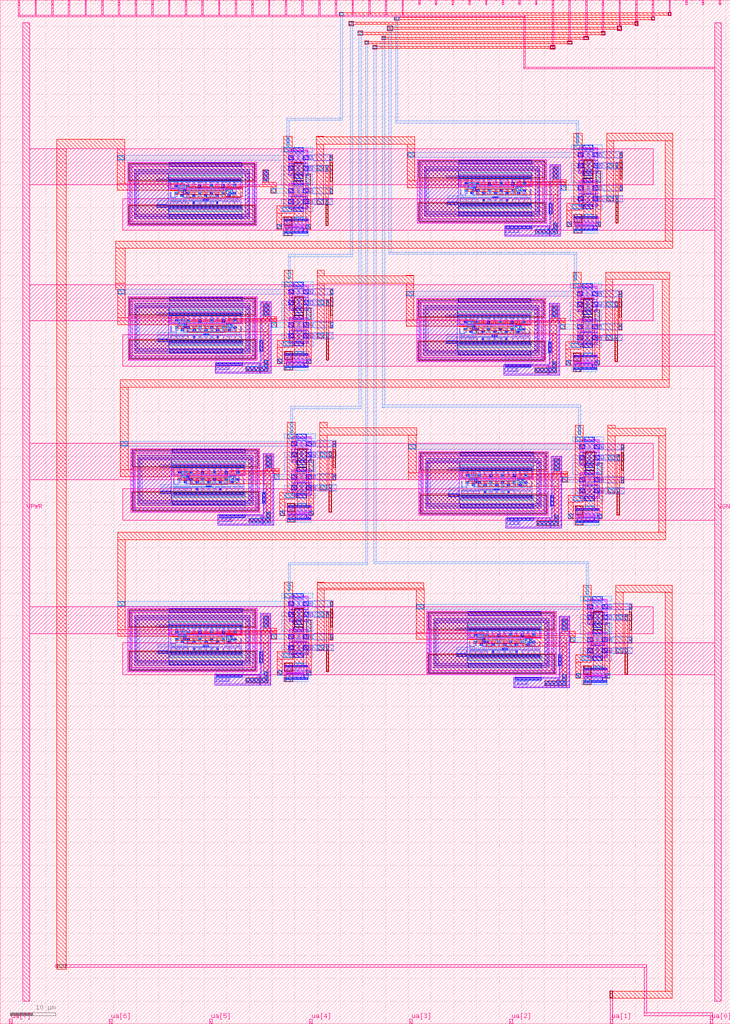
<source format=lef>
VERSION 5.7 ;
  NOWIREEXTENSIONATPIN ON ;
  DIVIDERCHAR "/" ;
  BUSBITCHARS "[]" ;
MACRO tt_um_guitar_pedal
  CLASS BLOCK ;
  FOREIGN tt_um_guitar_pedal ;
  ORIGIN 0.000 0.000 ;
  SIZE 161.000 BY 225.760 ;
  PIN clk
    DIRECTION INPUT ;
    USE SIGNAL ;
    PORT
      LAYER met4 ;
        RECT 154.870 224.760 155.170 225.760 ;
    END
  END clk
  PIN ena
    DIRECTION INPUT ;
    USE SIGNAL ;
    PORT
      LAYER met4 ;
        RECT 158.550 224.760 158.850 225.760 ;
    END
  END ena
  PIN rst_n
    DIRECTION INPUT ;
    USE SIGNAL ;
    PORT
      LAYER met4 ;
        RECT 151.190 224.760 151.490 225.760 ;
    END
  END rst_n
  PIN ua[0]
    DIRECTION INOUT ;
    USE SIGNAL ;
    ANTENNAGATEAREA 5.000000 ;
    ANTENNADIFFAREA 0.870000 ;
    PORT
      LAYER met4 ;
        RECT 156.560 0.000 157.160 1.000 ;
    END
  END ua[0]
  PIN ua[1]
    DIRECTION INOUT ;
    USE SIGNAL ;
    ANTENNADIFFAREA 1.740000 ;
    PORT
      LAYER met4 ;
        RECT 134.480 0.000 135.080 1.000 ;
    END
  END ua[1]
  PIN ua[2]
    DIRECTION INOUT ;
    USE SIGNAL ;
    PORT
      LAYER met4 ;
        RECT 112.400 0.000 113.000 1.000 ;
    END
  END ua[2]
  PIN ua[3]
    DIRECTION INOUT ;
    USE SIGNAL ;
    PORT
      LAYER met4 ;
        RECT 90.320 0.000 90.920 1.000 ;
    END
  END ua[3]
  PIN ua[4]
    DIRECTION INOUT ;
    USE SIGNAL ;
    PORT
      LAYER met4 ;
        RECT 68.240 0.000 68.840 1.000 ;
    END
  END ua[4]
  PIN ua[5]
    DIRECTION INOUT ;
    USE SIGNAL ;
    PORT
      LAYER met4 ;
        RECT 46.160 0.000 46.760 1.000 ;
    END
  END ua[5]
  PIN ua[6]
    DIRECTION INOUT ;
    USE SIGNAL ;
    PORT
      LAYER met4 ;
        RECT 24.080 0.000 24.680 1.000 ;
    END
  END ua[6]
  PIN ua[7]
    DIRECTION INOUT ;
    USE SIGNAL ;
    PORT
      LAYER met4 ;
        RECT 2.000 0.000 2.600 1.000 ;
    END
  END ua[7]
  PIN ui_in[0]
    DIRECTION INPUT ;
    USE SIGNAL ;
    ANTENNAGATEAREA 5.980000 ;
    PORT
      LAYER met4 ;
        RECT 147.510 224.760 147.810 225.760 ;
    END
  END ui_in[0]
  PIN ui_in[1]
    DIRECTION INPUT ;
    USE SIGNAL ;
    ANTENNAGATEAREA 5.980000 ;
    PORT
      LAYER met4 ;
        RECT 143.830 224.760 144.130 225.760 ;
    END
  END ui_in[1]
  PIN ui_in[2]
    DIRECTION INPUT ;
    USE SIGNAL ;
    ANTENNAGATEAREA 5.980000 ;
    PORT
      LAYER met4 ;
        RECT 140.150 224.760 140.450 225.760 ;
    END
  END ui_in[2]
  PIN ui_in[3]
    DIRECTION INPUT ;
    USE SIGNAL ;
    ANTENNAGATEAREA 5.980000 ;
    PORT
      LAYER met4 ;
        RECT 136.470 224.760 136.770 225.760 ;
    END
  END ui_in[3]
  PIN ui_in[4]
    DIRECTION INPUT ;
    USE SIGNAL ;
    ANTENNAGATEAREA 5.980000 ;
    PORT
      LAYER met4 ;
        RECT 132.790 224.760 133.090 225.760 ;
    END
  END ui_in[4]
  PIN ui_in[5]
    DIRECTION INPUT ;
    USE SIGNAL ;
    ANTENNAGATEAREA 5.980000 ;
    PORT
      LAYER met4 ;
        RECT 129.110 224.760 129.410 225.760 ;
    END
  END ui_in[5]
  PIN ui_in[6]
    DIRECTION INPUT ;
    USE SIGNAL ;
    ANTENNAGATEAREA 5.980000 ;
    PORT
      LAYER met4 ;
        RECT 125.430 224.760 125.730 225.760 ;
    END
  END ui_in[6]
  PIN ui_in[7]
    DIRECTION INPUT ;
    USE SIGNAL ;
    ANTENNAGATEAREA 5.980000 ;
    PORT
      LAYER met4 ;
        RECT 121.750 224.760 122.050 225.760 ;
    END
  END ui_in[7]
  PIN uio_in[0]
    DIRECTION INPUT ;
    USE SIGNAL ;
    PORT
      LAYER met4 ;
        RECT 118.070 224.760 118.370 225.760 ;
    END
  END uio_in[0]
  PIN uio_in[1]
    DIRECTION INPUT ;
    USE SIGNAL ;
    PORT
      LAYER met4 ;
        RECT 114.390 224.760 114.690 225.760 ;
    END
  END uio_in[1]
  PIN uio_in[2]
    DIRECTION INPUT ;
    USE SIGNAL ;
    PORT
      LAYER met4 ;
        RECT 110.710 224.760 111.010 225.760 ;
    END
  END uio_in[2]
  PIN uio_in[3]
    DIRECTION INPUT ;
    USE SIGNAL ;
    PORT
      LAYER met4 ;
        RECT 107.030 224.760 107.330 225.760 ;
    END
  END uio_in[3]
  PIN uio_in[4]
    DIRECTION INPUT ;
    USE SIGNAL ;
    PORT
      LAYER met4 ;
        RECT 103.350 224.760 103.650 225.760 ;
    END
  END uio_in[4]
  PIN uio_in[5]
    DIRECTION INPUT ;
    USE SIGNAL ;
    PORT
      LAYER met4 ;
        RECT 99.670 224.760 99.970 225.760 ;
    END
  END uio_in[5]
  PIN uio_in[6]
    DIRECTION INPUT ;
    USE SIGNAL ;
    PORT
      LAYER met4 ;
        RECT 95.990 224.760 96.290 225.760 ;
    END
  END uio_in[6]
  PIN uio_in[7]
    DIRECTION INPUT ;
    USE SIGNAL ;
    PORT
      LAYER met4 ;
        RECT 92.310 224.760 92.610 225.760 ;
    END
  END uio_in[7]
  PIN uio_oe[0]
    DIRECTION OUTPUT ;
    USE SIGNAL ;
    ANTENNAGATEAREA 36.160000 ;
    ANTENNADIFFAREA 372.324799 ;
    PORT
      LAYER met4 ;
        RECT 29.750 224.760 30.050 225.760 ;
    END
  END uio_oe[0]
  PIN uio_oe[1]
    DIRECTION OUTPUT ;
    USE SIGNAL ;
    ANTENNAGATEAREA 36.160000 ;
    ANTENNADIFFAREA 372.324799 ;
    PORT
      LAYER met4 ;
        RECT 26.070 224.760 26.370 225.760 ;
    END
  END uio_oe[1]
  PIN uio_oe[2]
    DIRECTION OUTPUT ;
    USE SIGNAL ;
    ANTENNAGATEAREA 36.160000 ;
    ANTENNADIFFAREA 372.324799 ;
    PORT
      LAYER met4 ;
        RECT 22.390 224.760 22.690 225.760 ;
    END
  END uio_oe[2]
  PIN uio_oe[3]
    DIRECTION OUTPUT ;
    USE SIGNAL ;
    ANTENNAGATEAREA 36.160000 ;
    ANTENNADIFFAREA 372.324799 ;
    PORT
      LAYER met4 ;
        RECT 18.710 224.760 19.010 225.760 ;
    END
  END uio_oe[3]
  PIN uio_oe[4]
    DIRECTION OUTPUT ;
    USE SIGNAL ;
    ANTENNAGATEAREA 36.160000 ;
    ANTENNADIFFAREA 372.324799 ;
    PORT
      LAYER met4 ;
        RECT 15.030 224.760 15.330 225.760 ;
    END
  END uio_oe[4]
  PIN uio_oe[5]
    DIRECTION OUTPUT ;
    USE SIGNAL ;
    ANTENNAGATEAREA 36.160000 ;
    ANTENNADIFFAREA 372.324799 ;
    PORT
      LAYER met4 ;
        RECT 11.350 224.760 11.650 225.760 ;
    END
  END uio_oe[5]
  PIN uio_oe[6]
    DIRECTION OUTPUT ;
    USE SIGNAL ;
    ANTENNAGATEAREA 36.160000 ;
    ANTENNADIFFAREA 372.324799 ;
    PORT
      LAYER met4 ;
        RECT 7.670 224.760 7.970 225.760 ;
    END
  END uio_oe[6]
  PIN uio_oe[7]
    DIRECTION OUTPUT ;
    USE SIGNAL ;
    ANTENNAGATEAREA 36.160000 ;
    ANTENNADIFFAREA 372.324799 ;
    PORT
      LAYER met4 ;
        RECT 3.990 224.760 4.290 225.760 ;
    END
  END uio_oe[7]
  PIN uio_out[0]
    DIRECTION OUTPUT ;
    USE SIGNAL ;
    ANTENNAGATEAREA 36.160000 ;
    ANTENNADIFFAREA 372.324799 ;
    PORT
      LAYER met4 ;
        RECT 59.190 224.760 59.490 225.760 ;
    END
  END uio_out[0]
  PIN uio_out[1]
    DIRECTION OUTPUT ;
    USE SIGNAL ;
    ANTENNAGATEAREA 36.160000 ;
    ANTENNADIFFAREA 372.324799 ;
    PORT
      LAYER met4 ;
        RECT 55.510 224.760 55.810 225.760 ;
    END
  END uio_out[1]
  PIN uio_out[2]
    DIRECTION OUTPUT ;
    USE SIGNAL ;
    ANTENNAGATEAREA 36.160000 ;
    ANTENNADIFFAREA 372.324799 ;
    PORT
      LAYER met4 ;
        RECT 51.830 224.760 52.130 225.760 ;
    END
  END uio_out[2]
  PIN uio_out[3]
    DIRECTION OUTPUT ;
    USE SIGNAL ;
    ANTENNAGATEAREA 36.160000 ;
    ANTENNADIFFAREA 372.324799 ;
    PORT
      LAYER met4 ;
        RECT 48.150 224.760 48.450 225.760 ;
    END
  END uio_out[3]
  PIN uio_out[4]
    DIRECTION OUTPUT ;
    USE SIGNAL ;
    ANTENNAGATEAREA 36.160000 ;
    ANTENNADIFFAREA 372.324799 ;
    PORT
      LAYER met4 ;
        RECT 44.470 224.760 44.770 225.760 ;
    END
  END uio_out[4]
  PIN uio_out[5]
    DIRECTION OUTPUT ;
    USE SIGNAL ;
    ANTENNAGATEAREA 36.160000 ;
    ANTENNADIFFAREA 372.324799 ;
    PORT
      LAYER met4 ;
        RECT 40.790 224.760 41.090 225.760 ;
    END
  END uio_out[5]
  PIN uio_out[6]
    DIRECTION OUTPUT ;
    USE SIGNAL ;
    ANTENNAGATEAREA 36.160000 ;
    ANTENNADIFFAREA 372.324799 ;
    PORT
      LAYER met4 ;
        RECT 37.110 224.760 37.410 225.760 ;
    END
  END uio_out[6]
  PIN uio_out[7]
    DIRECTION OUTPUT ;
    USE SIGNAL ;
    ANTENNAGATEAREA 36.160000 ;
    ANTENNADIFFAREA 372.324799 ;
    PORT
      LAYER met4 ;
        RECT 33.430 224.760 33.730 225.760 ;
    END
  END uio_out[7]
  PIN uo_out[0]
    DIRECTION OUTPUT ;
    USE SIGNAL ;
    ANTENNAGATEAREA 36.160000 ;
    ANTENNADIFFAREA 372.324799 ;
    PORT
      LAYER met4 ;
        RECT 88.630 224.760 88.930 225.760 ;
    END
  END uo_out[0]
  PIN uo_out[1]
    DIRECTION OUTPUT ;
    USE SIGNAL ;
    ANTENNAGATEAREA 36.160000 ;
    ANTENNADIFFAREA 372.324799 ;
    PORT
      LAYER met4 ;
        RECT 84.950 224.760 85.250 225.760 ;
    END
  END uo_out[1]
  PIN uo_out[2]
    DIRECTION OUTPUT ;
    USE SIGNAL ;
    ANTENNAGATEAREA 36.160000 ;
    ANTENNADIFFAREA 372.324799 ;
    PORT
      LAYER met4 ;
        RECT 81.270 224.760 81.570 225.760 ;
    END
  END uo_out[2]
  PIN uo_out[3]
    DIRECTION OUTPUT ;
    USE SIGNAL ;
    ANTENNAGATEAREA 36.160000 ;
    ANTENNADIFFAREA 372.324799 ;
    PORT
      LAYER met4 ;
        RECT 77.590 224.760 77.890 225.760 ;
    END
  END uo_out[3]
  PIN uo_out[4]
    DIRECTION OUTPUT ;
    USE SIGNAL ;
    ANTENNAGATEAREA 36.160000 ;
    ANTENNADIFFAREA 372.324799 ;
    PORT
      LAYER met4 ;
        RECT 73.910 224.760 74.210 225.760 ;
    END
  END uo_out[4]
  PIN uo_out[5]
    DIRECTION OUTPUT ;
    USE SIGNAL ;
    ANTENNAGATEAREA 36.160000 ;
    ANTENNADIFFAREA 372.324799 ;
    PORT
      LAYER met4 ;
        RECT 70.230 224.760 70.530 225.760 ;
    END
  END uo_out[5]
  PIN uo_out[6]
    DIRECTION OUTPUT ;
    USE SIGNAL ;
    ANTENNAGATEAREA 36.160000 ;
    ANTENNADIFFAREA 372.324799 ;
    PORT
      LAYER met4 ;
        RECT 66.550 224.760 66.850 225.760 ;
    END
  END uo_out[6]
  PIN uo_out[7]
    DIRECTION OUTPUT ;
    USE SIGNAL ;
    ANTENNAGATEAREA 36.160000 ;
    ANTENNADIFFAREA 372.324799 ;
    PORT
      LAYER met4 ;
        RECT 62.870 224.760 63.170 225.760 ;
    END
  END uo_out[7]
  PIN VPWR
    DIRECTION INOUT ;
    USE POWER ;
    PORT
      LAYER met4 ;
        RECT 5.000 5.000 6.500 220.760 ;
    END
  END VPWR
  PIN VGND
    DIRECTION INOUT ;
    USE GROUND ;
    PORT
      LAYER met4 ;
        RECT 157.530 5.000 159.030 220.760 ;
    END
  END VGND
  OBS
      LAYER nwell ;
        RECT 28.080 188.990 56.580 189.990 ;
        RECT 28.080 176.990 29.080 188.990 ;
      LAYER pwell ;
        RECT 29.580 187.490 55.080 188.490 ;
        RECT 29.580 178.490 37.030 187.490 ;
      LAYER nwell ;
        RECT 37.210 184.050 53.340 186.610 ;
      LAYER pwell ;
        RECT 37.180 179.640 53.330 180.490 ;
        RECT 54.080 178.490 55.080 187.490 ;
        RECT 29.580 177.490 55.080 178.490 ;
      LAYER nwell ;
        RECT 55.580 176.990 56.580 188.990 ;
        RECT 63.615 189.815 67.865 192.655 ;
      LAYER pwell ;
        RECT 63.615 187.025 67.865 189.815 ;
      LAYER nwell ;
        RECT 92.020 189.580 120.520 190.580 ;
        RECT 63.615 182.515 67.865 185.355 ;
      LAYER pwell ;
        RECT 63.615 179.725 67.865 182.515 ;
      LAYER nwell ;
        RECT 92.020 177.580 93.020 189.580 ;
      LAYER pwell ;
        RECT 93.520 188.080 119.020 189.080 ;
        RECT 93.520 179.080 100.970 188.080 ;
      LAYER nwell ;
        RECT 101.150 184.640 117.280 187.200 ;
      LAYER pwell ;
        RECT 101.120 180.230 117.270 181.080 ;
        RECT 118.020 179.080 119.020 188.080 ;
        RECT 93.520 178.080 119.020 179.080 ;
      LAYER nwell ;
        RECT 119.520 177.580 120.520 189.580 ;
        RECT 127.555 190.405 131.805 193.245 ;
        RECT 28.080 175.990 56.580 176.990 ;
        RECT 62.580 175.835 68.020 177.440 ;
        RECT 92.020 176.580 120.520 177.580 ;
      LAYER pwell ;
        RECT 62.940 174.635 66.810 175.545 ;
        RECT 66.925 174.720 67.815 175.505 ;
        RECT 62.940 174.615 63.085 174.635 ;
        RECT 62.915 174.445 63.085 174.615 ;
        RECT 111.220 173.680 121.040 176.030 ;
        RECT 121.220 173.680 123.570 189.500 ;
        RECT 127.555 187.615 131.805 190.405 ;
      LAYER nwell ;
        RECT 127.555 183.105 131.805 185.945 ;
      LAYER pwell ;
        RECT 127.555 180.315 131.805 183.105 ;
      LAYER nwell ;
        RECT 126.520 176.425 131.960 178.030 ;
      LAYER pwell ;
        RECT 126.880 175.225 130.750 176.135 ;
        RECT 130.865 175.310 131.755 176.095 ;
        RECT 126.880 175.205 127.025 175.225 ;
        RECT 126.855 175.035 127.025 175.205 ;
      LAYER nwell ;
        RECT 28.180 159.360 56.680 160.360 ;
        RECT 28.180 147.360 29.180 159.360 ;
      LAYER pwell ;
        RECT 29.680 157.860 55.180 158.860 ;
        RECT 29.680 148.860 37.130 157.860 ;
      LAYER nwell ;
        RECT 37.310 154.420 53.440 156.980 ;
      LAYER pwell ;
        RECT 37.280 150.010 53.430 150.860 ;
        RECT 54.180 148.860 55.180 157.860 ;
        RECT 29.680 147.860 55.180 148.860 ;
      LAYER nwell ;
        RECT 55.680 147.360 56.680 159.360 ;
        RECT 63.715 160.185 67.965 163.025 ;
        RECT 28.180 146.360 56.680 147.360 ;
      LAYER pwell ;
        RECT 47.380 143.460 57.200 145.810 ;
        RECT 57.380 143.460 59.730 159.280 ;
        RECT 63.715 157.395 67.965 160.185 ;
      LAYER nwell ;
        RECT 91.840 158.980 120.340 159.980 ;
        RECT 63.715 152.885 67.965 155.725 ;
      LAYER pwell ;
        RECT 63.715 150.095 67.965 152.885 ;
      LAYER nwell ;
        RECT 62.680 146.205 68.120 147.810 ;
        RECT 91.840 146.980 92.840 158.980 ;
      LAYER pwell ;
        RECT 93.340 157.480 118.840 158.480 ;
        RECT 93.340 148.480 100.790 157.480 ;
      LAYER nwell ;
        RECT 100.970 154.040 117.100 156.600 ;
      LAYER pwell ;
        RECT 100.940 149.630 117.090 150.480 ;
        RECT 117.840 148.480 118.840 157.480 ;
        RECT 93.340 147.480 118.840 148.480 ;
      LAYER nwell ;
        RECT 119.340 146.980 120.340 158.980 ;
        RECT 127.375 159.805 131.625 162.645 ;
        RECT 91.840 145.980 120.340 146.980 ;
      LAYER pwell ;
        RECT 63.040 145.005 66.910 145.915 ;
        RECT 67.025 145.090 67.915 145.875 ;
        RECT 63.040 144.985 63.185 145.005 ;
        RECT 63.015 144.815 63.185 144.985 ;
        RECT 111.040 143.080 120.860 145.430 ;
        RECT 121.040 143.080 123.390 158.900 ;
        RECT 127.375 157.015 131.625 159.805 ;
      LAYER nwell ;
        RECT 127.375 152.505 131.625 155.345 ;
      LAYER pwell ;
        RECT 127.375 149.715 131.625 152.505 ;
      LAYER nwell ;
        RECT 126.340 145.825 131.780 147.430 ;
      LAYER pwell ;
        RECT 126.700 144.625 130.570 145.535 ;
        RECT 130.685 144.710 131.575 145.495 ;
        RECT 126.700 144.605 126.845 144.625 ;
        RECT 126.675 144.435 126.845 144.605 ;
      LAYER nwell ;
        RECT 28.780 125.840 57.280 126.840 ;
        RECT 28.780 113.840 29.780 125.840 ;
      LAYER pwell ;
        RECT 30.280 124.340 55.780 125.340 ;
        RECT 30.280 115.340 37.730 124.340 ;
      LAYER nwell ;
        RECT 37.910 120.900 54.040 123.460 ;
      LAYER pwell ;
        RECT 37.880 116.490 54.030 117.340 ;
        RECT 54.780 115.340 55.780 124.340 ;
        RECT 30.280 114.340 55.780 115.340 ;
      LAYER nwell ;
        RECT 56.280 113.840 57.280 125.840 ;
        RECT 64.315 126.665 68.565 129.505 ;
        RECT 28.780 112.840 57.280 113.840 ;
      LAYER pwell ;
        RECT 47.980 109.940 57.800 112.290 ;
        RECT 57.980 109.940 60.330 125.760 ;
        RECT 64.315 123.875 68.565 126.665 ;
      LAYER nwell ;
        RECT 92.320 125.190 120.820 126.190 ;
        RECT 64.315 119.365 68.565 122.205 ;
      LAYER pwell ;
        RECT 64.315 116.575 68.565 119.365 ;
      LAYER nwell ;
        RECT 63.280 112.685 68.720 114.290 ;
        RECT 92.320 113.190 93.320 125.190 ;
      LAYER pwell ;
        RECT 93.820 123.690 119.320 124.690 ;
        RECT 93.820 114.690 101.270 123.690 ;
      LAYER nwell ;
        RECT 101.450 120.250 117.580 122.810 ;
      LAYER pwell ;
        RECT 101.420 115.840 117.570 116.690 ;
        RECT 118.320 114.690 119.320 123.690 ;
        RECT 93.820 113.690 119.320 114.690 ;
      LAYER nwell ;
        RECT 119.820 113.190 120.820 125.190 ;
        RECT 127.855 126.015 132.105 128.855 ;
      LAYER pwell ;
        RECT 63.640 111.485 67.510 112.395 ;
        RECT 67.625 111.570 68.515 112.355 ;
      LAYER nwell ;
        RECT 92.320 112.190 120.820 113.190 ;
      LAYER pwell ;
        RECT 63.640 111.465 63.785 111.485 ;
        RECT 63.615 111.295 63.785 111.465 ;
        RECT 111.520 109.290 121.340 111.640 ;
        RECT 121.520 109.290 123.870 125.110 ;
        RECT 127.855 123.225 132.105 126.015 ;
      LAYER nwell ;
        RECT 127.855 118.715 132.105 121.555 ;
      LAYER pwell ;
        RECT 127.855 115.925 132.105 118.715 ;
      LAYER nwell ;
        RECT 126.820 112.035 132.260 113.640 ;
      LAYER pwell ;
        RECT 127.180 110.835 131.050 111.745 ;
        RECT 131.165 110.920 132.055 111.705 ;
        RECT 127.180 110.815 127.325 110.835 ;
        RECT 127.155 110.645 127.325 110.815 ;
      LAYER nwell ;
        RECT 28.160 90.610 56.660 91.610 ;
        RECT 28.160 78.610 29.160 90.610 ;
      LAYER pwell ;
        RECT 29.660 89.110 55.160 90.110 ;
        RECT 29.660 80.110 37.110 89.110 ;
      LAYER nwell ;
        RECT 37.290 85.670 53.420 88.230 ;
      LAYER pwell ;
        RECT 37.260 81.260 53.410 82.110 ;
        RECT 54.160 80.110 55.160 89.110 ;
        RECT 29.660 79.110 55.160 80.110 ;
      LAYER nwell ;
        RECT 55.660 78.610 56.660 90.610 ;
        RECT 63.695 91.435 67.945 94.275 ;
        RECT 28.160 77.610 56.660 78.610 ;
      LAYER pwell ;
        RECT 47.360 74.710 57.180 77.060 ;
        RECT 57.360 74.710 59.710 90.530 ;
        RECT 63.695 88.645 67.945 91.435 ;
      LAYER nwell ;
        RECT 94.070 89.960 122.570 90.960 ;
        RECT 63.695 84.135 67.945 86.975 ;
      LAYER pwell ;
        RECT 63.695 81.345 67.945 84.135 ;
      LAYER nwell ;
        RECT 62.660 77.455 68.100 79.060 ;
        RECT 94.070 77.960 95.070 89.960 ;
      LAYER pwell ;
        RECT 95.570 88.460 121.070 89.460 ;
        RECT 95.570 79.460 103.020 88.460 ;
      LAYER nwell ;
        RECT 103.200 85.020 119.330 87.580 ;
      LAYER pwell ;
        RECT 103.170 80.610 119.320 81.460 ;
        RECT 120.070 79.460 121.070 88.460 ;
        RECT 95.570 78.460 121.070 79.460 ;
      LAYER nwell ;
        RECT 121.570 77.960 122.570 89.960 ;
        RECT 129.605 90.785 133.855 93.625 ;
      LAYER pwell ;
        RECT 63.020 76.255 66.890 77.165 ;
        RECT 67.005 76.340 67.895 77.125 ;
      LAYER nwell ;
        RECT 94.070 76.960 122.570 77.960 ;
      LAYER pwell ;
        RECT 63.020 76.235 63.165 76.255 ;
        RECT 62.995 76.065 63.165 76.235 ;
        RECT 113.270 74.060 123.090 76.410 ;
        RECT 123.270 74.060 125.620 89.880 ;
        RECT 129.605 87.995 133.855 90.785 ;
      LAYER nwell ;
        RECT 129.605 83.485 133.855 86.325 ;
      LAYER pwell ;
        RECT 129.605 80.695 133.855 83.485 ;
      LAYER nwell ;
        RECT 128.570 76.805 134.010 78.410 ;
      LAYER pwell ;
        RECT 128.930 75.605 132.800 76.515 ;
        RECT 132.915 75.690 133.805 76.475 ;
        RECT 128.930 75.585 129.075 75.605 ;
        RECT 128.905 75.415 129.075 75.585 ;
      LAYER li1 ;
        RECT 127.570 192.880 131.820 193.130 ;
        RECT 63.630 192.290 67.880 192.540 ;
        RECT 63.630 190.290 63.980 192.290 ;
        RECT 64.595 191.790 65.595 191.960 ;
        RECT 65.885 191.790 66.885 191.960 ;
        RECT 67.480 191.690 67.880 192.290 ;
        RECT 64.365 191.540 64.535 191.575 ;
        RECT 64.280 190.690 64.630 191.540 ;
        RECT 64.280 190.290 65.280 190.690 ;
        RECT 65.655 190.535 65.825 191.575 ;
        RECT 66.945 191.540 67.115 191.575 ;
        RECT 66.880 190.690 67.180 191.540 ;
        RECT 64.980 189.890 65.280 190.290 ;
        RECT 66.180 190.290 67.180 190.690 ;
        RECT 67.480 190.390 68.880 191.690 ;
        RECT 127.570 190.880 127.920 192.880 ;
        RECT 128.535 192.380 129.535 192.550 ;
        RECT 129.825 192.380 130.825 192.550 ;
        RECT 131.420 192.280 131.820 192.880 ;
        RECT 128.305 192.130 128.475 192.165 ;
        RECT 128.220 191.280 128.570 192.130 ;
        RECT 128.220 190.880 129.220 191.280 ;
        RECT 129.595 191.125 129.765 192.165 ;
        RECT 130.885 192.130 131.055 192.165 ;
        RECT 130.820 191.280 131.120 192.130 ;
        RECT 128.920 190.480 129.220 190.880 ;
        RECT 130.120 190.880 131.120 191.280 ;
        RECT 131.420 190.980 132.820 192.280 ;
        RECT 130.120 190.480 130.420 190.880 ;
        RECT 66.180 189.890 66.480 190.290 ;
        RECT 28.500 189.410 56.220 189.740 ;
        RECT 64.980 189.490 66.480 189.890 ;
        RECT 92.440 190.000 120.160 190.330 ;
        RECT 128.920 190.080 130.420 190.480 ;
        RECT 28.500 176.540 28.830 189.410 ;
        RECT 29.820 187.760 54.900 188.090 ;
        RECT 29.820 178.190 30.150 187.760 ;
        RECT 34.450 185.790 53.130 186.390 ;
        RECT 37.450 184.530 37.620 185.570 ;
        RECT 38.740 184.530 38.910 185.570 ;
        RECT 40.030 184.530 40.200 185.570 ;
        RECT 41.320 184.530 41.490 185.570 ;
        RECT 42.610 184.530 42.780 185.570 ;
        RECT 43.900 184.530 44.070 185.570 ;
        RECT 45.190 184.530 45.360 185.570 ;
        RECT 46.480 184.530 46.650 185.570 ;
        RECT 47.770 184.530 47.940 185.570 ;
        RECT 49.060 184.530 49.230 185.570 ;
        RECT 50.350 184.530 50.520 185.570 ;
        RECT 51.640 184.530 51.810 185.570 ;
        RECT 52.930 184.530 53.100 185.570 ;
        RECT 37.680 184.145 38.680 184.315 ;
        RECT 38.970 184.145 39.970 184.315 ;
        RECT 40.260 184.145 41.260 184.315 ;
        RECT 41.550 184.145 42.550 184.315 ;
        RECT 42.840 184.145 43.840 184.315 ;
        RECT 44.130 184.145 45.130 184.315 ;
        RECT 45.420 184.145 46.420 184.315 ;
        RECT 46.710 184.145 47.710 184.315 ;
        RECT 48.000 184.145 49.000 184.315 ;
        RECT 49.290 184.145 50.290 184.315 ;
        RECT 50.580 184.145 51.580 184.315 ;
        RECT 51.870 184.145 52.870 184.315 ;
        RECT 38.970 183.605 39.970 183.775 ;
        RECT 42.840 183.605 43.840 183.775 ;
        RECT 44.130 183.605 45.130 183.775 ;
        RECT 48.000 183.605 49.000 183.775 ;
        RECT 49.290 183.605 50.290 183.775 ;
        RECT 37.450 182.395 37.620 183.435 ;
        RECT 38.740 182.395 38.910 183.435 ;
        RECT 40.030 182.395 40.200 183.435 ;
        RECT 41.320 182.395 41.490 183.435 ;
        RECT 42.610 182.395 42.780 183.435 ;
        RECT 43.900 182.395 44.070 183.435 ;
        RECT 45.190 182.395 45.360 183.435 ;
        RECT 46.480 182.395 46.650 183.435 ;
        RECT 47.770 182.395 47.940 183.435 ;
        RECT 49.060 182.395 49.230 183.435 ;
        RECT 50.350 182.395 50.520 183.435 ;
        RECT 51.640 182.395 51.810 183.435 ;
        RECT 52.930 182.395 53.100 183.435 ;
        RECT 37.680 182.055 38.680 182.225 ;
        RECT 40.260 182.055 41.260 182.225 ;
        RECT 41.550 182.055 42.550 182.225 ;
        RECT 45.420 182.055 46.420 182.225 ;
        RECT 46.710 182.055 47.710 182.225 ;
        RECT 50.580 182.055 51.580 182.225 ;
        RECT 51.870 182.055 52.870 182.225 ;
        RECT 37.680 181.425 38.680 181.595 ;
        RECT 38.970 181.425 39.970 181.595 ;
        RECT 40.260 181.425 41.260 181.595 ;
        RECT 41.550 181.425 42.550 181.595 ;
        RECT 42.840 181.425 43.840 181.595 ;
        RECT 44.130 181.425 45.130 181.595 ;
        RECT 45.420 181.425 46.420 181.595 ;
        RECT 46.710 181.425 47.710 181.595 ;
        RECT 48.000 181.425 49.000 181.595 ;
        RECT 49.290 181.425 50.290 181.595 ;
        RECT 50.580 181.425 51.580 181.595 ;
        RECT 51.870 181.425 52.870 181.595 ;
        RECT 37.450 180.795 37.620 181.255 ;
        RECT 38.740 180.795 38.910 181.255 ;
        RECT 40.030 180.795 40.200 181.255 ;
        RECT 41.320 180.795 41.490 181.255 ;
        RECT 42.610 180.795 42.780 181.255 ;
        RECT 43.900 180.795 44.070 181.255 ;
        RECT 45.190 180.795 45.360 181.255 ;
        RECT 46.480 180.795 46.650 181.255 ;
        RECT 47.770 180.795 47.940 181.255 ;
        RECT 49.060 180.795 49.230 181.255 ;
        RECT 50.350 180.795 50.520 181.255 ;
        RECT 51.640 180.795 51.810 181.255 ;
        RECT 52.930 180.795 53.100 181.255 ;
        RECT 34.450 179.990 36.880 180.690 ;
        RECT 37.430 179.840 53.130 180.390 ;
        RECT 54.570 178.190 54.900 187.760 ;
        RECT 29.820 177.860 54.900 178.190 ;
        RECT 55.890 176.540 56.220 189.410 ;
        RECT 58.080 185.890 58.880 188.090 ;
        RECT 63.630 187.390 63.980 189.290 ;
        RECT 64.280 188.290 64.630 189.290 ;
        RECT 64.365 188.055 64.535 188.290 ;
        RECT 65.480 188.090 65.980 189.490 ;
        RECT 66.880 188.290 67.180 189.290 ;
        RECT 65.655 188.055 65.825 188.090 ;
        RECT 66.945 188.055 67.115 188.290 ;
        RECT 67.480 187.990 68.880 189.290 ;
        RECT 64.595 187.715 65.595 187.885 ;
        RECT 65.885 187.715 66.885 187.885 ;
        RECT 67.480 187.390 67.880 187.990 ;
        RECT 63.630 187.040 67.880 187.390 ;
        RECT 63.630 184.990 67.880 185.240 ;
        RECT 63.630 182.990 63.980 184.990 ;
        RECT 64.595 184.490 65.595 184.660 ;
        RECT 65.885 184.490 66.885 184.660 ;
        RECT 67.480 184.390 67.880 184.990 ;
        RECT 64.365 184.240 64.535 184.275 ;
        RECT 64.280 183.390 64.630 184.240 ;
        RECT 64.280 182.990 65.280 183.390 ;
        RECT 65.655 183.235 65.825 184.275 ;
        RECT 66.945 184.240 67.115 184.275 ;
        RECT 66.880 183.390 67.180 184.240 ;
        RECT 64.980 182.590 65.280 182.990 ;
        RECT 66.180 182.990 67.180 183.390 ;
        RECT 67.480 183.090 68.880 184.390 ;
        RECT 66.180 182.590 66.480 182.990 ;
        RECT 64.980 182.190 66.480 182.590 ;
        RECT 63.630 180.090 63.980 181.990 ;
        RECT 64.280 180.990 64.630 181.990 ;
        RECT 64.365 180.755 64.535 180.990 ;
        RECT 65.480 180.790 65.980 182.190 ;
        RECT 66.880 180.990 67.180 181.990 ;
        RECT 65.655 180.755 65.825 180.790 ;
        RECT 66.945 180.755 67.115 180.990 ;
        RECT 67.480 180.690 68.880 181.990 ;
        RECT 64.595 180.415 65.595 180.585 ;
        RECT 65.885 180.415 66.885 180.585 ;
        RECT 67.480 180.090 67.880 180.690 ;
        RECT 63.630 179.740 67.880 180.090 ;
        RECT 62.770 177.165 67.830 177.335 ;
        RECT 28.500 176.210 56.220 176.540 ;
        RECT 63.025 176.365 63.280 177.165 ;
        RECT 63.450 176.195 63.780 176.995 ;
        RECT 63.950 176.365 64.120 177.165 ;
        RECT 64.290 176.195 64.620 176.995 ;
        RECT 64.790 176.365 64.960 177.165 ;
        RECT 65.130 176.195 65.460 176.995 ;
        RECT 65.630 176.365 65.800 177.165 ;
        RECT 65.970 176.195 66.300 176.995 ;
        RECT 66.470 176.365 66.770 177.165 ;
        RECT 92.440 177.130 92.770 190.000 ;
        RECT 93.760 188.350 118.840 188.680 ;
        RECT 93.760 178.780 94.090 188.350 ;
        RECT 98.390 186.380 117.070 186.980 ;
        RECT 101.390 185.120 101.560 186.160 ;
        RECT 102.680 185.120 102.850 186.160 ;
        RECT 103.970 185.120 104.140 186.160 ;
        RECT 105.260 185.120 105.430 186.160 ;
        RECT 106.550 185.120 106.720 186.160 ;
        RECT 107.840 185.120 108.010 186.160 ;
        RECT 109.130 185.120 109.300 186.160 ;
        RECT 110.420 185.120 110.590 186.160 ;
        RECT 111.710 185.120 111.880 186.160 ;
        RECT 113.000 185.120 113.170 186.160 ;
        RECT 114.290 185.120 114.460 186.160 ;
        RECT 115.580 185.120 115.750 186.160 ;
        RECT 116.870 185.120 117.040 186.160 ;
        RECT 101.620 184.735 102.620 184.905 ;
        RECT 102.910 184.735 103.910 184.905 ;
        RECT 104.200 184.735 105.200 184.905 ;
        RECT 105.490 184.735 106.490 184.905 ;
        RECT 106.780 184.735 107.780 184.905 ;
        RECT 108.070 184.735 109.070 184.905 ;
        RECT 109.360 184.735 110.360 184.905 ;
        RECT 110.650 184.735 111.650 184.905 ;
        RECT 111.940 184.735 112.940 184.905 ;
        RECT 113.230 184.735 114.230 184.905 ;
        RECT 114.520 184.735 115.520 184.905 ;
        RECT 115.810 184.735 116.810 184.905 ;
        RECT 102.910 184.195 103.910 184.365 ;
        RECT 106.780 184.195 107.780 184.365 ;
        RECT 108.070 184.195 109.070 184.365 ;
        RECT 111.940 184.195 112.940 184.365 ;
        RECT 113.230 184.195 114.230 184.365 ;
        RECT 101.390 182.985 101.560 184.025 ;
        RECT 102.680 182.985 102.850 184.025 ;
        RECT 103.970 182.985 104.140 184.025 ;
        RECT 105.260 182.985 105.430 184.025 ;
        RECT 106.550 182.985 106.720 184.025 ;
        RECT 107.840 182.985 108.010 184.025 ;
        RECT 109.130 182.985 109.300 184.025 ;
        RECT 110.420 182.985 110.590 184.025 ;
        RECT 111.710 182.985 111.880 184.025 ;
        RECT 113.000 182.985 113.170 184.025 ;
        RECT 114.290 182.985 114.460 184.025 ;
        RECT 115.580 182.985 115.750 184.025 ;
        RECT 116.870 182.985 117.040 184.025 ;
        RECT 101.620 182.645 102.620 182.815 ;
        RECT 104.200 182.645 105.200 182.815 ;
        RECT 105.490 182.645 106.490 182.815 ;
        RECT 109.360 182.645 110.360 182.815 ;
        RECT 110.650 182.645 111.650 182.815 ;
        RECT 114.520 182.645 115.520 182.815 ;
        RECT 115.810 182.645 116.810 182.815 ;
        RECT 101.620 182.015 102.620 182.185 ;
        RECT 102.910 182.015 103.910 182.185 ;
        RECT 104.200 182.015 105.200 182.185 ;
        RECT 105.490 182.015 106.490 182.185 ;
        RECT 106.780 182.015 107.780 182.185 ;
        RECT 108.070 182.015 109.070 182.185 ;
        RECT 109.360 182.015 110.360 182.185 ;
        RECT 110.650 182.015 111.650 182.185 ;
        RECT 111.940 182.015 112.940 182.185 ;
        RECT 113.230 182.015 114.230 182.185 ;
        RECT 114.520 182.015 115.520 182.185 ;
        RECT 115.810 182.015 116.810 182.185 ;
        RECT 101.390 181.385 101.560 181.845 ;
        RECT 102.680 181.385 102.850 181.845 ;
        RECT 103.970 181.385 104.140 181.845 ;
        RECT 105.260 181.385 105.430 181.845 ;
        RECT 106.550 181.385 106.720 181.845 ;
        RECT 107.840 181.385 108.010 181.845 ;
        RECT 109.130 181.385 109.300 181.845 ;
        RECT 110.420 181.385 110.590 181.845 ;
        RECT 111.710 181.385 111.880 181.845 ;
        RECT 113.000 181.385 113.170 181.845 ;
        RECT 114.290 181.385 114.460 181.845 ;
        RECT 115.580 181.385 115.750 181.845 ;
        RECT 116.870 181.385 117.040 181.845 ;
        RECT 98.390 180.580 100.820 181.280 ;
        RECT 101.370 180.430 117.070 180.980 ;
        RECT 118.510 178.780 118.840 188.350 ;
        RECT 93.760 178.450 118.840 178.780 ;
        RECT 119.830 177.130 120.160 190.000 ;
        RECT 121.400 189.150 123.390 189.320 ;
        RECT 121.400 180.980 121.570 189.150 ;
        RECT 122.020 186.480 122.820 188.680 ;
        RECT 121.020 178.580 121.720 180.980 ;
        RECT 62.855 176.025 66.825 176.195 ;
        RECT 62.855 175.435 63.200 176.025 ;
        RECT 63.450 175.605 66.305 175.855 ;
        RECT 66.505 175.435 66.825 176.025 ;
        RECT 66.995 176.000 67.745 176.985 ;
        RECT 92.440 176.800 120.160 177.130 ;
        RECT 111.520 175.850 117.320 175.980 ;
        RECT 62.855 175.245 66.825 175.435 ;
        RECT 111.400 175.680 120.860 175.850 ;
        RECT 111.400 175.380 117.320 175.680 ;
        RECT 120.690 175.480 120.860 175.680 ;
        RECT 121.400 175.480 121.570 178.580 ;
        RECT 63.025 174.615 63.280 175.075 ;
        RECT 63.450 174.785 63.780 175.245 ;
        RECT 63.950 174.615 64.120 175.075 ;
        RECT 64.290 174.785 64.620 175.245 ;
        RECT 64.790 174.615 64.960 175.075 ;
        RECT 65.130 174.785 65.460 175.245 ;
        RECT 65.630 174.615 65.800 175.075 ;
        RECT 65.970 174.785 66.300 175.245 ;
        RECT 66.470 174.615 66.775 175.075 ;
        RECT 66.995 174.795 67.745 175.340 ;
        RECT 62.770 174.445 67.830 174.615 ;
        RECT 111.400 174.030 111.570 175.380 ;
        RECT 112.050 174.510 114.210 175.200 ;
        RECT 118.050 174.510 120.210 175.200 ;
        RECT 120.690 174.030 121.720 175.480 ;
        RECT 122.050 174.510 122.740 176.670 ;
        RECT 123.220 174.030 123.390 189.150 ;
        RECT 127.570 187.980 127.920 189.880 ;
        RECT 128.220 188.880 128.570 189.880 ;
        RECT 128.305 188.645 128.475 188.880 ;
        RECT 129.420 188.680 129.920 190.080 ;
        RECT 130.820 188.880 131.120 189.880 ;
        RECT 129.595 188.645 129.765 188.680 ;
        RECT 130.885 188.645 131.055 188.880 ;
        RECT 131.420 188.580 132.820 189.880 ;
        RECT 128.535 188.305 129.535 188.475 ;
        RECT 129.825 188.305 130.825 188.475 ;
        RECT 131.420 187.980 131.820 188.580 ;
        RECT 127.570 187.630 131.820 187.980 ;
        RECT 127.570 185.580 131.820 185.830 ;
        RECT 127.570 183.580 127.920 185.580 ;
        RECT 128.535 185.080 129.535 185.250 ;
        RECT 129.825 185.080 130.825 185.250 ;
        RECT 131.420 184.980 131.820 185.580 ;
        RECT 128.305 184.830 128.475 184.865 ;
        RECT 128.220 183.980 128.570 184.830 ;
        RECT 128.220 183.580 129.220 183.980 ;
        RECT 129.595 183.825 129.765 184.865 ;
        RECT 130.885 184.830 131.055 184.865 ;
        RECT 130.820 183.980 131.120 184.830 ;
        RECT 128.920 183.180 129.220 183.580 ;
        RECT 130.120 183.580 131.120 183.980 ;
        RECT 131.420 183.680 132.820 184.980 ;
        RECT 130.120 183.180 130.420 183.580 ;
        RECT 128.920 182.780 130.420 183.180 ;
        RECT 127.570 180.680 127.920 182.580 ;
        RECT 128.220 181.580 128.570 182.580 ;
        RECT 128.305 181.345 128.475 181.580 ;
        RECT 129.420 181.380 129.920 182.780 ;
        RECT 130.820 181.580 131.120 182.580 ;
        RECT 129.595 181.345 129.765 181.380 ;
        RECT 130.885 181.345 131.055 181.580 ;
        RECT 131.420 181.280 132.820 182.580 ;
        RECT 128.535 181.005 129.535 181.175 ;
        RECT 129.825 181.005 130.825 181.175 ;
        RECT 131.420 180.680 131.820 181.280 ;
        RECT 127.570 180.330 131.820 180.680 ;
        RECT 126.710 177.755 131.770 177.925 ;
        RECT 126.965 176.955 127.220 177.755 ;
        RECT 127.390 176.785 127.720 177.585 ;
        RECT 127.890 176.955 128.060 177.755 ;
        RECT 128.230 176.785 128.560 177.585 ;
        RECT 128.730 176.955 128.900 177.755 ;
        RECT 129.070 176.785 129.400 177.585 ;
        RECT 129.570 176.955 129.740 177.755 ;
        RECT 129.910 176.785 130.240 177.585 ;
        RECT 130.410 176.955 130.710 177.755 ;
        RECT 126.795 176.615 130.765 176.785 ;
        RECT 126.795 176.025 127.140 176.615 ;
        RECT 127.390 176.195 130.245 176.445 ;
        RECT 130.445 176.025 130.765 176.615 ;
        RECT 130.935 176.590 131.685 177.575 ;
        RECT 126.795 175.835 130.765 176.025 ;
        RECT 126.965 175.205 127.220 175.665 ;
        RECT 127.390 175.375 127.720 175.835 ;
        RECT 127.890 175.205 128.060 175.665 ;
        RECT 128.230 175.375 128.560 175.835 ;
        RECT 128.730 175.205 128.900 175.665 ;
        RECT 129.070 175.375 129.400 175.835 ;
        RECT 129.570 175.205 129.740 175.665 ;
        RECT 129.910 175.375 130.240 175.835 ;
        RECT 130.410 175.205 130.715 175.665 ;
        RECT 130.935 175.385 131.685 175.930 ;
        RECT 126.710 175.035 131.770 175.205 ;
        RECT 111.400 173.880 123.390 174.030 ;
        RECT 111.400 173.860 120.860 173.880 ;
        RECT 121.400 173.860 123.390 173.880 ;
        RECT 63.730 162.660 67.980 162.910 ;
        RECT 63.730 160.660 64.080 162.660 ;
        RECT 64.695 162.160 65.695 162.330 ;
        RECT 65.985 162.160 66.985 162.330 ;
        RECT 67.580 162.060 67.980 162.660 ;
        RECT 127.390 162.280 131.640 162.530 ;
        RECT 64.465 161.910 64.635 161.945 ;
        RECT 64.380 161.060 64.730 161.910 ;
        RECT 64.380 160.660 65.380 161.060 ;
        RECT 65.755 160.905 65.925 161.945 ;
        RECT 67.045 161.910 67.215 161.945 ;
        RECT 66.980 161.060 67.280 161.910 ;
        RECT 65.080 160.260 65.380 160.660 ;
        RECT 66.280 160.660 67.280 161.060 ;
        RECT 67.580 160.760 68.980 162.060 ;
        RECT 66.280 160.260 66.580 160.660 ;
        RECT 127.390 160.280 127.740 162.280 ;
        RECT 128.355 161.780 129.355 161.950 ;
        RECT 129.645 161.780 130.645 161.950 ;
        RECT 131.240 161.680 131.640 162.280 ;
        RECT 128.125 161.530 128.295 161.565 ;
        RECT 128.040 160.680 128.390 161.530 ;
        RECT 128.040 160.280 129.040 160.680 ;
        RECT 129.415 160.525 129.585 161.565 ;
        RECT 130.705 161.530 130.875 161.565 ;
        RECT 130.640 160.680 130.940 161.530 ;
        RECT 28.600 159.780 56.320 160.110 ;
        RECT 65.080 159.860 66.580 160.260 ;
        RECT 128.740 159.880 129.040 160.280 ;
        RECT 129.940 160.280 130.940 160.680 ;
        RECT 131.240 160.380 132.640 161.680 ;
        RECT 129.940 159.880 130.240 160.280 ;
        RECT 28.600 146.910 28.930 159.780 ;
        RECT 29.920 158.130 55.000 158.460 ;
        RECT 29.920 148.560 30.250 158.130 ;
        RECT 34.550 156.160 53.230 156.760 ;
        RECT 37.550 154.900 37.720 155.940 ;
        RECT 38.840 154.900 39.010 155.940 ;
        RECT 40.130 154.900 40.300 155.940 ;
        RECT 41.420 154.900 41.590 155.940 ;
        RECT 42.710 154.900 42.880 155.940 ;
        RECT 44.000 154.900 44.170 155.940 ;
        RECT 45.290 154.900 45.460 155.940 ;
        RECT 46.580 154.900 46.750 155.940 ;
        RECT 47.870 154.900 48.040 155.940 ;
        RECT 49.160 154.900 49.330 155.940 ;
        RECT 50.450 154.900 50.620 155.940 ;
        RECT 51.740 154.900 51.910 155.940 ;
        RECT 53.030 154.900 53.200 155.940 ;
        RECT 37.780 154.515 38.780 154.685 ;
        RECT 39.070 154.515 40.070 154.685 ;
        RECT 40.360 154.515 41.360 154.685 ;
        RECT 41.650 154.515 42.650 154.685 ;
        RECT 42.940 154.515 43.940 154.685 ;
        RECT 44.230 154.515 45.230 154.685 ;
        RECT 45.520 154.515 46.520 154.685 ;
        RECT 46.810 154.515 47.810 154.685 ;
        RECT 48.100 154.515 49.100 154.685 ;
        RECT 49.390 154.515 50.390 154.685 ;
        RECT 50.680 154.515 51.680 154.685 ;
        RECT 51.970 154.515 52.970 154.685 ;
        RECT 39.070 153.975 40.070 154.145 ;
        RECT 42.940 153.975 43.940 154.145 ;
        RECT 44.230 153.975 45.230 154.145 ;
        RECT 48.100 153.975 49.100 154.145 ;
        RECT 49.390 153.975 50.390 154.145 ;
        RECT 37.550 152.765 37.720 153.805 ;
        RECT 38.840 152.765 39.010 153.805 ;
        RECT 40.130 152.765 40.300 153.805 ;
        RECT 41.420 152.765 41.590 153.805 ;
        RECT 42.710 152.765 42.880 153.805 ;
        RECT 44.000 152.765 44.170 153.805 ;
        RECT 45.290 152.765 45.460 153.805 ;
        RECT 46.580 152.765 46.750 153.805 ;
        RECT 47.870 152.765 48.040 153.805 ;
        RECT 49.160 152.765 49.330 153.805 ;
        RECT 50.450 152.765 50.620 153.805 ;
        RECT 51.740 152.765 51.910 153.805 ;
        RECT 53.030 152.765 53.200 153.805 ;
        RECT 37.780 152.425 38.780 152.595 ;
        RECT 40.360 152.425 41.360 152.595 ;
        RECT 41.650 152.425 42.650 152.595 ;
        RECT 45.520 152.425 46.520 152.595 ;
        RECT 46.810 152.425 47.810 152.595 ;
        RECT 50.680 152.425 51.680 152.595 ;
        RECT 51.970 152.425 52.970 152.595 ;
        RECT 37.780 151.795 38.780 151.965 ;
        RECT 39.070 151.795 40.070 151.965 ;
        RECT 40.360 151.795 41.360 151.965 ;
        RECT 41.650 151.795 42.650 151.965 ;
        RECT 42.940 151.795 43.940 151.965 ;
        RECT 44.230 151.795 45.230 151.965 ;
        RECT 45.520 151.795 46.520 151.965 ;
        RECT 46.810 151.795 47.810 151.965 ;
        RECT 48.100 151.795 49.100 151.965 ;
        RECT 49.390 151.795 50.390 151.965 ;
        RECT 50.680 151.795 51.680 151.965 ;
        RECT 51.970 151.795 52.970 151.965 ;
        RECT 37.550 151.165 37.720 151.625 ;
        RECT 38.840 151.165 39.010 151.625 ;
        RECT 40.130 151.165 40.300 151.625 ;
        RECT 41.420 151.165 41.590 151.625 ;
        RECT 42.710 151.165 42.880 151.625 ;
        RECT 44.000 151.165 44.170 151.625 ;
        RECT 45.290 151.165 45.460 151.625 ;
        RECT 46.580 151.165 46.750 151.625 ;
        RECT 47.870 151.165 48.040 151.625 ;
        RECT 49.160 151.165 49.330 151.625 ;
        RECT 50.450 151.165 50.620 151.625 ;
        RECT 51.740 151.165 51.910 151.625 ;
        RECT 53.030 151.165 53.200 151.625 ;
        RECT 34.550 150.360 36.980 151.060 ;
        RECT 37.530 150.210 53.230 150.760 ;
        RECT 54.670 148.560 55.000 158.130 ;
        RECT 29.920 148.230 55.000 148.560 ;
        RECT 55.990 146.910 56.320 159.780 ;
        RECT 57.560 158.930 59.550 159.100 ;
        RECT 57.560 150.760 57.730 158.930 ;
        RECT 58.180 156.260 58.980 158.460 ;
        RECT 57.180 148.360 57.880 150.760 ;
        RECT 28.600 146.580 56.320 146.910 ;
        RECT 47.680 145.630 53.480 145.760 ;
        RECT 47.560 145.460 57.020 145.630 ;
        RECT 47.560 145.160 53.480 145.460 ;
        RECT 56.850 145.260 57.020 145.460 ;
        RECT 57.560 145.260 57.730 148.360 ;
        RECT 47.560 143.810 47.730 145.160 ;
        RECT 48.210 144.290 50.370 144.980 ;
        RECT 54.210 144.290 56.370 144.980 ;
        RECT 56.850 143.810 57.880 145.260 ;
        RECT 58.210 144.290 58.900 146.450 ;
        RECT 59.380 143.810 59.550 158.930 ;
        RECT 63.730 157.760 64.080 159.660 ;
        RECT 64.380 158.660 64.730 159.660 ;
        RECT 64.465 158.425 64.635 158.660 ;
        RECT 65.580 158.460 66.080 159.860 ;
        RECT 66.980 158.660 67.280 159.660 ;
        RECT 65.755 158.425 65.925 158.460 ;
        RECT 67.045 158.425 67.215 158.660 ;
        RECT 67.580 158.360 68.980 159.660 ;
        RECT 92.260 159.400 119.980 159.730 ;
        RECT 128.740 159.480 130.240 159.880 ;
        RECT 64.695 158.085 65.695 158.255 ;
        RECT 65.985 158.085 66.985 158.255 ;
        RECT 67.580 157.760 67.980 158.360 ;
        RECT 63.730 157.410 67.980 157.760 ;
        RECT 63.730 155.360 67.980 155.610 ;
        RECT 63.730 153.360 64.080 155.360 ;
        RECT 64.695 154.860 65.695 155.030 ;
        RECT 65.985 154.860 66.985 155.030 ;
        RECT 67.580 154.760 67.980 155.360 ;
        RECT 64.465 154.610 64.635 154.645 ;
        RECT 64.380 153.760 64.730 154.610 ;
        RECT 64.380 153.360 65.380 153.760 ;
        RECT 65.755 153.605 65.925 154.645 ;
        RECT 67.045 154.610 67.215 154.645 ;
        RECT 66.980 153.760 67.280 154.610 ;
        RECT 65.080 152.960 65.380 153.360 ;
        RECT 66.280 153.360 67.280 153.760 ;
        RECT 67.580 153.460 68.980 154.760 ;
        RECT 66.280 152.960 66.580 153.360 ;
        RECT 65.080 152.560 66.580 152.960 ;
        RECT 63.730 150.460 64.080 152.360 ;
        RECT 64.380 151.360 64.730 152.360 ;
        RECT 64.465 151.125 64.635 151.360 ;
        RECT 65.580 151.160 66.080 152.560 ;
        RECT 66.980 151.360 67.280 152.360 ;
        RECT 65.755 151.125 65.925 151.160 ;
        RECT 67.045 151.125 67.215 151.360 ;
        RECT 67.580 151.060 68.980 152.360 ;
        RECT 64.695 150.785 65.695 150.955 ;
        RECT 65.985 150.785 66.985 150.955 ;
        RECT 67.580 150.460 67.980 151.060 ;
        RECT 63.730 150.110 67.980 150.460 ;
        RECT 62.870 147.535 67.930 147.705 ;
        RECT 63.125 146.735 63.380 147.535 ;
        RECT 63.550 146.565 63.880 147.365 ;
        RECT 64.050 146.735 64.220 147.535 ;
        RECT 64.390 146.565 64.720 147.365 ;
        RECT 64.890 146.735 65.060 147.535 ;
        RECT 65.230 146.565 65.560 147.365 ;
        RECT 65.730 146.735 65.900 147.535 ;
        RECT 66.070 146.565 66.400 147.365 ;
        RECT 66.570 146.735 66.870 147.535 ;
        RECT 62.955 146.395 66.925 146.565 ;
        RECT 62.955 145.805 63.300 146.395 ;
        RECT 63.550 145.975 66.405 146.225 ;
        RECT 66.605 145.805 66.925 146.395 ;
        RECT 67.095 146.370 67.845 147.355 ;
        RECT 92.260 146.530 92.590 159.400 ;
        RECT 93.580 157.750 118.660 158.080 ;
        RECT 93.580 148.180 93.910 157.750 ;
        RECT 98.210 155.780 116.890 156.380 ;
        RECT 101.210 154.520 101.380 155.560 ;
        RECT 102.500 154.520 102.670 155.560 ;
        RECT 103.790 154.520 103.960 155.560 ;
        RECT 105.080 154.520 105.250 155.560 ;
        RECT 106.370 154.520 106.540 155.560 ;
        RECT 107.660 154.520 107.830 155.560 ;
        RECT 108.950 154.520 109.120 155.560 ;
        RECT 110.240 154.520 110.410 155.560 ;
        RECT 111.530 154.520 111.700 155.560 ;
        RECT 112.820 154.520 112.990 155.560 ;
        RECT 114.110 154.520 114.280 155.560 ;
        RECT 115.400 154.520 115.570 155.560 ;
        RECT 116.690 154.520 116.860 155.560 ;
        RECT 101.440 154.135 102.440 154.305 ;
        RECT 102.730 154.135 103.730 154.305 ;
        RECT 104.020 154.135 105.020 154.305 ;
        RECT 105.310 154.135 106.310 154.305 ;
        RECT 106.600 154.135 107.600 154.305 ;
        RECT 107.890 154.135 108.890 154.305 ;
        RECT 109.180 154.135 110.180 154.305 ;
        RECT 110.470 154.135 111.470 154.305 ;
        RECT 111.760 154.135 112.760 154.305 ;
        RECT 113.050 154.135 114.050 154.305 ;
        RECT 114.340 154.135 115.340 154.305 ;
        RECT 115.630 154.135 116.630 154.305 ;
        RECT 102.730 153.595 103.730 153.765 ;
        RECT 106.600 153.595 107.600 153.765 ;
        RECT 107.890 153.595 108.890 153.765 ;
        RECT 111.760 153.595 112.760 153.765 ;
        RECT 113.050 153.595 114.050 153.765 ;
        RECT 101.210 152.385 101.380 153.425 ;
        RECT 102.500 152.385 102.670 153.425 ;
        RECT 103.790 152.385 103.960 153.425 ;
        RECT 105.080 152.385 105.250 153.425 ;
        RECT 106.370 152.385 106.540 153.425 ;
        RECT 107.660 152.385 107.830 153.425 ;
        RECT 108.950 152.385 109.120 153.425 ;
        RECT 110.240 152.385 110.410 153.425 ;
        RECT 111.530 152.385 111.700 153.425 ;
        RECT 112.820 152.385 112.990 153.425 ;
        RECT 114.110 152.385 114.280 153.425 ;
        RECT 115.400 152.385 115.570 153.425 ;
        RECT 116.690 152.385 116.860 153.425 ;
        RECT 101.440 152.045 102.440 152.215 ;
        RECT 104.020 152.045 105.020 152.215 ;
        RECT 105.310 152.045 106.310 152.215 ;
        RECT 109.180 152.045 110.180 152.215 ;
        RECT 110.470 152.045 111.470 152.215 ;
        RECT 114.340 152.045 115.340 152.215 ;
        RECT 115.630 152.045 116.630 152.215 ;
        RECT 101.440 151.415 102.440 151.585 ;
        RECT 102.730 151.415 103.730 151.585 ;
        RECT 104.020 151.415 105.020 151.585 ;
        RECT 105.310 151.415 106.310 151.585 ;
        RECT 106.600 151.415 107.600 151.585 ;
        RECT 107.890 151.415 108.890 151.585 ;
        RECT 109.180 151.415 110.180 151.585 ;
        RECT 110.470 151.415 111.470 151.585 ;
        RECT 111.760 151.415 112.760 151.585 ;
        RECT 113.050 151.415 114.050 151.585 ;
        RECT 114.340 151.415 115.340 151.585 ;
        RECT 115.630 151.415 116.630 151.585 ;
        RECT 101.210 150.785 101.380 151.245 ;
        RECT 102.500 150.785 102.670 151.245 ;
        RECT 103.790 150.785 103.960 151.245 ;
        RECT 105.080 150.785 105.250 151.245 ;
        RECT 106.370 150.785 106.540 151.245 ;
        RECT 107.660 150.785 107.830 151.245 ;
        RECT 108.950 150.785 109.120 151.245 ;
        RECT 110.240 150.785 110.410 151.245 ;
        RECT 111.530 150.785 111.700 151.245 ;
        RECT 112.820 150.785 112.990 151.245 ;
        RECT 114.110 150.785 114.280 151.245 ;
        RECT 115.400 150.785 115.570 151.245 ;
        RECT 116.690 150.785 116.860 151.245 ;
        RECT 98.210 149.980 100.640 150.680 ;
        RECT 101.190 149.830 116.890 150.380 ;
        RECT 118.330 148.180 118.660 157.750 ;
        RECT 93.580 147.850 118.660 148.180 ;
        RECT 119.650 146.530 119.980 159.400 ;
        RECT 121.220 158.550 123.210 158.720 ;
        RECT 121.220 150.380 121.390 158.550 ;
        RECT 121.840 155.880 122.640 158.080 ;
        RECT 120.840 147.980 121.540 150.380 ;
        RECT 92.260 146.200 119.980 146.530 ;
        RECT 62.955 145.615 66.925 145.805 ;
        RECT 63.125 144.985 63.380 145.445 ;
        RECT 63.550 145.155 63.880 145.615 ;
        RECT 64.050 144.985 64.220 145.445 ;
        RECT 64.390 145.155 64.720 145.615 ;
        RECT 64.890 144.985 65.060 145.445 ;
        RECT 65.230 145.155 65.560 145.615 ;
        RECT 65.730 144.985 65.900 145.445 ;
        RECT 66.070 145.155 66.400 145.615 ;
        RECT 66.570 144.985 66.875 145.445 ;
        RECT 67.095 145.165 67.845 145.710 ;
        RECT 111.340 145.250 117.140 145.380 ;
        RECT 111.220 145.080 120.680 145.250 ;
        RECT 62.870 144.815 67.930 144.985 ;
        RECT 47.560 143.660 59.550 143.810 ;
        RECT 47.560 143.640 57.020 143.660 ;
        RECT 57.560 143.640 59.550 143.660 ;
        RECT 111.220 144.780 117.140 145.080 ;
        RECT 120.510 144.880 120.680 145.080 ;
        RECT 121.220 144.880 121.390 147.980 ;
        RECT 111.220 143.430 111.390 144.780 ;
        RECT 111.870 143.910 114.030 144.600 ;
        RECT 117.870 143.910 120.030 144.600 ;
        RECT 120.510 143.430 121.540 144.880 ;
        RECT 121.870 143.910 122.560 146.070 ;
        RECT 123.040 143.430 123.210 158.550 ;
        RECT 127.390 157.380 127.740 159.280 ;
        RECT 128.040 158.280 128.390 159.280 ;
        RECT 128.125 158.045 128.295 158.280 ;
        RECT 129.240 158.080 129.740 159.480 ;
        RECT 130.640 158.280 130.940 159.280 ;
        RECT 129.415 158.045 129.585 158.080 ;
        RECT 130.705 158.045 130.875 158.280 ;
        RECT 131.240 157.980 132.640 159.280 ;
        RECT 128.355 157.705 129.355 157.875 ;
        RECT 129.645 157.705 130.645 157.875 ;
        RECT 131.240 157.380 131.640 157.980 ;
        RECT 127.390 157.030 131.640 157.380 ;
        RECT 127.390 154.980 131.640 155.230 ;
        RECT 127.390 152.980 127.740 154.980 ;
        RECT 128.355 154.480 129.355 154.650 ;
        RECT 129.645 154.480 130.645 154.650 ;
        RECT 131.240 154.380 131.640 154.980 ;
        RECT 128.125 154.230 128.295 154.265 ;
        RECT 128.040 153.380 128.390 154.230 ;
        RECT 128.040 152.980 129.040 153.380 ;
        RECT 129.415 153.225 129.585 154.265 ;
        RECT 130.705 154.230 130.875 154.265 ;
        RECT 130.640 153.380 130.940 154.230 ;
        RECT 128.740 152.580 129.040 152.980 ;
        RECT 129.940 152.980 130.940 153.380 ;
        RECT 131.240 153.080 132.640 154.380 ;
        RECT 129.940 152.580 130.240 152.980 ;
        RECT 128.740 152.180 130.240 152.580 ;
        RECT 127.390 150.080 127.740 151.980 ;
        RECT 128.040 150.980 128.390 151.980 ;
        RECT 128.125 150.745 128.295 150.980 ;
        RECT 129.240 150.780 129.740 152.180 ;
        RECT 130.640 150.980 130.940 151.980 ;
        RECT 129.415 150.745 129.585 150.780 ;
        RECT 130.705 150.745 130.875 150.980 ;
        RECT 131.240 150.680 132.640 151.980 ;
        RECT 128.355 150.405 129.355 150.575 ;
        RECT 129.645 150.405 130.645 150.575 ;
        RECT 131.240 150.080 131.640 150.680 ;
        RECT 127.390 149.730 131.640 150.080 ;
        RECT 126.530 147.155 131.590 147.325 ;
        RECT 126.785 146.355 127.040 147.155 ;
        RECT 127.210 146.185 127.540 146.985 ;
        RECT 127.710 146.355 127.880 147.155 ;
        RECT 128.050 146.185 128.380 146.985 ;
        RECT 128.550 146.355 128.720 147.155 ;
        RECT 128.890 146.185 129.220 146.985 ;
        RECT 129.390 146.355 129.560 147.155 ;
        RECT 129.730 146.185 130.060 146.985 ;
        RECT 130.230 146.355 130.530 147.155 ;
        RECT 126.615 146.015 130.585 146.185 ;
        RECT 126.615 145.425 126.960 146.015 ;
        RECT 127.210 145.595 130.065 145.845 ;
        RECT 130.265 145.425 130.585 146.015 ;
        RECT 130.755 145.990 131.505 146.975 ;
        RECT 126.615 145.235 130.585 145.425 ;
        RECT 126.785 144.605 127.040 145.065 ;
        RECT 127.210 144.775 127.540 145.235 ;
        RECT 127.710 144.605 127.880 145.065 ;
        RECT 128.050 144.775 128.380 145.235 ;
        RECT 128.550 144.605 128.720 145.065 ;
        RECT 128.890 144.775 129.220 145.235 ;
        RECT 129.390 144.605 129.560 145.065 ;
        RECT 129.730 144.775 130.060 145.235 ;
        RECT 130.230 144.605 130.535 145.065 ;
        RECT 130.755 144.785 131.505 145.330 ;
        RECT 126.530 144.435 131.590 144.605 ;
        RECT 111.220 143.280 123.210 143.430 ;
        RECT 111.220 143.260 120.680 143.280 ;
        RECT 121.220 143.260 123.210 143.280 ;
        RECT 64.330 129.140 68.580 129.390 ;
        RECT 64.330 127.140 64.680 129.140 ;
        RECT 65.295 128.640 66.295 128.810 ;
        RECT 66.585 128.640 67.585 128.810 ;
        RECT 68.180 128.540 68.580 129.140 ;
        RECT 65.065 128.390 65.235 128.425 ;
        RECT 64.980 127.540 65.330 128.390 ;
        RECT 64.980 127.140 65.980 127.540 ;
        RECT 66.355 127.385 66.525 128.425 ;
        RECT 67.645 128.390 67.815 128.425 ;
        RECT 67.580 127.540 67.880 128.390 ;
        RECT 65.680 126.740 65.980 127.140 ;
        RECT 66.880 127.140 67.880 127.540 ;
        RECT 68.180 127.240 69.580 128.540 ;
        RECT 127.870 128.490 132.120 128.740 ;
        RECT 66.880 126.740 67.180 127.140 ;
        RECT 29.200 126.260 56.920 126.590 ;
        RECT 65.680 126.340 67.180 126.740 ;
        RECT 127.870 126.490 128.220 128.490 ;
        RECT 128.835 127.990 129.835 128.160 ;
        RECT 130.125 127.990 131.125 128.160 ;
        RECT 131.720 127.890 132.120 128.490 ;
        RECT 128.605 127.740 128.775 127.775 ;
        RECT 128.520 126.890 128.870 127.740 ;
        RECT 128.520 126.490 129.520 126.890 ;
        RECT 129.895 126.735 130.065 127.775 ;
        RECT 131.185 127.740 131.355 127.775 ;
        RECT 131.120 126.890 131.420 127.740 ;
        RECT 29.200 113.390 29.530 126.260 ;
        RECT 30.520 124.610 55.600 124.940 ;
        RECT 30.520 115.040 30.850 124.610 ;
        RECT 35.150 122.640 53.830 123.240 ;
        RECT 38.150 121.380 38.320 122.420 ;
        RECT 39.440 121.380 39.610 122.420 ;
        RECT 40.730 121.380 40.900 122.420 ;
        RECT 42.020 121.380 42.190 122.420 ;
        RECT 43.310 121.380 43.480 122.420 ;
        RECT 44.600 121.380 44.770 122.420 ;
        RECT 45.890 121.380 46.060 122.420 ;
        RECT 47.180 121.380 47.350 122.420 ;
        RECT 48.470 121.380 48.640 122.420 ;
        RECT 49.760 121.380 49.930 122.420 ;
        RECT 51.050 121.380 51.220 122.420 ;
        RECT 52.340 121.380 52.510 122.420 ;
        RECT 53.630 121.380 53.800 122.420 ;
        RECT 38.380 120.995 39.380 121.165 ;
        RECT 39.670 120.995 40.670 121.165 ;
        RECT 40.960 120.995 41.960 121.165 ;
        RECT 42.250 120.995 43.250 121.165 ;
        RECT 43.540 120.995 44.540 121.165 ;
        RECT 44.830 120.995 45.830 121.165 ;
        RECT 46.120 120.995 47.120 121.165 ;
        RECT 47.410 120.995 48.410 121.165 ;
        RECT 48.700 120.995 49.700 121.165 ;
        RECT 49.990 120.995 50.990 121.165 ;
        RECT 51.280 120.995 52.280 121.165 ;
        RECT 52.570 120.995 53.570 121.165 ;
        RECT 39.670 120.455 40.670 120.625 ;
        RECT 43.540 120.455 44.540 120.625 ;
        RECT 44.830 120.455 45.830 120.625 ;
        RECT 48.700 120.455 49.700 120.625 ;
        RECT 49.990 120.455 50.990 120.625 ;
        RECT 38.150 119.245 38.320 120.285 ;
        RECT 39.440 119.245 39.610 120.285 ;
        RECT 40.730 119.245 40.900 120.285 ;
        RECT 42.020 119.245 42.190 120.285 ;
        RECT 43.310 119.245 43.480 120.285 ;
        RECT 44.600 119.245 44.770 120.285 ;
        RECT 45.890 119.245 46.060 120.285 ;
        RECT 47.180 119.245 47.350 120.285 ;
        RECT 48.470 119.245 48.640 120.285 ;
        RECT 49.760 119.245 49.930 120.285 ;
        RECT 51.050 119.245 51.220 120.285 ;
        RECT 52.340 119.245 52.510 120.285 ;
        RECT 53.630 119.245 53.800 120.285 ;
        RECT 38.380 118.905 39.380 119.075 ;
        RECT 40.960 118.905 41.960 119.075 ;
        RECT 42.250 118.905 43.250 119.075 ;
        RECT 46.120 118.905 47.120 119.075 ;
        RECT 47.410 118.905 48.410 119.075 ;
        RECT 51.280 118.905 52.280 119.075 ;
        RECT 52.570 118.905 53.570 119.075 ;
        RECT 38.380 118.275 39.380 118.445 ;
        RECT 39.670 118.275 40.670 118.445 ;
        RECT 40.960 118.275 41.960 118.445 ;
        RECT 42.250 118.275 43.250 118.445 ;
        RECT 43.540 118.275 44.540 118.445 ;
        RECT 44.830 118.275 45.830 118.445 ;
        RECT 46.120 118.275 47.120 118.445 ;
        RECT 47.410 118.275 48.410 118.445 ;
        RECT 48.700 118.275 49.700 118.445 ;
        RECT 49.990 118.275 50.990 118.445 ;
        RECT 51.280 118.275 52.280 118.445 ;
        RECT 52.570 118.275 53.570 118.445 ;
        RECT 38.150 117.645 38.320 118.105 ;
        RECT 39.440 117.645 39.610 118.105 ;
        RECT 40.730 117.645 40.900 118.105 ;
        RECT 42.020 117.645 42.190 118.105 ;
        RECT 43.310 117.645 43.480 118.105 ;
        RECT 44.600 117.645 44.770 118.105 ;
        RECT 45.890 117.645 46.060 118.105 ;
        RECT 47.180 117.645 47.350 118.105 ;
        RECT 48.470 117.645 48.640 118.105 ;
        RECT 49.760 117.645 49.930 118.105 ;
        RECT 51.050 117.645 51.220 118.105 ;
        RECT 52.340 117.645 52.510 118.105 ;
        RECT 53.630 117.645 53.800 118.105 ;
        RECT 35.150 116.840 37.580 117.540 ;
        RECT 38.130 116.690 53.830 117.240 ;
        RECT 55.270 115.040 55.600 124.610 ;
        RECT 30.520 114.710 55.600 115.040 ;
        RECT 56.590 113.390 56.920 126.260 ;
        RECT 58.160 125.410 60.150 125.580 ;
        RECT 58.160 117.240 58.330 125.410 ;
        RECT 58.780 122.740 59.580 124.940 ;
        RECT 57.780 114.840 58.480 117.240 ;
        RECT 29.200 113.060 56.920 113.390 ;
        RECT 48.280 112.110 54.080 112.240 ;
        RECT 48.160 111.940 57.620 112.110 ;
        RECT 48.160 111.640 54.080 111.940 ;
        RECT 57.450 111.740 57.620 111.940 ;
        RECT 58.160 111.740 58.330 114.840 ;
        RECT 48.160 110.290 48.330 111.640 ;
        RECT 48.810 110.770 50.970 111.460 ;
        RECT 54.810 110.770 56.970 111.460 ;
        RECT 57.450 110.290 58.480 111.740 ;
        RECT 58.810 110.770 59.500 112.930 ;
        RECT 59.980 110.290 60.150 125.410 ;
        RECT 64.330 124.240 64.680 126.140 ;
        RECT 64.980 125.140 65.330 126.140 ;
        RECT 65.065 124.905 65.235 125.140 ;
        RECT 66.180 124.940 66.680 126.340 ;
        RECT 67.580 125.140 67.880 126.140 ;
        RECT 66.355 124.905 66.525 124.940 ;
        RECT 67.645 124.905 67.815 125.140 ;
        RECT 68.180 124.840 69.580 126.140 ;
        RECT 129.220 126.090 129.520 126.490 ;
        RECT 130.420 126.490 131.420 126.890 ;
        RECT 131.720 126.590 133.120 127.890 ;
        RECT 130.420 126.090 130.720 126.490 ;
        RECT 92.740 125.610 120.460 125.940 ;
        RECT 129.220 125.690 130.720 126.090 ;
        RECT 65.295 124.565 66.295 124.735 ;
        RECT 66.585 124.565 67.585 124.735 ;
        RECT 68.180 124.240 68.580 124.840 ;
        RECT 64.330 123.890 68.580 124.240 ;
        RECT 64.330 121.840 68.580 122.090 ;
        RECT 64.330 119.840 64.680 121.840 ;
        RECT 65.295 121.340 66.295 121.510 ;
        RECT 66.585 121.340 67.585 121.510 ;
        RECT 68.180 121.240 68.580 121.840 ;
        RECT 65.065 121.090 65.235 121.125 ;
        RECT 64.980 120.240 65.330 121.090 ;
        RECT 64.980 119.840 65.980 120.240 ;
        RECT 66.355 120.085 66.525 121.125 ;
        RECT 67.645 121.090 67.815 121.125 ;
        RECT 67.580 120.240 67.880 121.090 ;
        RECT 65.680 119.440 65.980 119.840 ;
        RECT 66.880 119.840 67.880 120.240 ;
        RECT 68.180 119.940 69.580 121.240 ;
        RECT 66.880 119.440 67.180 119.840 ;
        RECT 65.680 119.040 67.180 119.440 ;
        RECT 64.330 116.940 64.680 118.840 ;
        RECT 64.980 117.840 65.330 118.840 ;
        RECT 65.065 117.605 65.235 117.840 ;
        RECT 66.180 117.640 66.680 119.040 ;
        RECT 67.580 117.840 67.880 118.840 ;
        RECT 66.355 117.605 66.525 117.640 ;
        RECT 67.645 117.605 67.815 117.840 ;
        RECT 68.180 117.540 69.580 118.840 ;
        RECT 65.295 117.265 66.295 117.435 ;
        RECT 66.585 117.265 67.585 117.435 ;
        RECT 68.180 116.940 68.580 117.540 ;
        RECT 64.330 116.590 68.580 116.940 ;
        RECT 63.470 114.015 68.530 114.185 ;
        RECT 63.725 113.215 63.980 114.015 ;
        RECT 64.150 113.045 64.480 113.845 ;
        RECT 64.650 113.215 64.820 114.015 ;
        RECT 64.990 113.045 65.320 113.845 ;
        RECT 65.490 113.215 65.660 114.015 ;
        RECT 65.830 113.045 66.160 113.845 ;
        RECT 66.330 113.215 66.500 114.015 ;
        RECT 66.670 113.045 67.000 113.845 ;
        RECT 67.170 113.215 67.470 114.015 ;
        RECT 63.555 112.875 67.525 113.045 ;
        RECT 63.555 112.285 63.900 112.875 ;
        RECT 64.150 112.455 67.005 112.705 ;
        RECT 67.205 112.285 67.525 112.875 ;
        RECT 67.695 112.850 68.445 113.835 ;
        RECT 92.740 112.740 93.070 125.610 ;
        RECT 94.060 123.960 119.140 124.290 ;
        RECT 94.060 114.390 94.390 123.960 ;
        RECT 98.690 121.990 117.370 122.590 ;
        RECT 101.690 120.730 101.860 121.770 ;
        RECT 102.980 120.730 103.150 121.770 ;
        RECT 104.270 120.730 104.440 121.770 ;
        RECT 105.560 120.730 105.730 121.770 ;
        RECT 106.850 120.730 107.020 121.770 ;
        RECT 108.140 120.730 108.310 121.770 ;
        RECT 109.430 120.730 109.600 121.770 ;
        RECT 110.720 120.730 110.890 121.770 ;
        RECT 112.010 120.730 112.180 121.770 ;
        RECT 113.300 120.730 113.470 121.770 ;
        RECT 114.590 120.730 114.760 121.770 ;
        RECT 115.880 120.730 116.050 121.770 ;
        RECT 117.170 120.730 117.340 121.770 ;
        RECT 101.920 120.345 102.920 120.515 ;
        RECT 103.210 120.345 104.210 120.515 ;
        RECT 104.500 120.345 105.500 120.515 ;
        RECT 105.790 120.345 106.790 120.515 ;
        RECT 107.080 120.345 108.080 120.515 ;
        RECT 108.370 120.345 109.370 120.515 ;
        RECT 109.660 120.345 110.660 120.515 ;
        RECT 110.950 120.345 111.950 120.515 ;
        RECT 112.240 120.345 113.240 120.515 ;
        RECT 113.530 120.345 114.530 120.515 ;
        RECT 114.820 120.345 115.820 120.515 ;
        RECT 116.110 120.345 117.110 120.515 ;
        RECT 103.210 119.805 104.210 119.975 ;
        RECT 107.080 119.805 108.080 119.975 ;
        RECT 108.370 119.805 109.370 119.975 ;
        RECT 112.240 119.805 113.240 119.975 ;
        RECT 113.530 119.805 114.530 119.975 ;
        RECT 101.690 118.595 101.860 119.635 ;
        RECT 102.980 118.595 103.150 119.635 ;
        RECT 104.270 118.595 104.440 119.635 ;
        RECT 105.560 118.595 105.730 119.635 ;
        RECT 106.850 118.595 107.020 119.635 ;
        RECT 108.140 118.595 108.310 119.635 ;
        RECT 109.430 118.595 109.600 119.635 ;
        RECT 110.720 118.595 110.890 119.635 ;
        RECT 112.010 118.595 112.180 119.635 ;
        RECT 113.300 118.595 113.470 119.635 ;
        RECT 114.590 118.595 114.760 119.635 ;
        RECT 115.880 118.595 116.050 119.635 ;
        RECT 117.170 118.595 117.340 119.635 ;
        RECT 101.920 118.255 102.920 118.425 ;
        RECT 104.500 118.255 105.500 118.425 ;
        RECT 105.790 118.255 106.790 118.425 ;
        RECT 109.660 118.255 110.660 118.425 ;
        RECT 110.950 118.255 111.950 118.425 ;
        RECT 114.820 118.255 115.820 118.425 ;
        RECT 116.110 118.255 117.110 118.425 ;
        RECT 101.920 117.625 102.920 117.795 ;
        RECT 103.210 117.625 104.210 117.795 ;
        RECT 104.500 117.625 105.500 117.795 ;
        RECT 105.790 117.625 106.790 117.795 ;
        RECT 107.080 117.625 108.080 117.795 ;
        RECT 108.370 117.625 109.370 117.795 ;
        RECT 109.660 117.625 110.660 117.795 ;
        RECT 110.950 117.625 111.950 117.795 ;
        RECT 112.240 117.625 113.240 117.795 ;
        RECT 113.530 117.625 114.530 117.795 ;
        RECT 114.820 117.625 115.820 117.795 ;
        RECT 116.110 117.625 117.110 117.795 ;
        RECT 101.690 116.995 101.860 117.455 ;
        RECT 102.980 116.995 103.150 117.455 ;
        RECT 104.270 116.995 104.440 117.455 ;
        RECT 105.560 116.995 105.730 117.455 ;
        RECT 106.850 116.995 107.020 117.455 ;
        RECT 108.140 116.995 108.310 117.455 ;
        RECT 109.430 116.995 109.600 117.455 ;
        RECT 110.720 116.995 110.890 117.455 ;
        RECT 112.010 116.995 112.180 117.455 ;
        RECT 113.300 116.995 113.470 117.455 ;
        RECT 114.590 116.995 114.760 117.455 ;
        RECT 115.880 116.995 116.050 117.455 ;
        RECT 117.170 116.995 117.340 117.455 ;
        RECT 98.690 116.190 101.120 116.890 ;
        RECT 101.670 116.040 117.370 116.590 ;
        RECT 118.810 114.390 119.140 123.960 ;
        RECT 94.060 114.060 119.140 114.390 ;
        RECT 120.130 112.740 120.460 125.610 ;
        RECT 121.700 124.760 123.690 124.930 ;
        RECT 121.700 116.590 121.870 124.760 ;
        RECT 122.320 122.090 123.120 124.290 ;
        RECT 121.320 114.190 122.020 116.590 ;
        RECT 92.740 112.410 120.460 112.740 ;
        RECT 63.555 112.095 67.525 112.285 ;
        RECT 63.725 111.465 63.980 111.925 ;
        RECT 64.150 111.635 64.480 112.095 ;
        RECT 64.650 111.465 64.820 111.925 ;
        RECT 64.990 111.635 65.320 112.095 ;
        RECT 65.490 111.465 65.660 111.925 ;
        RECT 65.830 111.635 66.160 112.095 ;
        RECT 66.330 111.465 66.500 111.925 ;
        RECT 66.670 111.635 67.000 112.095 ;
        RECT 67.170 111.465 67.475 111.925 ;
        RECT 67.695 111.645 68.445 112.190 ;
        RECT 63.470 111.295 68.530 111.465 ;
        RECT 111.820 111.460 117.620 111.590 ;
        RECT 48.160 110.140 60.150 110.290 ;
        RECT 48.160 110.120 57.620 110.140 ;
        RECT 58.160 110.120 60.150 110.140 ;
        RECT 111.700 111.290 121.160 111.460 ;
        RECT 111.700 110.990 117.620 111.290 ;
        RECT 120.990 111.090 121.160 111.290 ;
        RECT 121.700 111.090 121.870 114.190 ;
        RECT 111.700 109.640 111.870 110.990 ;
        RECT 112.350 110.120 114.510 110.810 ;
        RECT 118.350 110.120 120.510 110.810 ;
        RECT 120.990 109.640 122.020 111.090 ;
        RECT 122.350 110.120 123.040 112.280 ;
        RECT 123.520 109.640 123.690 124.760 ;
        RECT 127.870 123.590 128.220 125.490 ;
        RECT 128.520 124.490 128.870 125.490 ;
        RECT 128.605 124.255 128.775 124.490 ;
        RECT 129.720 124.290 130.220 125.690 ;
        RECT 131.120 124.490 131.420 125.490 ;
        RECT 129.895 124.255 130.065 124.290 ;
        RECT 131.185 124.255 131.355 124.490 ;
        RECT 131.720 124.190 133.120 125.490 ;
        RECT 128.835 123.915 129.835 124.085 ;
        RECT 130.125 123.915 131.125 124.085 ;
        RECT 131.720 123.590 132.120 124.190 ;
        RECT 127.870 123.240 132.120 123.590 ;
        RECT 127.870 121.190 132.120 121.440 ;
        RECT 127.870 119.190 128.220 121.190 ;
        RECT 128.835 120.690 129.835 120.860 ;
        RECT 130.125 120.690 131.125 120.860 ;
        RECT 131.720 120.590 132.120 121.190 ;
        RECT 128.605 120.440 128.775 120.475 ;
        RECT 128.520 119.590 128.870 120.440 ;
        RECT 128.520 119.190 129.520 119.590 ;
        RECT 129.895 119.435 130.065 120.475 ;
        RECT 131.185 120.440 131.355 120.475 ;
        RECT 131.120 119.590 131.420 120.440 ;
        RECT 129.220 118.790 129.520 119.190 ;
        RECT 130.420 119.190 131.420 119.590 ;
        RECT 131.720 119.290 133.120 120.590 ;
        RECT 130.420 118.790 130.720 119.190 ;
        RECT 129.220 118.390 130.720 118.790 ;
        RECT 127.870 116.290 128.220 118.190 ;
        RECT 128.520 117.190 128.870 118.190 ;
        RECT 128.605 116.955 128.775 117.190 ;
        RECT 129.720 116.990 130.220 118.390 ;
        RECT 131.120 117.190 131.420 118.190 ;
        RECT 129.895 116.955 130.065 116.990 ;
        RECT 131.185 116.955 131.355 117.190 ;
        RECT 131.720 116.890 133.120 118.190 ;
        RECT 128.835 116.615 129.835 116.785 ;
        RECT 130.125 116.615 131.125 116.785 ;
        RECT 131.720 116.290 132.120 116.890 ;
        RECT 127.870 115.940 132.120 116.290 ;
        RECT 127.010 113.365 132.070 113.535 ;
        RECT 127.265 112.565 127.520 113.365 ;
        RECT 127.690 112.395 128.020 113.195 ;
        RECT 128.190 112.565 128.360 113.365 ;
        RECT 128.530 112.395 128.860 113.195 ;
        RECT 129.030 112.565 129.200 113.365 ;
        RECT 129.370 112.395 129.700 113.195 ;
        RECT 129.870 112.565 130.040 113.365 ;
        RECT 130.210 112.395 130.540 113.195 ;
        RECT 130.710 112.565 131.010 113.365 ;
        RECT 127.095 112.225 131.065 112.395 ;
        RECT 127.095 111.635 127.440 112.225 ;
        RECT 127.690 111.805 130.545 112.055 ;
        RECT 130.745 111.635 131.065 112.225 ;
        RECT 131.235 112.200 131.985 113.185 ;
        RECT 127.095 111.445 131.065 111.635 ;
        RECT 127.265 110.815 127.520 111.275 ;
        RECT 127.690 110.985 128.020 111.445 ;
        RECT 128.190 110.815 128.360 111.275 ;
        RECT 128.530 110.985 128.860 111.445 ;
        RECT 129.030 110.815 129.200 111.275 ;
        RECT 129.370 110.985 129.700 111.445 ;
        RECT 129.870 110.815 130.040 111.275 ;
        RECT 130.210 110.985 130.540 111.445 ;
        RECT 130.710 110.815 131.015 111.275 ;
        RECT 131.235 110.995 131.985 111.540 ;
        RECT 127.010 110.645 132.070 110.815 ;
        RECT 111.700 109.490 123.690 109.640 ;
        RECT 111.700 109.470 121.160 109.490 ;
        RECT 121.700 109.470 123.690 109.490 ;
        RECT 63.710 93.910 67.960 94.160 ;
        RECT 63.710 91.910 64.060 93.910 ;
        RECT 64.675 93.410 65.675 93.580 ;
        RECT 65.965 93.410 66.965 93.580 ;
        RECT 67.560 93.310 67.960 93.910 ;
        RECT 64.445 93.160 64.615 93.195 ;
        RECT 64.360 92.310 64.710 93.160 ;
        RECT 64.360 91.910 65.360 92.310 ;
        RECT 65.735 92.155 65.905 93.195 ;
        RECT 67.025 93.160 67.195 93.195 ;
        RECT 66.960 92.310 67.260 93.160 ;
        RECT 65.060 91.510 65.360 91.910 ;
        RECT 66.260 91.910 67.260 92.310 ;
        RECT 67.560 92.010 68.960 93.310 ;
        RECT 129.620 93.260 133.870 93.510 ;
        RECT 66.260 91.510 66.560 91.910 ;
        RECT 28.580 91.030 56.300 91.360 ;
        RECT 65.060 91.110 66.560 91.510 ;
        RECT 129.620 91.260 129.970 93.260 ;
        RECT 130.585 92.760 131.585 92.930 ;
        RECT 131.875 92.760 132.875 92.930 ;
        RECT 133.470 92.660 133.870 93.260 ;
        RECT 130.355 92.510 130.525 92.545 ;
        RECT 130.270 91.660 130.620 92.510 ;
        RECT 130.270 91.260 131.270 91.660 ;
        RECT 131.645 91.505 131.815 92.545 ;
        RECT 132.935 92.510 133.105 92.545 ;
        RECT 132.870 91.660 133.170 92.510 ;
        RECT 28.580 78.160 28.910 91.030 ;
        RECT 29.900 89.380 54.980 89.710 ;
        RECT 29.900 79.810 30.230 89.380 ;
        RECT 34.530 87.410 53.210 88.010 ;
        RECT 37.530 86.150 37.700 87.190 ;
        RECT 38.820 86.150 38.990 87.190 ;
        RECT 40.110 86.150 40.280 87.190 ;
        RECT 41.400 86.150 41.570 87.190 ;
        RECT 42.690 86.150 42.860 87.190 ;
        RECT 43.980 86.150 44.150 87.190 ;
        RECT 45.270 86.150 45.440 87.190 ;
        RECT 46.560 86.150 46.730 87.190 ;
        RECT 47.850 86.150 48.020 87.190 ;
        RECT 49.140 86.150 49.310 87.190 ;
        RECT 50.430 86.150 50.600 87.190 ;
        RECT 51.720 86.150 51.890 87.190 ;
        RECT 53.010 86.150 53.180 87.190 ;
        RECT 37.760 85.765 38.760 85.935 ;
        RECT 39.050 85.765 40.050 85.935 ;
        RECT 40.340 85.765 41.340 85.935 ;
        RECT 41.630 85.765 42.630 85.935 ;
        RECT 42.920 85.765 43.920 85.935 ;
        RECT 44.210 85.765 45.210 85.935 ;
        RECT 45.500 85.765 46.500 85.935 ;
        RECT 46.790 85.765 47.790 85.935 ;
        RECT 48.080 85.765 49.080 85.935 ;
        RECT 49.370 85.765 50.370 85.935 ;
        RECT 50.660 85.765 51.660 85.935 ;
        RECT 51.950 85.765 52.950 85.935 ;
        RECT 39.050 85.225 40.050 85.395 ;
        RECT 42.920 85.225 43.920 85.395 ;
        RECT 44.210 85.225 45.210 85.395 ;
        RECT 48.080 85.225 49.080 85.395 ;
        RECT 49.370 85.225 50.370 85.395 ;
        RECT 37.530 84.015 37.700 85.055 ;
        RECT 38.820 84.015 38.990 85.055 ;
        RECT 40.110 84.015 40.280 85.055 ;
        RECT 41.400 84.015 41.570 85.055 ;
        RECT 42.690 84.015 42.860 85.055 ;
        RECT 43.980 84.015 44.150 85.055 ;
        RECT 45.270 84.015 45.440 85.055 ;
        RECT 46.560 84.015 46.730 85.055 ;
        RECT 47.850 84.015 48.020 85.055 ;
        RECT 49.140 84.015 49.310 85.055 ;
        RECT 50.430 84.015 50.600 85.055 ;
        RECT 51.720 84.015 51.890 85.055 ;
        RECT 53.010 84.015 53.180 85.055 ;
        RECT 37.760 83.675 38.760 83.845 ;
        RECT 40.340 83.675 41.340 83.845 ;
        RECT 41.630 83.675 42.630 83.845 ;
        RECT 45.500 83.675 46.500 83.845 ;
        RECT 46.790 83.675 47.790 83.845 ;
        RECT 50.660 83.675 51.660 83.845 ;
        RECT 51.950 83.675 52.950 83.845 ;
        RECT 37.760 83.045 38.760 83.215 ;
        RECT 39.050 83.045 40.050 83.215 ;
        RECT 40.340 83.045 41.340 83.215 ;
        RECT 41.630 83.045 42.630 83.215 ;
        RECT 42.920 83.045 43.920 83.215 ;
        RECT 44.210 83.045 45.210 83.215 ;
        RECT 45.500 83.045 46.500 83.215 ;
        RECT 46.790 83.045 47.790 83.215 ;
        RECT 48.080 83.045 49.080 83.215 ;
        RECT 49.370 83.045 50.370 83.215 ;
        RECT 50.660 83.045 51.660 83.215 ;
        RECT 51.950 83.045 52.950 83.215 ;
        RECT 37.530 82.415 37.700 82.875 ;
        RECT 38.820 82.415 38.990 82.875 ;
        RECT 40.110 82.415 40.280 82.875 ;
        RECT 41.400 82.415 41.570 82.875 ;
        RECT 42.690 82.415 42.860 82.875 ;
        RECT 43.980 82.415 44.150 82.875 ;
        RECT 45.270 82.415 45.440 82.875 ;
        RECT 46.560 82.415 46.730 82.875 ;
        RECT 47.850 82.415 48.020 82.875 ;
        RECT 49.140 82.415 49.310 82.875 ;
        RECT 50.430 82.415 50.600 82.875 ;
        RECT 51.720 82.415 51.890 82.875 ;
        RECT 53.010 82.415 53.180 82.875 ;
        RECT 34.530 81.610 36.960 82.310 ;
        RECT 37.510 81.460 53.210 82.010 ;
        RECT 54.650 79.810 54.980 89.380 ;
        RECT 29.900 79.480 54.980 79.810 ;
        RECT 55.970 78.160 56.300 91.030 ;
        RECT 57.540 90.180 59.530 90.350 ;
        RECT 57.540 82.010 57.710 90.180 ;
        RECT 58.160 87.510 58.960 89.710 ;
        RECT 57.160 79.610 57.860 82.010 ;
        RECT 28.580 77.830 56.300 78.160 ;
        RECT 47.660 76.880 53.460 77.010 ;
        RECT 47.540 76.710 57.000 76.880 ;
        RECT 47.540 76.410 53.460 76.710 ;
        RECT 56.830 76.510 57.000 76.710 ;
        RECT 57.540 76.510 57.710 79.610 ;
        RECT 47.540 75.060 47.710 76.410 ;
        RECT 48.190 75.540 50.350 76.230 ;
        RECT 54.190 75.540 56.350 76.230 ;
        RECT 56.830 75.060 57.860 76.510 ;
        RECT 58.190 75.540 58.880 77.700 ;
        RECT 59.360 75.060 59.530 90.180 ;
        RECT 63.710 89.010 64.060 90.910 ;
        RECT 64.360 89.910 64.710 90.910 ;
        RECT 64.445 89.675 64.615 89.910 ;
        RECT 65.560 89.710 66.060 91.110 ;
        RECT 66.960 89.910 67.260 90.910 ;
        RECT 65.735 89.675 65.905 89.710 ;
        RECT 67.025 89.675 67.195 89.910 ;
        RECT 67.560 89.610 68.960 90.910 ;
        RECT 130.970 90.860 131.270 91.260 ;
        RECT 132.170 91.260 133.170 91.660 ;
        RECT 133.470 91.360 134.870 92.660 ;
        RECT 132.170 90.860 132.470 91.260 ;
        RECT 94.490 90.380 122.210 90.710 ;
        RECT 130.970 90.460 132.470 90.860 ;
        RECT 64.675 89.335 65.675 89.505 ;
        RECT 65.965 89.335 66.965 89.505 ;
        RECT 67.560 89.010 67.960 89.610 ;
        RECT 63.710 88.660 67.960 89.010 ;
        RECT 63.710 86.610 67.960 86.860 ;
        RECT 63.710 84.610 64.060 86.610 ;
        RECT 64.675 86.110 65.675 86.280 ;
        RECT 65.965 86.110 66.965 86.280 ;
        RECT 67.560 86.010 67.960 86.610 ;
        RECT 64.445 85.860 64.615 85.895 ;
        RECT 64.360 85.010 64.710 85.860 ;
        RECT 64.360 84.610 65.360 85.010 ;
        RECT 65.735 84.855 65.905 85.895 ;
        RECT 67.025 85.860 67.195 85.895 ;
        RECT 66.960 85.010 67.260 85.860 ;
        RECT 65.060 84.210 65.360 84.610 ;
        RECT 66.260 84.610 67.260 85.010 ;
        RECT 67.560 84.710 68.960 86.010 ;
        RECT 66.260 84.210 66.560 84.610 ;
        RECT 65.060 83.810 66.560 84.210 ;
        RECT 63.710 81.710 64.060 83.610 ;
        RECT 64.360 82.610 64.710 83.610 ;
        RECT 64.445 82.375 64.615 82.610 ;
        RECT 65.560 82.410 66.060 83.810 ;
        RECT 66.960 82.610 67.260 83.610 ;
        RECT 65.735 82.375 65.905 82.410 ;
        RECT 67.025 82.375 67.195 82.610 ;
        RECT 67.560 82.310 68.960 83.610 ;
        RECT 64.675 82.035 65.675 82.205 ;
        RECT 65.965 82.035 66.965 82.205 ;
        RECT 67.560 81.710 67.960 82.310 ;
        RECT 63.710 81.360 67.960 81.710 ;
        RECT 62.850 78.785 67.910 78.955 ;
        RECT 63.105 77.985 63.360 78.785 ;
        RECT 63.530 77.815 63.860 78.615 ;
        RECT 64.030 77.985 64.200 78.785 ;
        RECT 64.370 77.815 64.700 78.615 ;
        RECT 64.870 77.985 65.040 78.785 ;
        RECT 65.210 77.815 65.540 78.615 ;
        RECT 65.710 77.985 65.880 78.785 ;
        RECT 66.050 77.815 66.380 78.615 ;
        RECT 66.550 77.985 66.850 78.785 ;
        RECT 62.935 77.645 66.905 77.815 ;
        RECT 62.935 77.055 63.280 77.645 ;
        RECT 63.530 77.225 66.385 77.475 ;
        RECT 66.585 77.055 66.905 77.645 ;
        RECT 67.075 77.620 67.825 78.605 ;
        RECT 94.490 77.510 94.820 90.380 ;
        RECT 95.810 88.730 120.890 89.060 ;
        RECT 95.810 79.160 96.140 88.730 ;
        RECT 100.440 86.760 119.120 87.360 ;
        RECT 103.440 85.500 103.610 86.540 ;
        RECT 104.730 85.500 104.900 86.540 ;
        RECT 106.020 85.500 106.190 86.540 ;
        RECT 107.310 85.500 107.480 86.540 ;
        RECT 108.600 85.500 108.770 86.540 ;
        RECT 109.890 85.500 110.060 86.540 ;
        RECT 111.180 85.500 111.350 86.540 ;
        RECT 112.470 85.500 112.640 86.540 ;
        RECT 113.760 85.500 113.930 86.540 ;
        RECT 115.050 85.500 115.220 86.540 ;
        RECT 116.340 85.500 116.510 86.540 ;
        RECT 117.630 85.500 117.800 86.540 ;
        RECT 118.920 85.500 119.090 86.540 ;
        RECT 103.670 85.115 104.670 85.285 ;
        RECT 104.960 85.115 105.960 85.285 ;
        RECT 106.250 85.115 107.250 85.285 ;
        RECT 107.540 85.115 108.540 85.285 ;
        RECT 108.830 85.115 109.830 85.285 ;
        RECT 110.120 85.115 111.120 85.285 ;
        RECT 111.410 85.115 112.410 85.285 ;
        RECT 112.700 85.115 113.700 85.285 ;
        RECT 113.990 85.115 114.990 85.285 ;
        RECT 115.280 85.115 116.280 85.285 ;
        RECT 116.570 85.115 117.570 85.285 ;
        RECT 117.860 85.115 118.860 85.285 ;
        RECT 104.960 84.575 105.960 84.745 ;
        RECT 108.830 84.575 109.830 84.745 ;
        RECT 110.120 84.575 111.120 84.745 ;
        RECT 113.990 84.575 114.990 84.745 ;
        RECT 115.280 84.575 116.280 84.745 ;
        RECT 103.440 83.365 103.610 84.405 ;
        RECT 104.730 83.365 104.900 84.405 ;
        RECT 106.020 83.365 106.190 84.405 ;
        RECT 107.310 83.365 107.480 84.405 ;
        RECT 108.600 83.365 108.770 84.405 ;
        RECT 109.890 83.365 110.060 84.405 ;
        RECT 111.180 83.365 111.350 84.405 ;
        RECT 112.470 83.365 112.640 84.405 ;
        RECT 113.760 83.365 113.930 84.405 ;
        RECT 115.050 83.365 115.220 84.405 ;
        RECT 116.340 83.365 116.510 84.405 ;
        RECT 117.630 83.365 117.800 84.405 ;
        RECT 118.920 83.365 119.090 84.405 ;
        RECT 103.670 83.025 104.670 83.195 ;
        RECT 106.250 83.025 107.250 83.195 ;
        RECT 107.540 83.025 108.540 83.195 ;
        RECT 111.410 83.025 112.410 83.195 ;
        RECT 112.700 83.025 113.700 83.195 ;
        RECT 116.570 83.025 117.570 83.195 ;
        RECT 117.860 83.025 118.860 83.195 ;
        RECT 103.670 82.395 104.670 82.565 ;
        RECT 104.960 82.395 105.960 82.565 ;
        RECT 106.250 82.395 107.250 82.565 ;
        RECT 107.540 82.395 108.540 82.565 ;
        RECT 108.830 82.395 109.830 82.565 ;
        RECT 110.120 82.395 111.120 82.565 ;
        RECT 111.410 82.395 112.410 82.565 ;
        RECT 112.700 82.395 113.700 82.565 ;
        RECT 113.990 82.395 114.990 82.565 ;
        RECT 115.280 82.395 116.280 82.565 ;
        RECT 116.570 82.395 117.570 82.565 ;
        RECT 117.860 82.395 118.860 82.565 ;
        RECT 103.440 81.765 103.610 82.225 ;
        RECT 104.730 81.765 104.900 82.225 ;
        RECT 106.020 81.765 106.190 82.225 ;
        RECT 107.310 81.765 107.480 82.225 ;
        RECT 108.600 81.765 108.770 82.225 ;
        RECT 109.890 81.765 110.060 82.225 ;
        RECT 111.180 81.765 111.350 82.225 ;
        RECT 112.470 81.765 112.640 82.225 ;
        RECT 113.760 81.765 113.930 82.225 ;
        RECT 115.050 81.765 115.220 82.225 ;
        RECT 116.340 81.765 116.510 82.225 ;
        RECT 117.630 81.765 117.800 82.225 ;
        RECT 118.920 81.765 119.090 82.225 ;
        RECT 100.440 80.960 102.870 81.660 ;
        RECT 103.420 80.810 119.120 81.360 ;
        RECT 120.560 79.160 120.890 88.730 ;
        RECT 95.810 78.830 120.890 79.160 ;
        RECT 121.880 77.510 122.210 90.380 ;
        RECT 123.450 89.530 125.440 89.700 ;
        RECT 123.450 81.360 123.620 89.530 ;
        RECT 124.070 86.860 124.870 89.060 ;
        RECT 123.070 78.960 123.770 81.360 ;
        RECT 94.490 77.180 122.210 77.510 ;
        RECT 62.935 76.865 66.905 77.055 ;
        RECT 63.105 76.235 63.360 76.695 ;
        RECT 63.530 76.405 63.860 76.865 ;
        RECT 64.030 76.235 64.200 76.695 ;
        RECT 64.370 76.405 64.700 76.865 ;
        RECT 64.870 76.235 65.040 76.695 ;
        RECT 65.210 76.405 65.540 76.865 ;
        RECT 65.710 76.235 65.880 76.695 ;
        RECT 66.050 76.405 66.380 76.865 ;
        RECT 66.550 76.235 66.855 76.695 ;
        RECT 67.075 76.415 67.825 76.960 ;
        RECT 62.850 76.065 67.910 76.235 ;
        RECT 113.570 76.230 119.370 76.360 ;
        RECT 47.540 74.910 59.530 75.060 ;
        RECT 47.540 74.890 57.000 74.910 ;
        RECT 57.540 74.890 59.530 74.910 ;
        RECT 113.450 76.060 122.910 76.230 ;
        RECT 113.450 75.760 119.370 76.060 ;
        RECT 122.740 75.860 122.910 76.060 ;
        RECT 123.450 75.860 123.620 78.960 ;
        RECT 113.450 74.410 113.620 75.760 ;
        RECT 114.100 74.890 116.260 75.580 ;
        RECT 120.100 74.890 122.260 75.580 ;
        RECT 122.740 74.410 123.770 75.860 ;
        RECT 124.100 74.890 124.790 77.050 ;
        RECT 125.270 74.410 125.440 89.530 ;
        RECT 129.620 88.360 129.970 90.260 ;
        RECT 130.270 89.260 130.620 90.260 ;
        RECT 130.355 89.025 130.525 89.260 ;
        RECT 131.470 89.060 131.970 90.460 ;
        RECT 132.870 89.260 133.170 90.260 ;
        RECT 131.645 89.025 131.815 89.060 ;
        RECT 132.935 89.025 133.105 89.260 ;
        RECT 133.470 88.960 134.870 90.260 ;
        RECT 130.585 88.685 131.585 88.855 ;
        RECT 131.875 88.685 132.875 88.855 ;
        RECT 133.470 88.360 133.870 88.960 ;
        RECT 129.620 88.010 133.870 88.360 ;
        RECT 129.620 85.960 133.870 86.210 ;
        RECT 129.620 83.960 129.970 85.960 ;
        RECT 130.585 85.460 131.585 85.630 ;
        RECT 131.875 85.460 132.875 85.630 ;
        RECT 133.470 85.360 133.870 85.960 ;
        RECT 130.355 85.210 130.525 85.245 ;
        RECT 130.270 84.360 130.620 85.210 ;
        RECT 130.270 83.960 131.270 84.360 ;
        RECT 131.645 84.205 131.815 85.245 ;
        RECT 132.935 85.210 133.105 85.245 ;
        RECT 132.870 84.360 133.170 85.210 ;
        RECT 130.970 83.560 131.270 83.960 ;
        RECT 132.170 83.960 133.170 84.360 ;
        RECT 133.470 84.060 134.870 85.360 ;
        RECT 132.170 83.560 132.470 83.960 ;
        RECT 130.970 83.160 132.470 83.560 ;
        RECT 129.620 81.060 129.970 82.960 ;
        RECT 130.270 81.960 130.620 82.960 ;
        RECT 130.355 81.725 130.525 81.960 ;
        RECT 131.470 81.760 131.970 83.160 ;
        RECT 132.870 81.960 133.170 82.960 ;
        RECT 131.645 81.725 131.815 81.760 ;
        RECT 132.935 81.725 133.105 81.960 ;
        RECT 133.470 81.660 134.870 82.960 ;
        RECT 130.585 81.385 131.585 81.555 ;
        RECT 131.875 81.385 132.875 81.555 ;
        RECT 133.470 81.060 133.870 81.660 ;
        RECT 129.620 80.710 133.870 81.060 ;
        RECT 128.760 78.135 133.820 78.305 ;
        RECT 129.015 77.335 129.270 78.135 ;
        RECT 129.440 77.165 129.770 77.965 ;
        RECT 129.940 77.335 130.110 78.135 ;
        RECT 130.280 77.165 130.610 77.965 ;
        RECT 130.780 77.335 130.950 78.135 ;
        RECT 131.120 77.165 131.450 77.965 ;
        RECT 131.620 77.335 131.790 78.135 ;
        RECT 131.960 77.165 132.290 77.965 ;
        RECT 132.460 77.335 132.760 78.135 ;
        RECT 128.845 76.995 132.815 77.165 ;
        RECT 128.845 76.405 129.190 76.995 ;
        RECT 129.440 76.575 132.295 76.825 ;
        RECT 132.495 76.405 132.815 76.995 ;
        RECT 132.985 76.970 133.735 77.955 ;
        RECT 128.845 76.215 132.815 76.405 ;
        RECT 129.015 75.585 129.270 76.045 ;
        RECT 129.440 75.755 129.770 76.215 ;
        RECT 129.940 75.585 130.110 76.045 ;
        RECT 130.280 75.755 130.610 76.215 ;
        RECT 130.780 75.585 130.950 76.045 ;
        RECT 131.120 75.755 131.450 76.215 ;
        RECT 131.620 75.585 131.790 76.045 ;
        RECT 131.960 75.755 132.290 76.215 ;
        RECT 132.460 75.585 132.765 76.045 ;
        RECT 132.985 75.765 133.735 76.310 ;
        RECT 128.760 75.415 133.820 75.585 ;
        RECT 113.450 74.260 125.440 74.410 ;
        RECT 113.450 74.240 122.910 74.260 ;
        RECT 123.450 74.240 125.440 74.260 ;
      LAYER mcon ;
        RECT 64.675 191.790 65.515 191.960 ;
        RECT 65.965 191.790 66.805 191.960 ;
        RECT 64.365 190.615 64.535 191.495 ;
        RECT 65.655 190.615 65.825 191.495 ;
        RECT 66.945 190.615 67.115 191.495 ;
        RECT 68.280 190.590 68.780 191.490 ;
        RECT 128.615 192.380 129.455 192.550 ;
        RECT 129.905 192.380 130.745 192.550 ;
        RECT 128.305 191.205 128.475 192.085 ;
        RECT 129.595 191.205 129.765 192.085 ;
        RECT 130.885 191.205 131.055 192.085 ;
        RECT 132.220 191.180 132.720 192.080 ;
        RECT 28.580 189.490 56.180 189.690 ;
        RECT 28.580 176.490 28.780 189.490 ;
        RECT 29.880 187.840 54.830 188.040 ;
        RECT 29.880 178.140 30.080 187.840 ;
        RECT 34.980 185.990 52.880 186.190 ;
        RECT 37.450 184.610 37.620 185.490 ;
        RECT 38.740 184.610 38.910 185.490 ;
        RECT 40.030 184.610 40.200 185.490 ;
        RECT 41.320 184.610 41.490 185.490 ;
        RECT 42.610 184.610 42.780 185.490 ;
        RECT 43.900 184.610 44.070 185.490 ;
        RECT 45.190 184.610 45.360 185.490 ;
        RECT 46.480 184.610 46.650 185.490 ;
        RECT 47.770 184.610 47.940 185.490 ;
        RECT 49.060 184.610 49.230 185.490 ;
        RECT 50.350 184.610 50.520 185.490 ;
        RECT 51.640 184.610 51.810 185.490 ;
        RECT 52.930 184.610 53.100 185.490 ;
        RECT 37.760 184.145 38.600 184.315 ;
        RECT 39.050 184.145 39.890 184.315 ;
        RECT 40.340 184.145 41.180 184.315 ;
        RECT 41.630 184.145 42.470 184.315 ;
        RECT 42.920 184.145 43.760 184.315 ;
        RECT 44.210 184.145 45.050 184.315 ;
        RECT 45.500 184.145 46.340 184.315 ;
        RECT 46.790 184.145 47.630 184.315 ;
        RECT 48.080 184.145 48.920 184.315 ;
        RECT 49.370 184.145 50.210 184.315 ;
        RECT 50.660 184.145 51.500 184.315 ;
        RECT 51.950 184.145 52.790 184.315 ;
        RECT 39.050 183.605 39.890 183.775 ;
        RECT 42.920 183.605 43.760 183.775 ;
        RECT 44.210 183.605 45.050 183.775 ;
        RECT 48.080 183.605 48.920 183.775 ;
        RECT 49.370 183.605 50.210 183.775 ;
        RECT 37.450 182.475 37.620 183.355 ;
        RECT 38.740 182.475 38.910 183.355 ;
        RECT 40.030 182.475 40.200 183.355 ;
        RECT 41.320 182.475 41.490 183.355 ;
        RECT 42.610 182.475 42.780 183.355 ;
        RECT 43.900 182.475 44.070 183.355 ;
        RECT 45.190 182.475 45.360 183.355 ;
        RECT 46.480 182.475 46.650 183.355 ;
        RECT 47.770 182.475 47.940 183.355 ;
        RECT 49.060 182.475 49.230 183.355 ;
        RECT 50.350 182.475 50.520 183.355 ;
        RECT 51.640 182.475 51.810 183.355 ;
        RECT 52.930 182.475 53.100 183.355 ;
        RECT 37.760 182.055 38.600 182.225 ;
        RECT 40.340 182.055 41.180 182.225 ;
        RECT 41.630 182.055 42.470 182.225 ;
        RECT 45.500 182.055 46.340 182.225 ;
        RECT 46.790 182.055 47.630 182.225 ;
        RECT 50.660 182.055 51.500 182.225 ;
        RECT 51.950 182.055 52.790 182.225 ;
        RECT 37.760 181.425 38.600 181.595 ;
        RECT 39.050 181.425 39.890 181.595 ;
        RECT 40.340 181.425 41.180 181.595 ;
        RECT 41.630 181.425 42.470 181.595 ;
        RECT 42.920 181.425 43.760 181.595 ;
        RECT 44.210 181.425 45.050 181.595 ;
        RECT 45.500 181.425 46.340 181.595 ;
        RECT 46.790 181.425 47.630 181.595 ;
        RECT 48.080 181.425 48.920 181.595 ;
        RECT 49.370 181.425 50.210 181.595 ;
        RECT 50.660 181.425 51.500 181.595 ;
        RECT 51.950 181.425 52.790 181.595 ;
        RECT 37.450 180.875 37.620 181.175 ;
        RECT 38.740 180.875 38.910 181.175 ;
        RECT 40.030 180.875 40.200 181.175 ;
        RECT 41.320 180.875 41.490 181.175 ;
        RECT 42.610 180.875 42.780 181.175 ;
        RECT 43.900 180.875 44.070 181.175 ;
        RECT 45.190 180.875 45.360 181.175 ;
        RECT 46.480 180.875 46.650 181.175 ;
        RECT 47.770 180.875 47.940 181.175 ;
        RECT 49.060 180.875 49.230 181.175 ;
        RECT 50.350 180.875 50.520 181.175 ;
        RECT 51.640 180.875 51.810 181.175 ;
        RECT 52.930 180.875 53.100 181.175 ;
        RECT 34.780 180.090 36.780 180.540 ;
        RECT 37.630 179.990 52.880 180.240 ;
        RECT 54.630 178.140 54.830 187.840 ;
        RECT 29.880 177.940 54.830 178.140 ;
        RECT 55.980 176.490 56.180 189.490 ;
        RECT 28.580 176.290 56.180 176.490 ;
        RECT 58.180 185.990 58.780 187.990 ;
        RECT 64.365 188.135 64.535 189.015 ;
        RECT 65.655 188.135 65.825 189.015 ;
        RECT 66.945 188.135 67.115 189.015 ;
        RECT 68.280 188.190 68.780 189.090 ;
        RECT 64.675 187.715 65.515 187.885 ;
        RECT 65.965 187.715 66.805 187.885 ;
        RECT 64.675 184.490 65.515 184.660 ;
        RECT 65.965 184.490 66.805 184.660 ;
        RECT 64.365 183.315 64.535 184.195 ;
        RECT 65.655 183.315 65.825 184.195 ;
        RECT 66.945 183.315 67.115 184.195 ;
        RECT 68.280 183.290 68.780 184.190 ;
        RECT 64.365 180.835 64.535 181.715 ;
        RECT 65.655 180.835 65.825 181.715 ;
        RECT 66.945 180.835 67.115 181.715 ;
        RECT 68.280 180.890 68.780 181.790 ;
        RECT 64.675 180.415 65.515 180.585 ;
        RECT 65.965 180.415 66.805 180.585 ;
        RECT 62.915 177.165 63.085 177.335 ;
        RECT 63.375 177.165 63.545 177.335 ;
        RECT 63.835 177.165 64.005 177.335 ;
        RECT 64.295 177.165 64.465 177.335 ;
        RECT 64.755 177.165 64.925 177.335 ;
        RECT 65.215 177.165 65.385 177.335 ;
        RECT 65.675 177.165 65.845 177.335 ;
        RECT 66.135 177.165 66.305 177.335 ;
        RECT 66.595 177.165 66.765 177.335 ;
        RECT 67.055 177.165 67.225 177.335 ;
        RECT 67.515 177.165 67.685 177.335 ;
        RECT 63.490 175.640 65.930 175.810 ;
        RECT 66.550 175.310 66.790 176.130 ;
        RECT 92.520 190.080 120.120 190.280 ;
        RECT 92.520 177.080 92.720 190.080 ;
        RECT 93.820 188.430 118.770 188.630 ;
        RECT 93.820 178.730 94.020 188.430 ;
        RECT 98.920 186.580 116.820 186.780 ;
        RECT 101.390 185.200 101.560 186.080 ;
        RECT 102.680 185.200 102.850 186.080 ;
        RECT 103.970 185.200 104.140 186.080 ;
        RECT 105.260 185.200 105.430 186.080 ;
        RECT 106.550 185.200 106.720 186.080 ;
        RECT 107.840 185.200 108.010 186.080 ;
        RECT 109.130 185.200 109.300 186.080 ;
        RECT 110.420 185.200 110.590 186.080 ;
        RECT 111.710 185.200 111.880 186.080 ;
        RECT 113.000 185.200 113.170 186.080 ;
        RECT 114.290 185.200 114.460 186.080 ;
        RECT 115.580 185.200 115.750 186.080 ;
        RECT 116.870 185.200 117.040 186.080 ;
        RECT 101.700 184.735 102.540 184.905 ;
        RECT 102.990 184.735 103.830 184.905 ;
        RECT 104.280 184.735 105.120 184.905 ;
        RECT 105.570 184.735 106.410 184.905 ;
        RECT 106.860 184.735 107.700 184.905 ;
        RECT 108.150 184.735 108.990 184.905 ;
        RECT 109.440 184.735 110.280 184.905 ;
        RECT 110.730 184.735 111.570 184.905 ;
        RECT 112.020 184.735 112.860 184.905 ;
        RECT 113.310 184.735 114.150 184.905 ;
        RECT 114.600 184.735 115.440 184.905 ;
        RECT 115.890 184.735 116.730 184.905 ;
        RECT 102.990 184.195 103.830 184.365 ;
        RECT 106.860 184.195 107.700 184.365 ;
        RECT 108.150 184.195 108.990 184.365 ;
        RECT 112.020 184.195 112.860 184.365 ;
        RECT 113.310 184.195 114.150 184.365 ;
        RECT 101.390 183.065 101.560 183.945 ;
        RECT 102.680 183.065 102.850 183.945 ;
        RECT 103.970 183.065 104.140 183.945 ;
        RECT 105.260 183.065 105.430 183.945 ;
        RECT 106.550 183.065 106.720 183.945 ;
        RECT 107.840 183.065 108.010 183.945 ;
        RECT 109.130 183.065 109.300 183.945 ;
        RECT 110.420 183.065 110.590 183.945 ;
        RECT 111.710 183.065 111.880 183.945 ;
        RECT 113.000 183.065 113.170 183.945 ;
        RECT 114.290 183.065 114.460 183.945 ;
        RECT 115.580 183.065 115.750 183.945 ;
        RECT 116.870 183.065 117.040 183.945 ;
        RECT 101.700 182.645 102.540 182.815 ;
        RECT 104.280 182.645 105.120 182.815 ;
        RECT 105.570 182.645 106.410 182.815 ;
        RECT 109.440 182.645 110.280 182.815 ;
        RECT 110.730 182.645 111.570 182.815 ;
        RECT 114.600 182.645 115.440 182.815 ;
        RECT 115.890 182.645 116.730 182.815 ;
        RECT 101.700 182.015 102.540 182.185 ;
        RECT 102.990 182.015 103.830 182.185 ;
        RECT 104.280 182.015 105.120 182.185 ;
        RECT 105.570 182.015 106.410 182.185 ;
        RECT 106.860 182.015 107.700 182.185 ;
        RECT 108.150 182.015 108.990 182.185 ;
        RECT 109.440 182.015 110.280 182.185 ;
        RECT 110.730 182.015 111.570 182.185 ;
        RECT 112.020 182.015 112.860 182.185 ;
        RECT 113.310 182.015 114.150 182.185 ;
        RECT 114.600 182.015 115.440 182.185 ;
        RECT 115.890 182.015 116.730 182.185 ;
        RECT 101.390 181.465 101.560 181.765 ;
        RECT 102.680 181.465 102.850 181.765 ;
        RECT 103.970 181.465 104.140 181.765 ;
        RECT 105.260 181.465 105.430 181.765 ;
        RECT 106.550 181.465 106.720 181.765 ;
        RECT 107.840 181.465 108.010 181.765 ;
        RECT 109.130 181.465 109.300 181.765 ;
        RECT 110.420 181.465 110.590 181.765 ;
        RECT 111.710 181.465 111.880 181.765 ;
        RECT 113.000 181.465 113.170 181.765 ;
        RECT 114.290 181.465 114.460 181.765 ;
        RECT 115.580 181.465 115.750 181.765 ;
        RECT 116.870 181.465 117.040 181.765 ;
        RECT 98.720 180.680 100.720 181.130 ;
        RECT 101.570 180.580 116.820 180.830 ;
        RECT 118.570 178.730 118.770 188.430 ;
        RECT 93.820 178.530 118.770 178.730 ;
        RECT 119.920 177.080 120.120 190.080 ;
        RECT 92.520 176.880 120.120 177.080 ;
        RECT 122.120 186.580 122.720 188.580 ;
        RECT 121.120 178.680 121.620 180.880 ;
        RECT 111.620 175.480 117.220 175.880 ;
        RECT 62.915 174.445 63.085 174.615 ;
        RECT 63.375 174.445 63.545 174.615 ;
        RECT 63.835 174.445 64.005 174.615 ;
        RECT 64.295 174.445 64.465 174.615 ;
        RECT 64.755 174.445 64.925 174.615 ;
        RECT 65.215 174.445 65.385 174.615 ;
        RECT 65.675 174.445 65.845 174.615 ;
        RECT 66.135 174.445 66.305 174.615 ;
        RECT 66.595 174.445 66.765 174.615 ;
        RECT 67.055 174.445 67.225 174.615 ;
        RECT 67.515 174.445 67.685 174.615 ;
        RECT 112.140 174.590 114.125 175.120 ;
        RECT 118.135 174.590 120.120 175.120 ;
        RECT 122.130 174.600 122.660 176.585 ;
        RECT 128.305 188.725 128.475 189.605 ;
        RECT 129.595 188.725 129.765 189.605 ;
        RECT 130.885 188.725 131.055 189.605 ;
        RECT 132.220 188.780 132.720 189.680 ;
        RECT 128.615 188.305 129.455 188.475 ;
        RECT 129.905 188.305 130.745 188.475 ;
        RECT 128.615 185.080 129.455 185.250 ;
        RECT 129.905 185.080 130.745 185.250 ;
        RECT 128.305 183.905 128.475 184.785 ;
        RECT 129.595 183.905 129.765 184.785 ;
        RECT 130.885 183.905 131.055 184.785 ;
        RECT 132.220 183.880 132.720 184.780 ;
        RECT 128.305 181.425 128.475 182.305 ;
        RECT 129.595 181.425 129.765 182.305 ;
        RECT 130.885 181.425 131.055 182.305 ;
        RECT 132.220 181.480 132.720 182.380 ;
        RECT 128.615 181.005 129.455 181.175 ;
        RECT 129.905 181.005 130.745 181.175 ;
        RECT 126.855 177.755 127.025 177.925 ;
        RECT 127.315 177.755 127.485 177.925 ;
        RECT 127.775 177.755 127.945 177.925 ;
        RECT 128.235 177.755 128.405 177.925 ;
        RECT 128.695 177.755 128.865 177.925 ;
        RECT 129.155 177.755 129.325 177.925 ;
        RECT 129.615 177.755 129.785 177.925 ;
        RECT 130.075 177.755 130.245 177.925 ;
        RECT 130.535 177.755 130.705 177.925 ;
        RECT 130.995 177.755 131.165 177.925 ;
        RECT 131.455 177.755 131.625 177.925 ;
        RECT 127.430 176.230 129.870 176.400 ;
        RECT 130.490 175.900 130.730 176.720 ;
        RECT 126.855 175.035 127.025 175.205 ;
        RECT 127.315 175.035 127.485 175.205 ;
        RECT 127.775 175.035 127.945 175.205 ;
        RECT 128.235 175.035 128.405 175.205 ;
        RECT 128.695 175.035 128.865 175.205 ;
        RECT 129.155 175.035 129.325 175.205 ;
        RECT 129.615 175.035 129.785 175.205 ;
        RECT 130.075 175.035 130.245 175.205 ;
        RECT 130.535 175.035 130.705 175.205 ;
        RECT 130.995 175.035 131.165 175.205 ;
        RECT 131.455 175.035 131.625 175.205 ;
        RECT 64.775 162.160 65.615 162.330 ;
        RECT 66.065 162.160 66.905 162.330 ;
        RECT 64.465 160.985 64.635 161.865 ;
        RECT 65.755 160.985 65.925 161.865 ;
        RECT 67.045 160.985 67.215 161.865 ;
        RECT 68.380 160.960 68.880 161.860 ;
        RECT 128.435 161.780 129.275 161.950 ;
        RECT 129.725 161.780 130.565 161.950 ;
        RECT 128.125 160.605 128.295 161.485 ;
        RECT 129.415 160.605 129.585 161.485 ;
        RECT 130.705 160.605 130.875 161.485 ;
        RECT 28.680 159.860 56.280 160.060 ;
        RECT 28.680 146.860 28.880 159.860 ;
        RECT 29.980 158.210 54.930 158.410 ;
        RECT 29.980 148.510 30.180 158.210 ;
        RECT 35.080 156.360 52.980 156.560 ;
        RECT 37.550 154.980 37.720 155.860 ;
        RECT 38.840 154.980 39.010 155.860 ;
        RECT 40.130 154.980 40.300 155.860 ;
        RECT 41.420 154.980 41.590 155.860 ;
        RECT 42.710 154.980 42.880 155.860 ;
        RECT 44.000 154.980 44.170 155.860 ;
        RECT 45.290 154.980 45.460 155.860 ;
        RECT 46.580 154.980 46.750 155.860 ;
        RECT 47.870 154.980 48.040 155.860 ;
        RECT 49.160 154.980 49.330 155.860 ;
        RECT 50.450 154.980 50.620 155.860 ;
        RECT 51.740 154.980 51.910 155.860 ;
        RECT 53.030 154.980 53.200 155.860 ;
        RECT 37.860 154.515 38.700 154.685 ;
        RECT 39.150 154.515 39.990 154.685 ;
        RECT 40.440 154.515 41.280 154.685 ;
        RECT 41.730 154.515 42.570 154.685 ;
        RECT 43.020 154.515 43.860 154.685 ;
        RECT 44.310 154.515 45.150 154.685 ;
        RECT 45.600 154.515 46.440 154.685 ;
        RECT 46.890 154.515 47.730 154.685 ;
        RECT 48.180 154.515 49.020 154.685 ;
        RECT 49.470 154.515 50.310 154.685 ;
        RECT 50.760 154.515 51.600 154.685 ;
        RECT 52.050 154.515 52.890 154.685 ;
        RECT 39.150 153.975 39.990 154.145 ;
        RECT 43.020 153.975 43.860 154.145 ;
        RECT 44.310 153.975 45.150 154.145 ;
        RECT 48.180 153.975 49.020 154.145 ;
        RECT 49.470 153.975 50.310 154.145 ;
        RECT 37.550 152.845 37.720 153.725 ;
        RECT 38.840 152.845 39.010 153.725 ;
        RECT 40.130 152.845 40.300 153.725 ;
        RECT 41.420 152.845 41.590 153.725 ;
        RECT 42.710 152.845 42.880 153.725 ;
        RECT 44.000 152.845 44.170 153.725 ;
        RECT 45.290 152.845 45.460 153.725 ;
        RECT 46.580 152.845 46.750 153.725 ;
        RECT 47.870 152.845 48.040 153.725 ;
        RECT 49.160 152.845 49.330 153.725 ;
        RECT 50.450 152.845 50.620 153.725 ;
        RECT 51.740 152.845 51.910 153.725 ;
        RECT 53.030 152.845 53.200 153.725 ;
        RECT 37.860 152.425 38.700 152.595 ;
        RECT 40.440 152.425 41.280 152.595 ;
        RECT 41.730 152.425 42.570 152.595 ;
        RECT 45.600 152.425 46.440 152.595 ;
        RECT 46.890 152.425 47.730 152.595 ;
        RECT 50.760 152.425 51.600 152.595 ;
        RECT 52.050 152.425 52.890 152.595 ;
        RECT 37.860 151.795 38.700 151.965 ;
        RECT 39.150 151.795 39.990 151.965 ;
        RECT 40.440 151.795 41.280 151.965 ;
        RECT 41.730 151.795 42.570 151.965 ;
        RECT 43.020 151.795 43.860 151.965 ;
        RECT 44.310 151.795 45.150 151.965 ;
        RECT 45.600 151.795 46.440 151.965 ;
        RECT 46.890 151.795 47.730 151.965 ;
        RECT 48.180 151.795 49.020 151.965 ;
        RECT 49.470 151.795 50.310 151.965 ;
        RECT 50.760 151.795 51.600 151.965 ;
        RECT 52.050 151.795 52.890 151.965 ;
        RECT 37.550 151.245 37.720 151.545 ;
        RECT 38.840 151.245 39.010 151.545 ;
        RECT 40.130 151.245 40.300 151.545 ;
        RECT 41.420 151.245 41.590 151.545 ;
        RECT 42.710 151.245 42.880 151.545 ;
        RECT 44.000 151.245 44.170 151.545 ;
        RECT 45.290 151.245 45.460 151.545 ;
        RECT 46.580 151.245 46.750 151.545 ;
        RECT 47.870 151.245 48.040 151.545 ;
        RECT 49.160 151.245 49.330 151.545 ;
        RECT 50.450 151.245 50.620 151.545 ;
        RECT 51.740 151.245 51.910 151.545 ;
        RECT 53.030 151.245 53.200 151.545 ;
        RECT 34.880 150.460 36.880 150.910 ;
        RECT 37.730 150.360 52.980 150.610 ;
        RECT 54.730 148.510 54.930 158.210 ;
        RECT 29.980 148.310 54.930 148.510 ;
        RECT 56.080 146.860 56.280 159.860 ;
        RECT 28.680 146.660 56.280 146.860 ;
        RECT 132.040 160.580 132.540 161.480 ;
        RECT 58.280 156.360 58.880 158.360 ;
        RECT 57.280 148.460 57.780 150.660 ;
        RECT 47.780 145.260 53.380 145.660 ;
        RECT 48.300 144.370 50.285 144.900 ;
        RECT 54.295 144.370 56.280 144.900 ;
        RECT 58.290 144.380 58.820 146.365 ;
        RECT 64.465 158.505 64.635 159.385 ;
        RECT 65.755 158.505 65.925 159.385 ;
        RECT 67.045 158.505 67.215 159.385 ;
        RECT 68.380 158.560 68.880 159.460 ;
        RECT 64.775 158.085 65.615 158.255 ;
        RECT 66.065 158.085 66.905 158.255 ;
        RECT 64.775 154.860 65.615 155.030 ;
        RECT 66.065 154.860 66.905 155.030 ;
        RECT 64.465 153.685 64.635 154.565 ;
        RECT 65.755 153.685 65.925 154.565 ;
        RECT 67.045 153.685 67.215 154.565 ;
        RECT 68.380 153.660 68.880 154.560 ;
        RECT 64.465 151.205 64.635 152.085 ;
        RECT 65.755 151.205 65.925 152.085 ;
        RECT 67.045 151.205 67.215 152.085 ;
        RECT 68.380 151.260 68.880 152.160 ;
        RECT 64.775 150.785 65.615 150.955 ;
        RECT 66.065 150.785 66.905 150.955 ;
        RECT 63.015 147.535 63.185 147.705 ;
        RECT 63.475 147.535 63.645 147.705 ;
        RECT 63.935 147.535 64.105 147.705 ;
        RECT 64.395 147.535 64.565 147.705 ;
        RECT 64.855 147.535 65.025 147.705 ;
        RECT 65.315 147.535 65.485 147.705 ;
        RECT 65.775 147.535 65.945 147.705 ;
        RECT 66.235 147.535 66.405 147.705 ;
        RECT 66.695 147.535 66.865 147.705 ;
        RECT 67.155 147.535 67.325 147.705 ;
        RECT 67.615 147.535 67.785 147.705 ;
        RECT 63.590 146.010 66.030 146.180 ;
        RECT 66.650 145.680 66.890 146.500 ;
        RECT 92.340 159.480 119.940 159.680 ;
        RECT 92.340 146.480 92.540 159.480 ;
        RECT 93.640 157.830 118.590 158.030 ;
        RECT 93.640 148.130 93.840 157.830 ;
        RECT 98.740 155.980 116.640 156.180 ;
        RECT 101.210 154.600 101.380 155.480 ;
        RECT 102.500 154.600 102.670 155.480 ;
        RECT 103.790 154.600 103.960 155.480 ;
        RECT 105.080 154.600 105.250 155.480 ;
        RECT 106.370 154.600 106.540 155.480 ;
        RECT 107.660 154.600 107.830 155.480 ;
        RECT 108.950 154.600 109.120 155.480 ;
        RECT 110.240 154.600 110.410 155.480 ;
        RECT 111.530 154.600 111.700 155.480 ;
        RECT 112.820 154.600 112.990 155.480 ;
        RECT 114.110 154.600 114.280 155.480 ;
        RECT 115.400 154.600 115.570 155.480 ;
        RECT 116.690 154.600 116.860 155.480 ;
        RECT 101.520 154.135 102.360 154.305 ;
        RECT 102.810 154.135 103.650 154.305 ;
        RECT 104.100 154.135 104.940 154.305 ;
        RECT 105.390 154.135 106.230 154.305 ;
        RECT 106.680 154.135 107.520 154.305 ;
        RECT 107.970 154.135 108.810 154.305 ;
        RECT 109.260 154.135 110.100 154.305 ;
        RECT 110.550 154.135 111.390 154.305 ;
        RECT 111.840 154.135 112.680 154.305 ;
        RECT 113.130 154.135 113.970 154.305 ;
        RECT 114.420 154.135 115.260 154.305 ;
        RECT 115.710 154.135 116.550 154.305 ;
        RECT 102.810 153.595 103.650 153.765 ;
        RECT 106.680 153.595 107.520 153.765 ;
        RECT 107.970 153.595 108.810 153.765 ;
        RECT 111.840 153.595 112.680 153.765 ;
        RECT 113.130 153.595 113.970 153.765 ;
        RECT 101.210 152.465 101.380 153.345 ;
        RECT 102.500 152.465 102.670 153.345 ;
        RECT 103.790 152.465 103.960 153.345 ;
        RECT 105.080 152.465 105.250 153.345 ;
        RECT 106.370 152.465 106.540 153.345 ;
        RECT 107.660 152.465 107.830 153.345 ;
        RECT 108.950 152.465 109.120 153.345 ;
        RECT 110.240 152.465 110.410 153.345 ;
        RECT 111.530 152.465 111.700 153.345 ;
        RECT 112.820 152.465 112.990 153.345 ;
        RECT 114.110 152.465 114.280 153.345 ;
        RECT 115.400 152.465 115.570 153.345 ;
        RECT 116.690 152.465 116.860 153.345 ;
        RECT 101.520 152.045 102.360 152.215 ;
        RECT 104.100 152.045 104.940 152.215 ;
        RECT 105.390 152.045 106.230 152.215 ;
        RECT 109.260 152.045 110.100 152.215 ;
        RECT 110.550 152.045 111.390 152.215 ;
        RECT 114.420 152.045 115.260 152.215 ;
        RECT 115.710 152.045 116.550 152.215 ;
        RECT 101.520 151.415 102.360 151.585 ;
        RECT 102.810 151.415 103.650 151.585 ;
        RECT 104.100 151.415 104.940 151.585 ;
        RECT 105.390 151.415 106.230 151.585 ;
        RECT 106.680 151.415 107.520 151.585 ;
        RECT 107.970 151.415 108.810 151.585 ;
        RECT 109.260 151.415 110.100 151.585 ;
        RECT 110.550 151.415 111.390 151.585 ;
        RECT 111.840 151.415 112.680 151.585 ;
        RECT 113.130 151.415 113.970 151.585 ;
        RECT 114.420 151.415 115.260 151.585 ;
        RECT 115.710 151.415 116.550 151.585 ;
        RECT 101.210 150.865 101.380 151.165 ;
        RECT 102.500 150.865 102.670 151.165 ;
        RECT 103.790 150.865 103.960 151.165 ;
        RECT 105.080 150.865 105.250 151.165 ;
        RECT 106.370 150.865 106.540 151.165 ;
        RECT 107.660 150.865 107.830 151.165 ;
        RECT 108.950 150.865 109.120 151.165 ;
        RECT 110.240 150.865 110.410 151.165 ;
        RECT 111.530 150.865 111.700 151.165 ;
        RECT 112.820 150.865 112.990 151.165 ;
        RECT 114.110 150.865 114.280 151.165 ;
        RECT 115.400 150.865 115.570 151.165 ;
        RECT 116.690 150.865 116.860 151.165 ;
        RECT 98.540 150.080 100.540 150.530 ;
        RECT 101.390 149.980 116.640 150.230 ;
        RECT 118.390 148.130 118.590 157.830 ;
        RECT 93.640 147.930 118.590 148.130 ;
        RECT 119.740 146.480 119.940 159.480 ;
        RECT 92.340 146.280 119.940 146.480 ;
        RECT 121.940 155.980 122.540 157.980 ;
        RECT 120.940 148.080 121.440 150.280 ;
        RECT 63.015 144.815 63.185 144.985 ;
        RECT 63.475 144.815 63.645 144.985 ;
        RECT 63.935 144.815 64.105 144.985 ;
        RECT 64.395 144.815 64.565 144.985 ;
        RECT 64.855 144.815 65.025 144.985 ;
        RECT 65.315 144.815 65.485 144.985 ;
        RECT 65.775 144.815 65.945 144.985 ;
        RECT 66.235 144.815 66.405 144.985 ;
        RECT 66.695 144.815 66.865 144.985 ;
        RECT 67.155 144.815 67.325 144.985 ;
        RECT 67.615 144.815 67.785 144.985 ;
        RECT 111.440 144.880 117.040 145.280 ;
        RECT 111.960 143.990 113.945 144.520 ;
        RECT 117.955 143.990 119.940 144.520 ;
        RECT 121.950 144.000 122.480 145.985 ;
        RECT 128.125 158.125 128.295 159.005 ;
        RECT 129.415 158.125 129.585 159.005 ;
        RECT 130.705 158.125 130.875 159.005 ;
        RECT 132.040 158.180 132.540 159.080 ;
        RECT 128.435 157.705 129.275 157.875 ;
        RECT 129.725 157.705 130.565 157.875 ;
        RECT 128.435 154.480 129.275 154.650 ;
        RECT 129.725 154.480 130.565 154.650 ;
        RECT 128.125 153.305 128.295 154.185 ;
        RECT 129.415 153.305 129.585 154.185 ;
        RECT 130.705 153.305 130.875 154.185 ;
        RECT 132.040 153.280 132.540 154.180 ;
        RECT 128.125 150.825 128.295 151.705 ;
        RECT 129.415 150.825 129.585 151.705 ;
        RECT 130.705 150.825 130.875 151.705 ;
        RECT 132.040 150.880 132.540 151.780 ;
        RECT 128.435 150.405 129.275 150.575 ;
        RECT 129.725 150.405 130.565 150.575 ;
        RECT 126.675 147.155 126.845 147.325 ;
        RECT 127.135 147.155 127.305 147.325 ;
        RECT 127.595 147.155 127.765 147.325 ;
        RECT 128.055 147.155 128.225 147.325 ;
        RECT 128.515 147.155 128.685 147.325 ;
        RECT 128.975 147.155 129.145 147.325 ;
        RECT 129.435 147.155 129.605 147.325 ;
        RECT 129.895 147.155 130.065 147.325 ;
        RECT 130.355 147.155 130.525 147.325 ;
        RECT 130.815 147.155 130.985 147.325 ;
        RECT 131.275 147.155 131.445 147.325 ;
        RECT 127.250 145.630 129.690 145.800 ;
        RECT 130.310 145.300 130.550 146.120 ;
        RECT 126.675 144.435 126.845 144.605 ;
        RECT 127.135 144.435 127.305 144.605 ;
        RECT 127.595 144.435 127.765 144.605 ;
        RECT 128.055 144.435 128.225 144.605 ;
        RECT 128.515 144.435 128.685 144.605 ;
        RECT 128.975 144.435 129.145 144.605 ;
        RECT 129.435 144.435 129.605 144.605 ;
        RECT 129.895 144.435 130.065 144.605 ;
        RECT 130.355 144.435 130.525 144.605 ;
        RECT 130.815 144.435 130.985 144.605 ;
        RECT 131.275 144.435 131.445 144.605 ;
        RECT 65.375 128.640 66.215 128.810 ;
        RECT 66.665 128.640 67.505 128.810 ;
        RECT 65.065 127.465 65.235 128.345 ;
        RECT 66.355 127.465 66.525 128.345 ;
        RECT 67.645 127.465 67.815 128.345 ;
        RECT 68.980 127.440 69.480 128.340 ;
        RECT 29.280 126.340 56.880 126.540 ;
        RECT 29.280 113.340 29.480 126.340 ;
        RECT 30.580 124.690 55.530 124.890 ;
        RECT 30.580 114.990 30.780 124.690 ;
        RECT 35.680 122.840 53.580 123.040 ;
        RECT 38.150 121.460 38.320 122.340 ;
        RECT 39.440 121.460 39.610 122.340 ;
        RECT 40.730 121.460 40.900 122.340 ;
        RECT 42.020 121.460 42.190 122.340 ;
        RECT 43.310 121.460 43.480 122.340 ;
        RECT 44.600 121.460 44.770 122.340 ;
        RECT 45.890 121.460 46.060 122.340 ;
        RECT 47.180 121.460 47.350 122.340 ;
        RECT 48.470 121.460 48.640 122.340 ;
        RECT 49.760 121.460 49.930 122.340 ;
        RECT 51.050 121.460 51.220 122.340 ;
        RECT 52.340 121.460 52.510 122.340 ;
        RECT 53.630 121.460 53.800 122.340 ;
        RECT 38.460 120.995 39.300 121.165 ;
        RECT 39.750 120.995 40.590 121.165 ;
        RECT 41.040 120.995 41.880 121.165 ;
        RECT 42.330 120.995 43.170 121.165 ;
        RECT 43.620 120.995 44.460 121.165 ;
        RECT 44.910 120.995 45.750 121.165 ;
        RECT 46.200 120.995 47.040 121.165 ;
        RECT 47.490 120.995 48.330 121.165 ;
        RECT 48.780 120.995 49.620 121.165 ;
        RECT 50.070 120.995 50.910 121.165 ;
        RECT 51.360 120.995 52.200 121.165 ;
        RECT 52.650 120.995 53.490 121.165 ;
        RECT 39.750 120.455 40.590 120.625 ;
        RECT 43.620 120.455 44.460 120.625 ;
        RECT 44.910 120.455 45.750 120.625 ;
        RECT 48.780 120.455 49.620 120.625 ;
        RECT 50.070 120.455 50.910 120.625 ;
        RECT 38.150 119.325 38.320 120.205 ;
        RECT 39.440 119.325 39.610 120.205 ;
        RECT 40.730 119.325 40.900 120.205 ;
        RECT 42.020 119.325 42.190 120.205 ;
        RECT 43.310 119.325 43.480 120.205 ;
        RECT 44.600 119.325 44.770 120.205 ;
        RECT 45.890 119.325 46.060 120.205 ;
        RECT 47.180 119.325 47.350 120.205 ;
        RECT 48.470 119.325 48.640 120.205 ;
        RECT 49.760 119.325 49.930 120.205 ;
        RECT 51.050 119.325 51.220 120.205 ;
        RECT 52.340 119.325 52.510 120.205 ;
        RECT 53.630 119.325 53.800 120.205 ;
        RECT 38.460 118.905 39.300 119.075 ;
        RECT 41.040 118.905 41.880 119.075 ;
        RECT 42.330 118.905 43.170 119.075 ;
        RECT 46.200 118.905 47.040 119.075 ;
        RECT 47.490 118.905 48.330 119.075 ;
        RECT 51.360 118.905 52.200 119.075 ;
        RECT 52.650 118.905 53.490 119.075 ;
        RECT 38.460 118.275 39.300 118.445 ;
        RECT 39.750 118.275 40.590 118.445 ;
        RECT 41.040 118.275 41.880 118.445 ;
        RECT 42.330 118.275 43.170 118.445 ;
        RECT 43.620 118.275 44.460 118.445 ;
        RECT 44.910 118.275 45.750 118.445 ;
        RECT 46.200 118.275 47.040 118.445 ;
        RECT 47.490 118.275 48.330 118.445 ;
        RECT 48.780 118.275 49.620 118.445 ;
        RECT 50.070 118.275 50.910 118.445 ;
        RECT 51.360 118.275 52.200 118.445 ;
        RECT 52.650 118.275 53.490 118.445 ;
        RECT 38.150 117.725 38.320 118.025 ;
        RECT 39.440 117.725 39.610 118.025 ;
        RECT 40.730 117.725 40.900 118.025 ;
        RECT 42.020 117.725 42.190 118.025 ;
        RECT 43.310 117.725 43.480 118.025 ;
        RECT 44.600 117.725 44.770 118.025 ;
        RECT 45.890 117.725 46.060 118.025 ;
        RECT 47.180 117.725 47.350 118.025 ;
        RECT 48.470 117.725 48.640 118.025 ;
        RECT 49.760 117.725 49.930 118.025 ;
        RECT 51.050 117.725 51.220 118.025 ;
        RECT 52.340 117.725 52.510 118.025 ;
        RECT 53.630 117.725 53.800 118.025 ;
        RECT 35.480 116.940 37.480 117.390 ;
        RECT 38.330 116.840 53.580 117.090 ;
        RECT 55.330 114.990 55.530 124.690 ;
        RECT 30.580 114.790 55.530 114.990 ;
        RECT 56.680 113.340 56.880 126.340 ;
        RECT 29.280 113.140 56.880 113.340 ;
        RECT 128.915 127.990 129.755 128.160 ;
        RECT 130.205 127.990 131.045 128.160 ;
        RECT 128.605 126.815 128.775 127.695 ;
        RECT 129.895 126.815 130.065 127.695 ;
        RECT 131.185 126.815 131.355 127.695 ;
        RECT 58.880 122.840 59.480 124.840 ;
        RECT 57.880 114.940 58.380 117.140 ;
        RECT 48.380 111.740 53.980 112.140 ;
        RECT 48.900 110.850 50.885 111.380 ;
        RECT 54.895 110.850 56.880 111.380 ;
        RECT 58.890 110.860 59.420 112.845 ;
        RECT 65.065 124.985 65.235 125.865 ;
        RECT 66.355 124.985 66.525 125.865 ;
        RECT 67.645 124.985 67.815 125.865 ;
        RECT 132.520 126.790 133.020 127.690 ;
        RECT 68.980 125.040 69.480 125.940 ;
        RECT 65.375 124.565 66.215 124.735 ;
        RECT 66.665 124.565 67.505 124.735 ;
        RECT 65.375 121.340 66.215 121.510 ;
        RECT 66.665 121.340 67.505 121.510 ;
        RECT 65.065 120.165 65.235 121.045 ;
        RECT 66.355 120.165 66.525 121.045 ;
        RECT 67.645 120.165 67.815 121.045 ;
        RECT 68.980 120.140 69.480 121.040 ;
        RECT 65.065 117.685 65.235 118.565 ;
        RECT 66.355 117.685 66.525 118.565 ;
        RECT 67.645 117.685 67.815 118.565 ;
        RECT 68.980 117.740 69.480 118.640 ;
        RECT 65.375 117.265 66.215 117.435 ;
        RECT 66.665 117.265 67.505 117.435 ;
        RECT 63.615 114.015 63.785 114.185 ;
        RECT 64.075 114.015 64.245 114.185 ;
        RECT 64.535 114.015 64.705 114.185 ;
        RECT 64.995 114.015 65.165 114.185 ;
        RECT 65.455 114.015 65.625 114.185 ;
        RECT 65.915 114.015 66.085 114.185 ;
        RECT 66.375 114.015 66.545 114.185 ;
        RECT 66.835 114.015 67.005 114.185 ;
        RECT 67.295 114.015 67.465 114.185 ;
        RECT 67.755 114.015 67.925 114.185 ;
        RECT 68.215 114.015 68.385 114.185 ;
        RECT 64.190 112.490 66.630 112.660 ;
        RECT 67.250 112.160 67.490 112.980 ;
        RECT 92.820 125.690 120.420 125.890 ;
        RECT 92.820 112.690 93.020 125.690 ;
        RECT 94.120 124.040 119.070 124.240 ;
        RECT 94.120 114.340 94.320 124.040 ;
        RECT 99.220 122.190 117.120 122.390 ;
        RECT 101.690 120.810 101.860 121.690 ;
        RECT 102.980 120.810 103.150 121.690 ;
        RECT 104.270 120.810 104.440 121.690 ;
        RECT 105.560 120.810 105.730 121.690 ;
        RECT 106.850 120.810 107.020 121.690 ;
        RECT 108.140 120.810 108.310 121.690 ;
        RECT 109.430 120.810 109.600 121.690 ;
        RECT 110.720 120.810 110.890 121.690 ;
        RECT 112.010 120.810 112.180 121.690 ;
        RECT 113.300 120.810 113.470 121.690 ;
        RECT 114.590 120.810 114.760 121.690 ;
        RECT 115.880 120.810 116.050 121.690 ;
        RECT 117.170 120.810 117.340 121.690 ;
        RECT 102.000 120.345 102.840 120.515 ;
        RECT 103.290 120.345 104.130 120.515 ;
        RECT 104.580 120.345 105.420 120.515 ;
        RECT 105.870 120.345 106.710 120.515 ;
        RECT 107.160 120.345 108.000 120.515 ;
        RECT 108.450 120.345 109.290 120.515 ;
        RECT 109.740 120.345 110.580 120.515 ;
        RECT 111.030 120.345 111.870 120.515 ;
        RECT 112.320 120.345 113.160 120.515 ;
        RECT 113.610 120.345 114.450 120.515 ;
        RECT 114.900 120.345 115.740 120.515 ;
        RECT 116.190 120.345 117.030 120.515 ;
        RECT 103.290 119.805 104.130 119.975 ;
        RECT 107.160 119.805 108.000 119.975 ;
        RECT 108.450 119.805 109.290 119.975 ;
        RECT 112.320 119.805 113.160 119.975 ;
        RECT 113.610 119.805 114.450 119.975 ;
        RECT 101.690 118.675 101.860 119.555 ;
        RECT 102.980 118.675 103.150 119.555 ;
        RECT 104.270 118.675 104.440 119.555 ;
        RECT 105.560 118.675 105.730 119.555 ;
        RECT 106.850 118.675 107.020 119.555 ;
        RECT 108.140 118.675 108.310 119.555 ;
        RECT 109.430 118.675 109.600 119.555 ;
        RECT 110.720 118.675 110.890 119.555 ;
        RECT 112.010 118.675 112.180 119.555 ;
        RECT 113.300 118.675 113.470 119.555 ;
        RECT 114.590 118.675 114.760 119.555 ;
        RECT 115.880 118.675 116.050 119.555 ;
        RECT 117.170 118.675 117.340 119.555 ;
        RECT 102.000 118.255 102.840 118.425 ;
        RECT 104.580 118.255 105.420 118.425 ;
        RECT 105.870 118.255 106.710 118.425 ;
        RECT 109.740 118.255 110.580 118.425 ;
        RECT 111.030 118.255 111.870 118.425 ;
        RECT 114.900 118.255 115.740 118.425 ;
        RECT 116.190 118.255 117.030 118.425 ;
        RECT 102.000 117.625 102.840 117.795 ;
        RECT 103.290 117.625 104.130 117.795 ;
        RECT 104.580 117.625 105.420 117.795 ;
        RECT 105.870 117.625 106.710 117.795 ;
        RECT 107.160 117.625 108.000 117.795 ;
        RECT 108.450 117.625 109.290 117.795 ;
        RECT 109.740 117.625 110.580 117.795 ;
        RECT 111.030 117.625 111.870 117.795 ;
        RECT 112.320 117.625 113.160 117.795 ;
        RECT 113.610 117.625 114.450 117.795 ;
        RECT 114.900 117.625 115.740 117.795 ;
        RECT 116.190 117.625 117.030 117.795 ;
        RECT 101.690 117.075 101.860 117.375 ;
        RECT 102.980 117.075 103.150 117.375 ;
        RECT 104.270 117.075 104.440 117.375 ;
        RECT 105.560 117.075 105.730 117.375 ;
        RECT 106.850 117.075 107.020 117.375 ;
        RECT 108.140 117.075 108.310 117.375 ;
        RECT 109.430 117.075 109.600 117.375 ;
        RECT 110.720 117.075 110.890 117.375 ;
        RECT 112.010 117.075 112.180 117.375 ;
        RECT 113.300 117.075 113.470 117.375 ;
        RECT 114.590 117.075 114.760 117.375 ;
        RECT 115.880 117.075 116.050 117.375 ;
        RECT 117.170 117.075 117.340 117.375 ;
        RECT 99.020 116.290 101.020 116.740 ;
        RECT 101.870 116.190 117.120 116.440 ;
        RECT 118.870 114.340 119.070 124.040 ;
        RECT 94.120 114.140 119.070 114.340 ;
        RECT 120.220 112.690 120.420 125.690 ;
        RECT 92.820 112.490 120.420 112.690 ;
        RECT 122.420 122.190 123.020 124.190 ;
        RECT 121.420 114.290 121.920 116.490 ;
        RECT 63.615 111.295 63.785 111.465 ;
        RECT 64.075 111.295 64.245 111.465 ;
        RECT 64.535 111.295 64.705 111.465 ;
        RECT 64.995 111.295 65.165 111.465 ;
        RECT 65.455 111.295 65.625 111.465 ;
        RECT 65.915 111.295 66.085 111.465 ;
        RECT 66.375 111.295 66.545 111.465 ;
        RECT 66.835 111.295 67.005 111.465 ;
        RECT 67.295 111.295 67.465 111.465 ;
        RECT 67.755 111.295 67.925 111.465 ;
        RECT 68.215 111.295 68.385 111.465 ;
        RECT 111.920 111.090 117.520 111.490 ;
        RECT 112.440 110.200 114.425 110.730 ;
        RECT 118.435 110.200 120.420 110.730 ;
        RECT 122.430 110.210 122.960 112.195 ;
        RECT 128.605 124.335 128.775 125.215 ;
        RECT 129.895 124.335 130.065 125.215 ;
        RECT 131.185 124.335 131.355 125.215 ;
        RECT 132.520 124.390 133.020 125.290 ;
        RECT 128.915 123.915 129.755 124.085 ;
        RECT 130.205 123.915 131.045 124.085 ;
        RECT 128.915 120.690 129.755 120.860 ;
        RECT 130.205 120.690 131.045 120.860 ;
        RECT 128.605 119.515 128.775 120.395 ;
        RECT 129.895 119.515 130.065 120.395 ;
        RECT 131.185 119.515 131.355 120.395 ;
        RECT 132.520 119.490 133.020 120.390 ;
        RECT 128.605 117.035 128.775 117.915 ;
        RECT 129.895 117.035 130.065 117.915 ;
        RECT 131.185 117.035 131.355 117.915 ;
        RECT 132.520 117.090 133.020 117.990 ;
        RECT 128.915 116.615 129.755 116.785 ;
        RECT 130.205 116.615 131.045 116.785 ;
        RECT 127.155 113.365 127.325 113.535 ;
        RECT 127.615 113.365 127.785 113.535 ;
        RECT 128.075 113.365 128.245 113.535 ;
        RECT 128.535 113.365 128.705 113.535 ;
        RECT 128.995 113.365 129.165 113.535 ;
        RECT 129.455 113.365 129.625 113.535 ;
        RECT 129.915 113.365 130.085 113.535 ;
        RECT 130.375 113.365 130.545 113.535 ;
        RECT 130.835 113.365 131.005 113.535 ;
        RECT 131.295 113.365 131.465 113.535 ;
        RECT 131.755 113.365 131.925 113.535 ;
        RECT 127.730 111.840 130.170 112.010 ;
        RECT 130.790 111.510 131.030 112.330 ;
        RECT 127.155 110.645 127.325 110.815 ;
        RECT 127.615 110.645 127.785 110.815 ;
        RECT 128.075 110.645 128.245 110.815 ;
        RECT 128.535 110.645 128.705 110.815 ;
        RECT 128.995 110.645 129.165 110.815 ;
        RECT 129.455 110.645 129.625 110.815 ;
        RECT 129.915 110.645 130.085 110.815 ;
        RECT 130.375 110.645 130.545 110.815 ;
        RECT 130.835 110.645 131.005 110.815 ;
        RECT 131.295 110.645 131.465 110.815 ;
        RECT 131.755 110.645 131.925 110.815 ;
        RECT 64.755 93.410 65.595 93.580 ;
        RECT 66.045 93.410 66.885 93.580 ;
        RECT 64.445 92.235 64.615 93.115 ;
        RECT 65.735 92.235 65.905 93.115 ;
        RECT 67.025 92.235 67.195 93.115 ;
        RECT 68.360 92.210 68.860 93.110 ;
        RECT 28.660 91.110 56.260 91.310 ;
        RECT 28.660 78.110 28.860 91.110 ;
        RECT 29.960 89.460 54.910 89.660 ;
        RECT 29.960 79.760 30.160 89.460 ;
        RECT 35.060 87.610 52.960 87.810 ;
        RECT 37.530 86.230 37.700 87.110 ;
        RECT 38.820 86.230 38.990 87.110 ;
        RECT 40.110 86.230 40.280 87.110 ;
        RECT 41.400 86.230 41.570 87.110 ;
        RECT 42.690 86.230 42.860 87.110 ;
        RECT 43.980 86.230 44.150 87.110 ;
        RECT 45.270 86.230 45.440 87.110 ;
        RECT 46.560 86.230 46.730 87.110 ;
        RECT 47.850 86.230 48.020 87.110 ;
        RECT 49.140 86.230 49.310 87.110 ;
        RECT 50.430 86.230 50.600 87.110 ;
        RECT 51.720 86.230 51.890 87.110 ;
        RECT 53.010 86.230 53.180 87.110 ;
        RECT 37.840 85.765 38.680 85.935 ;
        RECT 39.130 85.765 39.970 85.935 ;
        RECT 40.420 85.765 41.260 85.935 ;
        RECT 41.710 85.765 42.550 85.935 ;
        RECT 43.000 85.765 43.840 85.935 ;
        RECT 44.290 85.765 45.130 85.935 ;
        RECT 45.580 85.765 46.420 85.935 ;
        RECT 46.870 85.765 47.710 85.935 ;
        RECT 48.160 85.765 49.000 85.935 ;
        RECT 49.450 85.765 50.290 85.935 ;
        RECT 50.740 85.765 51.580 85.935 ;
        RECT 52.030 85.765 52.870 85.935 ;
        RECT 39.130 85.225 39.970 85.395 ;
        RECT 43.000 85.225 43.840 85.395 ;
        RECT 44.290 85.225 45.130 85.395 ;
        RECT 48.160 85.225 49.000 85.395 ;
        RECT 49.450 85.225 50.290 85.395 ;
        RECT 37.530 84.095 37.700 84.975 ;
        RECT 38.820 84.095 38.990 84.975 ;
        RECT 40.110 84.095 40.280 84.975 ;
        RECT 41.400 84.095 41.570 84.975 ;
        RECT 42.690 84.095 42.860 84.975 ;
        RECT 43.980 84.095 44.150 84.975 ;
        RECT 45.270 84.095 45.440 84.975 ;
        RECT 46.560 84.095 46.730 84.975 ;
        RECT 47.850 84.095 48.020 84.975 ;
        RECT 49.140 84.095 49.310 84.975 ;
        RECT 50.430 84.095 50.600 84.975 ;
        RECT 51.720 84.095 51.890 84.975 ;
        RECT 53.010 84.095 53.180 84.975 ;
        RECT 37.840 83.675 38.680 83.845 ;
        RECT 40.420 83.675 41.260 83.845 ;
        RECT 41.710 83.675 42.550 83.845 ;
        RECT 45.580 83.675 46.420 83.845 ;
        RECT 46.870 83.675 47.710 83.845 ;
        RECT 50.740 83.675 51.580 83.845 ;
        RECT 52.030 83.675 52.870 83.845 ;
        RECT 37.840 83.045 38.680 83.215 ;
        RECT 39.130 83.045 39.970 83.215 ;
        RECT 40.420 83.045 41.260 83.215 ;
        RECT 41.710 83.045 42.550 83.215 ;
        RECT 43.000 83.045 43.840 83.215 ;
        RECT 44.290 83.045 45.130 83.215 ;
        RECT 45.580 83.045 46.420 83.215 ;
        RECT 46.870 83.045 47.710 83.215 ;
        RECT 48.160 83.045 49.000 83.215 ;
        RECT 49.450 83.045 50.290 83.215 ;
        RECT 50.740 83.045 51.580 83.215 ;
        RECT 52.030 83.045 52.870 83.215 ;
        RECT 37.530 82.495 37.700 82.795 ;
        RECT 38.820 82.495 38.990 82.795 ;
        RECT 40.110 82.495 40.280 82.795 ;
        RECT 41.400 82.495 41.570 82.795 ;
        RECT 42.690 82.495 42.860 82.795 ;
        RECT 43.980 82.495 44.150 82.795 ;
        RECT 45.270 82.495 45.440 82.795 ;
        RECT 46.560 82.495 46.730 82.795 ;
        RECT 47.850 82.495 48.020 82.795 ;
        RECT 49.140 82.495 49.310 82.795 ;
        RECT 50.430 82.495 50.600 82.795 ;
        RECT 51.720 82.495 51.890 82.795 ;
        RECT 53.010 82.495 53.180 82.795 ;
        RECT 34.860 81.710 36.860 82.160 ;
        RECT 37.710 81.610 52.960 81.860 ;
        RECT 54.710 79.760 54.910 89.460 ;
        RECT 29.960 79.560 54.910 79.760 ;
        RECT 56.060 78.110 56.260 91.110 ;
        RECT 28.660 77.910 56.260 78.110 ;
        RECT 130.665 92.760 131.505 92.930 ;
        RECT 131.955 92.760 132.795 92.930 ;
        RECT 130.355 91.585 130.525 92.465 ;
        RECT 131.645 91.585 131.815 92.465 ;
        RECT 132.935 91.585 133.105 92.465 ;
        RECT 58.260 87.610 58.860 89.610 ;
        RECT 57.260 79.710 57.760 81.910 ;
        RECT 47.760 76.510 53.360 76.910 ;
        RECT 48.280 75.620 50.265 76.150 ;
        RECT 54.275 75.620 56.260 76.150 ;
        RECT 58.270 75.630 58.800 77.615 ;
        RECT 64.445 89.755 64.615 90.635 ;
        RECT 65.735 89.755 65.905 90.635 ;
        RECT 67.025 89.755 67.195 90.635 ;
        RECT 134.270 91.560 134.770 92.460 ;
        RECT 68.360 89.810 68.860 90.710 ;
        RECT 64.755 89.335 65.595 89.505 ;
        RECT 66.045 89.335 66.885 89.505 ;
        RECT 64.755 86.110 65.595 86.280 ;
        RECT 66.045 86.110 66.885 86.280 ;
        RECT 64.445 84.935 64.615 85.815 ;
        RECT 65.735 84.935 65.905 85.815 ;
        RECT 67.025 84.935 67.195 85.815 ;
        RECT 68.360 84.910 68.860 85.810 ;
        RECT 64.445 82.455 64.615 83.335 ;
        RECT 65.735 82.455 65.905 83.335 ;
        RECT 67.025 82.455 67.195 83.335 ;
        RECT 68.360 82.510 68.860 83.410 ;
        RECT 64.755 82.035 65.595 82.205 ;
        RECT 66.045 82.035 66.885 82.205 ;
        RECT 62.995 78.785 63.165 78.955 ;
        RECT 63.455 78.785 63.625 78.955 ;
        RECT 63.915 78.785 64.085 78.955 ;
        RECT 64.375 78.785 64.545 78.955 ;
        RECT 64.835 78.785 65.005 78.955 ;
        RECT 65.295 78.785 65.465 78.955 ;
        RECT 65.755 78.785 65.925 78.955 ;
        RECT 66.215 78.785 66.385 78.955 ;
        RECT 66.675 78.785 66.845 78.955 ;
        RECT 67.135 78.785 67.305 78.955 ;
        RECT 67.595 78.785 67.765 78.955 ;
        RECT 63.570 77.260 66.010 77.430 ;
        RECT 66.630 76.930 66.870 77.750 ;
        RECT 94.570 90.460 122.170 90.660 ;
        RECT 94.570 77.460 94.770 90.460 ;
        RECT 95.870 88.810 120.820 89.010 ;
        RECT 95.870 79.110 96.070 88.810 ;
        RECT 100.970 86.960 118.870 87.160 ;
        RECT 103.440 85.580 103.610 86.460 ;
        RECT 104.730 85.580 104.900 86.460 ;
        RECT 106.020 85.580 106.190 86.460 ;
        RECT 107.310 85.580 107.480 86.460 ;
        RECT 108.600 85.580 108.770 86.460 ;
        RECT 109.890 85.580 110.060 86.460 ;
        RECT 111.180 85.580 111.350 86.460 ;
        RECT 112.470 85.580 112.640 86.460 ;
        RECT 113.760 85.580 113.930 86.460 ;
        RECT 115.050 85.580 115.220 86.460 ;
        RECT 116.340 85.580 116.510 86.460 ;
        RECT 117.630 85.580 117.800 86.460 ;
        RECT 118.920 85.580 119.090 86.460 ;
        RECT 103.750 85.115 104.590 85.285 ;
        RECT 105.040 85.115 105.880 85.285 ;
        RECT 106.330 85.115 107.170 85.285 ;
        RECT 107.620 85.115 108.460 85.285 ;
        RECT 108.910 85.115 109.750 85.285 ;
        RECT 110.200 85.115 111.040 85.285 ;
        RECT 111.490 85.115 112.330 85.285 ;
        RECT 112.780 85.115 113.620 85.285 ;
        RECT 114.070 85.115 114.910 85.285 ;
        RECT 115.360 85.115 116.200 85.285 ;
        RECT 116.650 85.115 117.490 85.285 ;
        RECT 117.940 85.115 118.780 85.285 ;
        RECT 105.040 84.575 105.880 84.745 ;
        RECT 108.910 84.575 109.750 84.745 ;
        RECT 110.200 84.575 111.040 84.745 ;
        RECT 114.070 84.575 114.910 84.745 ;
        RECT 115.360 84.575 116.200 84.745 ;
        RECT 103.440 83.445 103.610 84.325 ;
        RECT 104.730 83.445 104.900 84.325 ;
        RECT 106.020 83.445 106.190 84.325 ;
        RECT 107.310 83.445 107.480 84.325 ;
        RECT 108.600 83.445 108.770 84.325 ;
        RECT 109.890 83.445 110.060 84.325 ;
        RECT 111.180 83.445 111.350 84.325 ;
        RECT 112.470 83.445 112.640 84.325 ;
        RECT 113.760 83.445 113.930 84.325 ;
        RECT 115.050 83.445 115.220 84.325 ;
        RECT 116.340 83.445 116.510 84.325 ;
        RECT 117.630 83.445 117.800 84.325 ;
        RECT 118.920 83.445 119.090 84.325 ;
        RECT 103.750 83.025 104.590 83.195 ;
        RECT 106.330 83.025 107.170 83.195 ;
        RECT 107.620 83.025 108.460 83.195 ;
        RECT 111.490 83.025 112.330 83.195 ;
        RECT 112.780 83.025 113.620 83.195 ;
        RECT 116.650 83.025 117.490 83.195 ;
        RECT 117.940 83.025 118.780 83.195 ;
        RECT 103.750 82.395 104.590 82.565 ;
        RECT 105.040 82.395 105.880 82.565 ;
        RECT 106.330 82.395 107.170 82.565 ;
        RECT 107.620 82.395 108.460 82.565 ;
        RECT 108.910 82.395 109.750 82.565 ;
        RECT 110.200 82.395 111.040 82.565 ;
        RECT 111.490 82.395 112.330 82.565 ;
        RECT 112.780 82.395 113.620 82.565 ;
        RECT 114.070 82.395 114.910 82.565 ;
        RECT 115.360 82.395 116.200 82.565 ;
        RECT 116.650 82.395 117.490 82.565 ;
        RECT 117.940 82.395 118.780 82.565 ;
        RECT 103.440 81.845 103.610 82.145 ;
        RECT 104.730 81.845 104.900 82.145 ;
        RECT 106.020 81.845 106.190 82.145 ;
        RECT 107.310 81.845 107.480 82.145 ;
        RECT 108.600 81.845 108.770 82.145 ;
        RECT 109.890 81.845 110.060 82.145 ;
        RECT 111.180 81.845 111.350 82.145 ;
        RECT 112.470 81.845 112.640 82.145 ;
        RECT 113.760 81.845 113.930 82.145 ;
        RECT 115.050 81.845 115.220 82.145 ;
        RECT 116.340 81.845 116.510 82.145 ;
        RECT 117.630 81.845 117.800 82.145 ;
        RECT 118.920 81.845 119.090 82.145 ;
        RECT 100.770 81.060 102.770 81.510 ;
        RECT 103.620 80.960 118.870 81.210 ;
        RECT 120.620 79.110 120.820 88.810 ;
        RECT 95.870 78.910 120.820 79.110 ;
        RECT 121.970 77.460 122.170 90.460 ;
        RECT 94.570 77.260 122.170 77.460 ;
        RECT 124.170 86.960 124.770 88.960 ;
        RECT 123.170 79.060 123.670 81.260 ;
        RECT 62.995 76.065 63.165 76.235 ;
        RECT 63.455 76.065 63.625 76.235 ;
        RECT 63.915 76.065 64.085 76.235 ;
        RECT 64.375 76.065 64.545 76.235 ;
        RECT 64.835 76.065 65.005 76.235 ;
        RECT 65.295 76.065 65.465 76.235 ;
        RECT 65.755 76.065 65.925 76.235 ;
        RECT 66.215 76.065 66.385 76.235 ;
        RECT 66.675 76.065 66.845 76.235 ;
        RECT 67.135 76.065 67.305 76.235 ;
        RECT 67.595 76.065 67.765 76.235 ;
        RECT 113.670 75.860 119.270 76.260 ;
        RECT 114.190 74.970 116.175 75.500 ;
        RECT 120.185 74.970 122.170 75.500 ;
        RECT 124.180 74.980 124.710 76.965 ;
        RECT 130.355 89.105 130.525 89.985 ;
        RECT 131.645 89.105 131.815 89.985 ;
        RECT 132.935 89.105 133.105 89.985 ;
        RECT 134.270 89.160 134.770 90.060 ;
        RECT 130.665 88.685 131.505 88.855 ;
        RECT 131.955 88.685 132.795 88.855 ;
        RECT 130.665 85.460 131.505 85.630 ;
        RECT 131.955 85.460 132.795 85.630 ;
        RECT 130.355 84.285 130.525 85.165 ;
        RECT 131.645 84.285 131.815 85.165 ;
        RECT 132.935 84.285 133.105 85.165 ;
        RECT 134.270 84.260 134.770 85.160 ;
        RECT 130.355 81.805 130.525 82.685 ;
        RECT 131.645 81.805 131.815 82.685 ;
        RECT 132.935 81.805 133.105 82.685 ;
        RECT 134.270 81.860 134.770 82.760 ;
        RECT 130.665 81.385 131.505 81.555 ;
        RECT 131.955 81.385 132.795 81.555 ;
        RECT 128.905 78.135 129.075 78.305 ;
        RECT 129.365 78.135 129.535 78.305 ;
        RECT 129.825 78.135 129.995 78.305 ;
        RECT 130.285 78.135 130.455 78.305 ;
        RECT 130.745 78.135 130.915 78.305 ;
        RECT 131.205 78.135 131.375 78.305 ;
        RECT 131.665 78.135 131.835 78.305 ;
        RECT 132.125 78.135 132.295 78.305 ;
        RECT 132.585 78.135 132.755 78.305 ;
        RECT 133.045 78.135 133.215 78.305 ;
        RECT 133.505 78.135 133.675 78.305 ;
        RECT 129.480 76.610 131.920 76.780 ;
        RECT 132.540 76.280 132.780 77.100 ;
        RECT 128.905 75.415 129.075 75.585 ;
        RECT 129.365 75.415 129.535 75.585 ;
        RECT 129.825 75.415 129.995 75.585 ;
        RECT 130.285 75.415 130.455 75.585 ;
        RECT 130.745 75.415 130.915 75.585 ;
        RECT 131.205 75.415 131.375 75.585 ;
        RECT 131.665 75.415 131.835 75.585 ;
        RECT 132.125 75.415 132.295 75.585 ;
        RECT 132.585 75.415 132.755 75.585 ;
        RECT 133.045 75.415 133.215 75.585 ;
        RECT 133.505 75.415 133.675 75.585 ;
      LAYER met1 ;
        RECT 64.580 191.790 66.880 193.290 ;
        RECT 128.520 192.380 130.820 193.880 ;
        RECT 128.555 192.350 129.515 192.380 ;
        RECT 129.845 192.350 130.805 192.380 ;
        RECT 133.120 192.180 137.320 192.380 ;
        RECT 64.615 191.760 65.575 191.790 ;
        RECT 65.905 191.760 66.865 191.790 ;
        RECT 69.180 191.590 73.380 191.790 ;
        RECT 63.480 190.490 64.780 191.590 ;
        RECT 65.480 190.090 65.980 191.590 ;
        RECT 66.680 190.490 67.980 191.590 ;
        RECT 68.180 190.490 73.380 191.590 ;
        RECT 127.420 191.080 128.720 192.180 ;
        RECT 129.420 190.680 129.920 192.180 ;
        RECT 130.620 191.080 131.920 192.180 ;
        RECT 132.120 191.080 137.320 192.180 ;
        RECT 133.120 190.880 137.320 191.080 ;
        RECT 69.180 190.290 73.380 190.490 ;
        RECT 28.080 188.990 56.580 189.990 ;
        RECT 64.180 189.690 67.280 190.090 ;
        RECT 64.180 189.190 64.680 189.690 ;
        RECT 66.780 189.190 67.280 189.690 ;
        RECT 92.020 189.580 120.520 190.580 ;
        RECT 128.120 190.280 131.220 190.680 ;
        RECT 128.120 189.780 128.620 190.280 ;
        RECT 130.720 189.780 131.220 190.280 ;
        RECT 133.120 189.780 137.320 189.980 ;
        RECT 69.180 189.190 73.380 189.390 ;
        RECT 28.080 176.990 29.080 188.990 ;
        RECT 29.580 187.490 55.080 188.490 ;
        RECT 29.580 178.490 30.580 187.490 ;
        RECT 34.450 185.790 53.130 186.390 ;
        RECT 37.430 185.550 37.730 185.790 ;
        RECT 37.420 184.550 37.730 185.550 ;
        RECT 38.680 185.540 38.980 185.590 ;
        RECT 38.480 184.590 39.230 185.540 ;
        RECT 39.780 184.590 40.430 185.790 ;
        RECT 41.290 185.540 41.520 185.550 ;
        RECT 41.080 184.590 41.730 185.540 ;
        RECT 42.380 184.590 43.030 185.790 ;
        RECT 37.430 184.345 37.730 184.550 ;
        RECT 38.680 184.540 39.230 184.590 ;
        RECT 40.000 184.550 40.230 184.590 ;
        RECT 41.290 184.550 41.520 184.590 ;
        RECT 42.580 184.550 42.810 184.590 ;
        RECT 38.980 184.345 39.230 184.540 ;
        RECT 43.630 184.345 44.280 185.590 ;
        RECT 44.930 184.590 45.580 185.790 ;
        RECT 46.450 185.540 46.680 185.550 ;
        RECT 46.230 184.590 46.880 185.540 ;
        RECT 47.530 184.590 48.180 185.790 ;
        RECT 45.160 184.550 45.390 184.590 ;
        RECT 46.450 184.550 46.680 184.590 ;
        RECT 47.740 184.550 47.970 184.590 ;
        RECT 48.830 184.345 49.480 185.590 ;
        RECT 50.130 184.590 50.780 185.790 ;
        RECT 52.930 185.550 53.130 185.790 ;
        RECT 51.610 185.540 51.840 185.550 ;
        RECT 51.380 184.590 52.030 185.540 ;
        RECT 50.320 184.550 50.550 184.590 ;
        RECT 51.610 184.550 51.840 184.590 ;
        RECT 52.900 184.550 53.130 185.550 ;
        RECT 52.930 184.390 53.130 184.550 ;
        RECT 37.430 184.340 38.660 184.345 ;
        RECT 37.430 184.140 38.680 184.340 ;
        RECT 38.980 184.315 39.950 184.345 ;
        RECT 40.280 184.315 41.240 184.345 ;
        RECT 41.570 184.315 42.530 184.345 ;
        RECT 42.860 184.315 45.110 184.345 ;
        RECT 45.440 184.315 46.400 184.345 ;
        RECT 46.730 184.315 47.690 184.345 ;
        RECT 48.020 184.315 50.270 184.345 ;
        RECT 50.600 184.315 51.560 184.345 ;
        RECT 38.970 184.145 51.580 184.315 ;
        RECT 38.980 184.140 39.950 184.145 ;
        RECT 37.700 184.115 38.660 184.140 ;
        RECT 38.990 184.115 39.950 184.140 ;
        RECT 40.280 184.115 41.240 184.145 ;
        RECT 41.570 184.115 42.530 184.145 ;
        RECT 42.860 184.115 43.820 184.145 ;
        RECT 44.150 184.115 45.110 184.145 ;
        RECT 45.440 184.115 46.400 184.145 ;
        RECT 46.730 184.115 47.690 184.145 ;
        RECT 48.020 184.115 48.980 184.145 ;
        RECT 49.310 184.115 50.270 184.145 ;
        RECT 50.600 184.115 51.560 184.145 ;
        RECT 51.880 184.140 53.130 184.390 ;
        RECT 51.890 184.115 52.850 184.140 ;
        RECT 38.990 183.775 39.950 183.805 ;
        RECT 40.380 183.775 40.930 183.940 ;
        RECT 42.860 183.775 43.820 183.805 ;
        RECT 44.150 183.775 45.110 183.805 ;
        RECT 48.020 183.775 48.980 183.805 ;
        RECT 49.310 183.775 50.270 183.805 ;
        RECT 38.970 183.605 50.290 183.775 ;
        RECT 38.990 183.575 39.950 183.605 ;
        RECT 37.430 183.415 37.680 183.440 ;
        RECT 37.420 182.415 37.680 183.415 ;
        RECT 38.710 183.390 38.940 183.415 ;
        RECT 38.480 182.440 39.130 183.390 ;
        RECT 40.000 182.890 40.230 183.415 ;
        RECT 40.380 183.040 40.930 183.605 ;
        RECT 42.860 183.575 43.820 183.605 ;
        RECT 44.150 183.575 45.110 183.605 ;
        RECT 48.020 183.575 48.980 183.605 ;
        RECT 49.310 183.575 50.270 183.605 ;
        RECT 41.290 183.390 41.520 183.415 ;
        RECT 42.580 183.390 42.810 183.415 ;
        RECT 43.870 183.390 44.100 183.415 ;
        RECT 45.160 183.390 45.390 183.415 ;
        RECT 46.450 183.390 46.680 183.415 ;
        RECT 47.740 183.390 47.970 183.415 ;
        RECT 49.030 183.390 49.260 183.415 ;
        RECT 39.780 182.440 40.430 182.890 ;
        RECT 41.080 182.440 41.730 183.390 ;
        RECT 42.380 182.440 43.030 183.390 ;
        RECT 43.630 182.440 44.280 183.390 ;
        RECT 44.980 182.440 45.630 183.390 ;
        RECT 46.230 182.440 46.880 183.390 ;
        RECT 47.530 182.440 48.180 183.390 ;
        RECT 48.830 182.440 49.480 183.390 ;
        RECT 50.320 182.840 50.550 183.415 ;
        RECT 50.730 182.990 51.230 183.940 ;
        RECT 51.610 183.390 51.840 183.415 ;
        RECT 50.080 182.440 50.730 182.840 ;
        RECT 38.710 182.415 38.940 182.440 ;
        RECT 40.000 182.415 40.230 182.440 ;
        RECT 41.290 182.415 41.520 182.440 ;
        RECT 42.580 182.415 42.810 182.440 ;
        RECT 43.870 182.415 44.100 182.440 ;
        RECT 45.160 182.415 45.390 182.440 ;
        RECT 46.450 182.415 46.680 182.440 ;
        RECT 47.740 182.415 47.970 182.440 ;
        RECT 49.030 182.415 49.260 182.440 ;
        RECT 50.320 182.415 50.550 182.440 ;
        RECT 37.430 182.390 37.680 182.415 ;
        RECT 37.430 182.255 37.780 182.390 ;
        RECT 50.880 182.255 51.230 182.990 ;
        RECT 51.380 182.440 52.030 183.390 ;
        RECT 51.610 182.415 51.840 182.440 ;
        RECT 52.880 182.390 53.130 183.440 ;
        RECT 52.730 182.255 53.130 182.390 ;
        RECT 37.430 182.240 38.660 182.255 ;
        RECT 37.430 181.740 38.680 182.240 ;
        RECT 40.280 182.225 41.240 182.255 ;
        RECT 41.570 182.225 42.530 182.255 ;
        RECT 45.440 182.225 46.400 182.255 ;
        RECT 46.730 182.225 47.690 182.255 ;
        RECT 50.600 182.225 51.560 182.255 ;
        RECT 51.890 182.240 53.130 182.255 ;
        RECT 40.260 182.055 51.580 182.225 ;
        RECT 40.280 182.025 41.240 182.055 ;
        RECT 41.570 182.025 42.530 182.055 ;
        RECT 45.440 182.025 46.400 182.055 ;
        RECT 46.730 182.025 47.690 182.055 ;
        RECT 50.600 182.025 51.560 182.055 ;
        RECT 37.430 181.340 41.280 181.740 ;
        RECT 44.680 181.690 45.880 181.840 ;
        RECT 51.830 181.740 53.130 182.240 ;
        RECT 41.530 181.390 49.030 181.690 ;
        RECT 44.680 181.340 45.880 181.390 ;
        RECT 37.430 181.240 41.380 181.340 ;
        RECT 37.430 181.235 41.500 181.240 ;
        RECT 37.420 180.815 41.520 181.235 ;
        RECT 42.480 180.815 42.930 181.240 ;
        RECT 34.450 179.990 36.880 180.690 ;
        RECT 37.430 180.390 41.500 180.815 ;
        RECT 43.630 180.390 44.330 181.240 ;
        RECT 45.055 180.790 45.505 181.340 ;
        RECT 49.280 181.240 53.130 181.740 ;
        RECT 46.230 180.390 46.930 181.240 ;
        RECT 47.655 180.815 48.030 181.240 ;
        RECT 49.030 180.390 53.130 181.240 ;
        RECT 37.430 179.840 53.130 180.390 ;
        RECT 54.080 178.490 55.080 187.490 ;
        RECT 29.580 177.490 55.080 178.490 ;
        RECT 55.580 176.990 56.580 188.990 ;
        RECT 57.880 185.790 59.180 188.390 ;
        RECT 63.480 188.090 64.780 189.190 ;
        RECT 64.335 188.075 64.565 188.090 ;
        RECT 65.625 188.075 65.855 189.075 ;
        RECT 66.680 188.090 67.980 189.190 ;
        RECT 68.180 188.090 73.380 189.190 ;
        RECT 66.915 188.075 67.145 188.090 ;
        RECT 64.615 187.890 65.575 187.915 ;
        RECT 65.905 187.890 66.865 187.915 ;
        RECT 69.180 187.890 73.380 188.090 ;
        RECT 64.580 186.390 66.880 187.890 ;
        RECT 64.580 184.490 66.880 185.990 ;
        RECT 64.615 184.460 65.575 184.490 ;
        RECT 65.905 184.460 66.865 184.490 ;
        RECT 69.180 184.290 73.380 184.490 ;
        RECT 63.480 183.190 64.780 184.290 ;
        RECT 65.480 182.790 65.980 184.290 ;
        RECT 66.680 183.190 67.980 184.290 ;
        RECT 68.180 183.190 73.380 184.290 ;
        RECT 69.180 182.990 73.380 183.190 ;
        RECT 64.180 182.390 67.280 182.790 ;
        RECT 64.180 181.890 64.680 182.390 ;
        RECT 66.780 181.890 67.280 182.390 ;
        RECT 69.180 181.890 73.380 182.090 ;
        RECT 63.480 180.790 64.780 181.890 ;
        RECT 64.335 180.775 64.565 180.790 ;
        RECT 65.625 180.775 65.855 181.775 ;
        RECT 66.680 180.790 67.980 181.890 ;
        RECT 68.180 180.790 73.380 181.890 ;
        RECT 66.915 180.775 67.145 180.790 ;
        RECT 64.615 180.590 65.575 180.615 ;
        RECT 65.905 180.590 66.865 180.615 ;
        RECT 69.180 180.590 73.380 180.790 ;
        RECT 64.580 179.090 66.880 180.590 ;
        RECT 92.020 177.580 93.020 189.580 ;
        RECT 93.520 188.080 119.020 189.080 ;
        RECT 93.520 179.080 94.520 188.080 ;
        RECT 98.390 186.380 117.070 186.980 ;
        RECT 101.370 186.140 101.670 186.380 ;
        RECT 101.360 185.140 101.670 186.140 ;
        RECT 102.620 186.130 102.920 186.180 ;
        RECT 102.420 185.180 103.170 186.130 ;
        RECT 103.720 185.180 104.370 186.380 ;
        RECT 105.230 186.130 105.460 186.140 ;
        RECT 105.020 185.180 105.670 186.130 ;
        RECT 106.320 185.180 106.970 186.380 ;
        RECT 101.370 184.935 101.670 185.140 ;
        RECT 102.620 185.130 103.170 185.180 ;
        RECT 103.940 185.140 104.170 185.180 ;
        RECT 105.230 185.140 105.460 185.180 ;
        RECT 106.520 185.140 106.750 185.180 ;
        RECT 102.920 184.935 103.170 185.130 ;
        RECT 107.570 184.935 108.220 186.180 ;
        RECT 108.870 185.180 109.520 186.380 ;
        RECT 110.390 186.130 110.620 186.140 ;
        RECT 110.170 185.180 110.820 186.130 ;
        RECT 111.470 185.180 112.120 186.380 ;
        RECT 109.100 185.140 109.330 185.180 ;
        RECT 110.390 185.140 110.620 185.180 ;
        RECT 111.680 185.140 111.910 185.180 ;
        RECT 112.770 184.935 113.420 186.180 ;
        RECT 114.070 185.180 114.720 186.380 ;
        RECT 116.870 186.140 117.070 186.380 ;
        RECT 115.550 186.130 115.780 186.140 ;
        RECT 115.320 185.180 115.970 186.130 ;
        RECT 114.260 185.140 114.490 185.180 ;
        RECT 115.550 185.140 115.780 185.180 ;
        RECT 116.840 185.140 117.070 186.140 ;
        RECT 116.870 184.980 117.070 185.140 ;
        RECT 101.370 184.930 102.600 184.935 ;
        RECT 101.370 184.730 102.620 184.930 ;
        RECT 102.920 184.905 103.890 184.935 ;
        RECT 104.220 184.905 105.180 184.935 ;
        RECT 105.510 184.905 106.470 184.935 ;
        RECT 106.800 184.905 109.050 184.935 ;
        RECT 109.380 184.905 110.340 184.935 ;
        RECT 110.670 184.905 111.630 184.935 ;
        RECT 111.960 184.905 114.210 184.935 ;
        RECT 114.540 184.905 115.500 184.935 ;
        RECT 102.910 184.735 115.520 184.905 ;
        RECT 102.920 184.730 103.890 184.735 ;
        RECT 101.640 184.705 102.600 184.730 ;
        RECT 102.930 184.705 103.890 184.730 ;
        RECT 104.220 184.705 105.180 184.735 ;
        RECT 105.510 184.705 106.470 184.735 ;
        RECT 106.800 184.705 107.760 184.735 ;
        RECT 108.090 184.705 109.050 184.735 ;
        RECT 109.380 184.705 110.340 184.735 ;
        RECT 110.670 184.705 111.630 184.735 ;
        RECT 111.960 184.705 112.920 184.735 ;
        RECT 113.250 184.705 114.210 184.735 ;
        RECT 114.540 184.705 115.500 184.735 ;
        RECT 115.820 184.730 117.070 184.980 ;
        RECT 115.830 184.705 116.790 184.730 ;
        RECT 102.930 184.365 103.890 184.395 ;
        RECT 104.320 184.365 104.870 184.530 ;
        RECT 106.800 184.365 107.760 184.395 ;
        RECT 108.090 184.365 109.050 184.395 ;
        RECT 111.960 184.365 112.920 184.395 ;
        RECT 113.250 184.365 114.210 184.395 ;
        RECT 102.910 184.195 114.230 184.365 ;
        RECT 102.930 184.165 103.890 184.195 ;
        RECT 101.370 184.005 101.620 184.030 ;
        RECT 101.360 183.005 101.620 184.005 ;
        RECT 102.650 183.980 102.880 184.005 ;
        RECT 102.420 183.030 103.070 183.980 ;
        RECT 103.940 183.480 104.170 184.005 ;
        RECT 104.320 183.630 104.870 184.195 ;
        RECT 106.800 184.165 107.760 184.195 ;
        RECT 108.090 184.165 109.050 184.195 ;
        RECT 111.960 184.165 112.920 184.195 ;
        RECT 113.250 184.165 114.210 184.195 ;
        RECT 105.230 183.980 105.460 184.005 ;
        RECT 106.520 183.980 106.750 184.005 ;
        RECT 107.810 183.980 108.040 184.005 ;
        RECT 109.100 183.980 109.330 184.005 ;
        RECT 110.390 183.980 110.620 184.005 ;
        RECT 111.680 183.980 111.910 184.005 ;
        RECT 112.970 183.980 113.200 184.005 ;
        RECT 103.720 183.030 104.370 183.480 ;
        RECT 105.020 183.030 105.670 183.980 ;
        RECT 106.320 183.030 106.970 183.980 ;
        RECT 107.570 183.030 108.220 183.980 ;
        RECT 108.920 183.030 109.570 183.980 ;
        RECT 110.170 183.030 110.820 183.980 ;
        RECT 111.470 183.030 112.120 183.980 ;
        RECT 112.770 183.030 113.420 183.980 ;
        RECT 114.260 183.430 114.490 184.005 ;
        RECT 114.670 183.580 115.170 184.530 ;
        RECT 115.550 183.980 115.780 184.005 ;
        RECT 114.020 183.030 114.670 183.430 ;
        RECT 102.650 183.005 102.880 183.030 ;
        RECT 103.940 183.005 104.170 183.030 ;
        RECT 105.230 183.005 105.460 183.030 ;
        RECT 106.520 183.005 106.750 183.030 ;
        RECT 107.810 183.005 108.040 183.030 ;
        RECT 109.100 183.005 109.330 183.030 ;
        RECT 110.390 183.005 110.620 183.030 ;
        RECT 111.680 183.005 111.910 183.030 ;
        RECT 112.970 183.005 113.200 183.030 ;
        RECT 114.260 183.005 114.490 183.030 ;
        RECT 101.370 182.980 101.620 183.005 ;
        RECT 101.370 182.845 101.720 182.980 ;
        RECT 114.820 182.845 115.170 183.580 ;
        RECT 115.320 183.030 115.970 183.980 ;
        RECT 115.550 183.005 115.780 183.030 ;
        RECT 116.820 182.980 117.070 184.030 ;
        RECT 116.670 182.845 117.070 182.980 ;
        RECT 101.370 182.830 102.600 182.845 ;
        RECT 101.370 182.330 102.620 182.830 ;
        RECT 104.220 182.815 105.180 182.845 ;
        RECT 105.510 182.815 106.470 182.845 ;
        RECT 109.380 182.815 110.340 182.845 ;
        RECT 110.670 182.815 111.630 182.845 ;
        RECT 114.540 182.815 115.500 182.845 ;
        RECT 115.830 182.830 117.070 182.845 ;
        RECT 104.200 182.645 115.520 182.815 ;
        RECT 104.220 182.615 105.180 182.645 ;
        RECT 105.510 182.615 106.470 182.645 ;
        RECT 109.380 182.615 110.340 182.645 ;
        RECT 110.670 182.615 111.630 182.645 ;
        RECT 114.540 182.615 115.500 182.645 ;
        RECT 101.370 181.930 105.220 182.330 ;
        RECT 108.620 182.280 109.820 182.430 ;
        RECT 115.770 182.330 117.070 182.830 ;
        RECT 105.470 181.980 112.970 182.280 ;
        RECT 108.620 181.930 109.820 181.980 ;
        RECT 101.370 181.830 105.320 181.930 ;
        RECT 101.370 181.825 105.440 181.830 ;
        RECT 101.360 181.405 105.460 181.825 ;
        RECT 106.420 181.405 106.870 181.830 ;
        RECT 98.390 180.580 100.820 181.280 ;
        RECT 101.370 180.980 105.440 181.405 ;
        RECT 107.570 180.980 108.270 181.830 ;
        RECT 108.995 181.380 109.445 181.930 ;
        RECT 113.220 181.830 117.070 182.330 ;
        RECT 110.170 180.980 110.870 181.830 ;
        RECT 111.595 181.405 111.970 181.830 ;
        RECT 112.970 180.980 117.070 181.830 ;
        RECT 101.370 180.430 117.070 180.980 ;
        RECT 118.020 179.080 119.020 188.080 ;
        RECT 93.520 178.080 119.020 179.080 ;
        RECT 119.520 177.580 120.520 189.580 ;
        RECT 121.820 186.380 123.120 188.980 ;
        RECT 127.420 188.680 128.720 189.780 ;
        RECT 128.275 188.665 128.505 188.680 ;
        RECT 129.565 188.665 129.795 189.665 ;
        RECT 130.620 188.680 131.920 189.780 ;
        RECT 132.120 188.680 137.320 189.780 ;
        RECT 130.855 188.665 131.085 188.680 ;
        RECT 128.555 188.480 129.515 188.505 ;
        RECT 129.845 188.480 130.805 188.505 ;
        RECT 133.120 188.480 137.320 188.680 ;
        RECT 128.520 186.980 130.820 188.480 ;
        RECT 128.520 185.080 130.820 186.580 ;
        RECT 128.555 185.050 129.515 185.080 ;
        RECT 129.845 185.050 130.805 185.080 ;
        RECT 133.120 184.880 137.320 185.080 ;
        RECT 127.420 183.780 128.720 184.880 ;
        RECT 129.420 183.380 129.920 184.880 ;
        RECT 130.620 183.780 131.920 184.880 ;
        RECT 132.120 183.780 137.320 184.880 ;
        RECT 133.120 183.580 137.320 183.780 ;
        RECT 128.120 182.980 131.220 183.380 ;
        RECT 128.120 182.480 128.620 182.980 ;
        RECT 130.720 182.480 131.220 182.980 ;
        RECT 133.120 182.480 137.320 182.680 ;
        RECT 127.420 181.380 128.720 182.480 ;
        RECT 128.275 181.365 128.505 181.380 ;
        RECT 129.565 181.365 129.795 182.365 ;
        RECT 130.620 181.380 131.920 182.480 ;
        RECT 132.120 181.380 137.320 182.480 ;
        RECT 130.855 181.365 131.085 181.380 ;
        RECT 128.555 181.180 129.515 181.205 ;
        RECT 129.845 181.180 130.805 181.205 ;
        RECT 133.120 181.180 137.320 181.380 ;
        RECT 121.020 178.580 121.720 180.980 ;
        RECT 128.520 179.680 130.820 181.180 ;
        RECT 126.710 177.600 131.770 178.080 ;
        RECT 62.770 177.010 67.830 177.490 ;
        RECT 28.080 175.990 56.580 176.990 ;
        RECT 92.020 176.580 120.520 177.580 ;
        RECT 60.980 175.190 65.980 176.290 ;
        RECT 66.480 175.190 68.480 176.290 ;
        RECT 111.520 175.970 117.320 175.980 ;
        RECT 111.500 175.380 117.320 175.970 ;
        RECT 62.770 174.290 67.830 174.770 ;
        RECT 111.500 174.410 114.440 175.380 ;
        RECT 121.920 175.280 122.920 176.680 ;
        RECT 124.920 175.780 129.920 176.880 ;
        RECT 130.420 175.780 132.420 176.880 ;
        RECT 118.020 174.180 122.920 175.280 ;
        RECT 126.710 174.880 131.770 175.360 ;
        RECT 64.680 162.160 66.980 163.660 ;
        RECT 64.715 162.130 65.675 162.160 ;
        RECT 66.005 162.130 66.965 162.160 ;
        RECT 69.280 161.960 73.480 162.160 ;
        RECT 63.580 160.860 64.880 161.960 ;
        RECT 65.580 160.460 66.080 161.960 ;
        RECT 66.780 160.860 68.080 161.960 ;
        RECT 68.280 160.860 73.480 161.960 ;
        RECT 128.340 161.780 130.640 163.280 ;
        RECT 128.375 161.750 129.335 161.780 ;
        RECT 129.665 161.750 130.625 161.780 ;
        RECT 132.940 161.580 137.140 161.780 ;
        RECT 69.280 160.660 73.480 160.860 ;
        RECT 127.240 160.480 128.540 161.580 ;
        RECT 28.180 159.360 56.680 160.360 ;
        RECT 64.280 160.060 67.380 160.460 ;
        RECT 129.240 160.080 129.740 161.580 ;
        RECT 130.440 160.480 131.740 161.580 ;
        RECT 131.940 160.480 137.140 161.580 ;
        RECT 132.940 160.280 137.140 160.480 ;
        RECT 64.280 159.560 64.780 160.060 ;
        RECT 66.880 159.560 67.380 160.060 ;
        RECT 69.280 159.560 73.480 159.760 ;
        RECT 28.180 147.360 29.180 159.360 ;
        RECT 29.680 157.860 55.180 158.860 ;
        RECT 29.680 148.860 30.680 157.860 ;
        RECT 34.550 156.160 53.230 156.760 ;
        RECT 37.530 155.920 37.830 156.160 ;
        RECT 37.520 154.920 37.830 155.920 ;
        RECT 38.780 155.910 39.080 155.960 ;
        RECT 38.580 154.960 39.330 155.910 ;
        RECT 39.880 154.960 40.530 156.160 ;
        RECT 41.390 155.910 41.620 155.920 ;
        RECT 41.180 154.960 41.830 155.910 ;
        RECT 42.480 154.960 43.130 156.160 ;
        RECT 37.530 154.715 37.830 154.920 ;
        RECT 38.780 154.910 39.330 154.960 ;
        RECT 40.100 154.920 40.330 154.960 ;
        RECT 41.390 154.920 41.620 154.960 ;
        RECT 42.680 154.920 42.910 154.960 ;
        RECT 39.080 154.715 39.330 154.910 ;
        RECT 43.730 154.715 44.380 155.960 ;
        RECT 45.030 154.960 45.680 156.160 ;
        RECT 46.550 155.910 46.780 155.920 ;
        RECT 46.330 154.960 46.980 155.910 ;
        RECT 47.630 154.960 48.280 156.160 ;
        RECT 45.260 154.920 45.490 154.960 ;
        RECT 46.550 154.920 46.780 154.960 ;
        RECT 47.840 154.920 48.070 154.960 ;
        RECT 48.930 154.715 49.580 155.960 ;
        RECT 50.230 154.960 50.880 156.160 ;
        RECT 53.030 155.920 53.230 156.160 ;
        RECT 51.710 155.910 51.940 155.920 ;
        RECT 51.480 154.960 52.130 155.910 ;
        RECT 50.420 154.920 50.650 154.960 ;
        RECT 51.710 154.920 51.940 154.960 ;
        RECT 53.000 154.920 53.230 155.920 ;
        RECT 53.030 154.760 53.230 154.920 ;
        RECT 37.530 154.710 38.760 154.715 ;
        RECT 37.530 154.510 38.780 154.710 ;
        RECT 39.080 154.685 40.050 154.715 ;
        RECT 40.380 154.685 41.340 154.715 ;
        RECT 41.670 154.685 42.630 154.715 ;
        RECT 42.960 154.685 45.210 154.715 ;
        RECT 45.540 154.685 46.500 154.715 ;
        RECT 46.830 154.685 47.790 154.715 ;
        RECT 48.120 154.685 50.370 154.715 ;
        RECT 50.700 154.685 51.660 154.715 ;
        RECT 39.070 154.515 51.680 154.685 ;
        RECT 39.080 154.510 40.050 154.515 ;
        RECT 37.800 154.485 38.760 154.510 ;
        RECT 39.090 154.485 40.050 154.510 ;
        RECT 40.380 154.485 41.340 154.515 ;
        RECT 41.670 154.485 42.630 154.515 ;
        RECT 42.960 154.485 43.920 154.515 ;
        RECT 44.250 154.485 45.210 154.515 ;
        RECT 45.540 154.485 46.500 154.515 ;
        RECT 46.830 154.485 47.790 154.515 ;
        RECT 48.120 154.485 49.080 154.515 ;
        RECT 49.410 154.485 50.370 154.515 ;
        RECT 50.700 154.485 51.660 154.515 ;
        RECT 51.980 154.510 53.230 154.760 ;
        RECT 51.990 154.485 52.950 154.510 ;
        RECT 39.090 154.145 40.050 154.175 ;
        RECT 40.480 154.145 41.030 154.310 ;
        RECT 42.960 154.145 43.920 154.175 ;
        RECT 44.250 154.145 45.210 154.175 ;
        RECT 48.120 154.145 49.080 154.175 ;
        RECT 49.410 154.145 50.370 154.175 ;
        RECT 39.070 153.975 50.390 154.145 ;
        RECT 39.090 153.945 40.050 153.975 ;
        RECT 37.530 153.785 37.780 153.810 ;
        RECT 37.520 152.785 37.780 153.785 ;
        RECT 38.810 153.760 39.040 153.785 ;
        RECT 38.580 152.810 39.230 153.760 ;
        RECT 40.100 153.260 40.330 153.785 ;
        RECT 40.480 153.410 41.030 153.975 ;
        RECT 42.960 153.945 43.920 153.975 ;
        RECT 44.250 153.945 45.210 153.975 ;
        RECT 48.120 153.945 49.080 153.975 ;
        RECT 49.410 153.945 50.370 153.975 ;
        RECT 41.390 153.760 41.620 153.785 ;
        RECT 42.680 153.760 42.910 153.785 ;
        RECT 43.970 153.760 44.200 153.785 ;
        RECT 45.260 153.760 45.490 153.785 ;
        RECT 46.550 153.760 46.780 153.785 ;
        RECT 47.840 153.760 48.070 153.785 ;
        RECT 49.130 153.760 49.360 153.785 ;
        RECT 39.880 152.810 40.530 153.260 ;
        RECT 41.180 152.810 41.830 153.760 ;
        RECT 42.480 152.810 43.130 153.760 ;
        RECT 43.730 152.810 44.380 153.760 ;
        RECT 45.080 152.810 45.730 153.760 ;
        RECT 46.330 152.810 46.980 153.760 ;
        RECT 47.630 152.810 48.280 153.760 ;
        RECT 48.930 152.810 49.580 153.760 ;
        RECT 50.420 153.210 50.650 153.785 ;
        RECT 50.830 153.360 51.330 154.310 ;
        RECT 51.710 153.760 51.940 153.785 ;
        RECT 50.180 152.810 50.830 153.210 ;
        RECT 38.810 152.785 39.040 152.810 ;
        RECT 40.100 152.785 40.330 152.810 ;
        RECT 41.390 152.785 41.620 152.810 ;
        RECT 42.680 152.785 42.910 152.810 ;
        RECT 43.970 152.785 44.200 152.810 ;
        RECT 45.260 152.785 45.490 152.810 ;
        RECT 46.550 152.785 46.780 152.810 ;
        RECT 47.840 152.785 48.070 152.810 ;
        RECT 49.130 152.785 49.360 152.810 ;
        RECT 50.420 152.785 50.650 152.810 ;
        RECT 37.530 152.760 37.780 152.785 ;
        RECT 37.530 152.625 37.880 152.760 ;
        RECT 50.980 152.625 51.330 153.360 ;
        RECT 51.480 152.810 52.130 153.760 ;
        RECT 51.710 152.785 51.940 152.810 ;
        RECT 52.980 152.760 53.230 153.810 ;
        RECT 52.830 152.625 53.230 152.760 ;
        RECT 37.530 152.610 38.760 152.625 ;
        RECT 37.530 152.110 38.780 152.610 ;
        RECT 40.380 152.595 41.340 152.625 ;
        RECT 41.670 152.595 42.630 152.625 ;
        RECT 45.540 152.595 46.500 152.625 ;
        RECT 46.830 152.595 47.790 152.625 ;
        RECT 50.700 152.595 51.660 152.625 ;
        RECT 51.990 152.610 53.230 152.625 ;
        RECT 40.360 152.425 51.680 152.595 ;
        RECT 40.380 152.395 41.340 152.425 ;
        RECT 41.670 152.395 42.630 152.425 ;
        RECT 45.540 152.395 46.500 152.425 ;
        RECT 46.830 152.395 47.790 152.425 ;
        RECT 50.700 152.395 51.660 152.425 ;
        RECT 37.530 151.710 41.380 152.110 ;
        RECT 44.780 152.060 45.980 152.210 ;
        RECT 51.930 152.110 53.230 152.610 ;
        RECT 41.630 151.760 49.130 152.060 ;
        RECT 44.780 151.710 45.980 151.760 ;
        RECT 37.530 151.610 41.480 151.710 ;
        RECT 37.530 151.605 41.600 151.610 ;
        RECT 37.520 151.185 41.620 151.605 ;
        RECT 42.580 151.185 43.030 151.610 ;
        RECT 34.550 150.360 36.980 151.060 ;
        RECT 37.530 150.760 41.600 151.185 ;
        RECT 43.730 150.760 44.430 151.610 ;
        RECT 45.155 151.160 45.605 151.710 ;
        RECT 49.380 151.610 53.230 152.110 ;
        RECT 46.330 150.760 47.030 151.610 ;
        RECT 47.755 151.185 48.130 151.610 ;
        RECT 49.130 150.760 53.230 151.610 ;
        RECT 37.530 150.210 53.230 150.760 ;
        RECT 54.180 148.860 55.180 157.860 ;
        RECT 29.680 147.860 55.180 148.860 ;
        RECT 55.680 147.360 56.680 159.360 ;
        RECT 57.980 156.160 59.280 158.760 ;
        RECT 63.580 158.460 64.880 159.560 ;
        RECT 64.435 158.445 64.665 158.460 ;
        RECT 65.725 158.445 65.955 159.445 ;
        RECT 66.780 158.460 68.080 159.560 ;
        RECT 68.280 158.460 73.480 159.560 ;
        RECT 67.015 158.445 67.245 158.460 ;
        RECT 64.715 158.260 65.675 158.285 ;
        RECT 66.005 158.260 66.965 158.285 ;
        RECT 69.280 158.260 73.480 158.460 ;
        RECT 91.840 158.980 120.340 159.980 ;
        RECT 127.940 159.680 131.040 160.080 ;
        RECT 127.940 159.180 128.440 159.680 ;
        RECT 130.540 159.180 131.040 159.680 ;
        RECT 132.940 159.180 137.140 159.380 ;
        RECT 64.680 156.760 66.980 158.260 ;
        RECT 64.680 154.860 66.980 156.360 ;
        RECT 64.715 154.830 65.675 154.860 ;
        RECT 66.005 154.830 66.965 154.860 ;
        RECT 69.280 154.660 73.480 154.860 ;
        RECT 63.580 153.560 64.880 154.660 ;
        RECT 65.580 153.160 66.080 154.660 ;
        RECT 66.780 153.560 68.080 154.660 ;
        RECT 68.280 153.560 73.480 154.660 ;
        RECT 69.280 153.360 73.480 153.560 ;
        RECT 64.280 152.760 67.380 153.160 ;
        RECT 64.280 152.260 64.780 152.760 ;
        RECT 66.880 152.260 67.380 152.760 ;
        RECT 69.280 152.260 73.480 152.460 ;
        RECT 63.580 151.160 64.880 152.260 ;
        RECT 64.435 151.145 64.665 151.160 ;
        RECT 65.725 151.145 65.955 152.145 ;
        RECT 66.780 151.160 68.080 152.260 ;
        RECT 68.280 151.160 73.480 152.260 ;
        RECT 67.015 151.145 67.245 151.160 ;
        RECT 64.715 150.960 65.675 150.985 ;
        RECT 66.005 150.960 66.965 150.985 ;
        RECT 69.280 150.960 73.480 151.160 ;
        RECT 57.180 148.360 57.880 150.760 ;
        RECT 64.680 149.460 66.980 150.960 ;
        RECT 62.870 147.380 67.930 147.860 ;
        RECT 28.180 146.360 56.680 147.360 ;
        RECT 91.840 146.980 92.840 158.980 ;
        RECT 93.340 157.480 118.840 158.480 ;
        RECT 93.340 148.480 94.340 157.480 ;
        RECT 98.210 155.780 116.890 156.380 ;
        RECT 101.190 155.540 101.490 155.780 ;
        RECT 101.180 154.540 101.490 155.540 ;
        RECT 102.440 155.530 102.740 155.580 ;
        RECT 102.240 154.580 102.990 155.530 ;
        RECT 103.540 154.580 104.190 155.780 ;
        RECT 105.050 155.530 105.280 155.540 ;
        RECT 104.840 154.580 105.490 155.530 ;
        RECT 106.140 154.580 106.790 155.780 ;
        RECT 101.190 154.335 101.490 154.540 ;
        RECT 102.440 154.530 102.990 154.580 ;
        RECT 103.760 154.540 103.990 154.580 ;
        RECT 105.050 154.540 105.280 154.580 ;
        RECT 106.340 154.540 106.570 154.580 ;
        RECT 102.740 154.335 102.990 154.530 ;
        RECT 107.390 154.335 108.040 155.580 ;
        RECT 108.690 154.580 109.340 155.780 ;
        RECT 110.210 155.530 110.440 155.540 ;
        RECT 109.990 154.580 110.640 155.530 ;
        RECT 111.290 154.580 111.940 155.780 ;
        RECT 108.920 154.540 109.150 154.580 ;
        RECT 110.210 154.540 110.440 154.580 ;
        RECT 111.500 154.540 111.730 154.580 ;
        RECT 112.590 154.335 113.240 155.580 ;
        RECT 113.890 154.580 114.540 155.780 ;
        RECT 116.690 155.540 116.890 155.780 ;
        RECT 115.370 155.530 115.600 155.540 ;
        RECT 115.140 154.580 115.790 155.530 ;
        RECT 114.080 154.540 114.310 154.580 ;
        RECT 115.370 154.540 115.600 154.580 ;
        RECT 116.660 154.540 116.890 155.540 ;
        RECT 116.690 154.380 116.890 154.540 ;
        RECT 101.190 154.330 102.420 154.335 ;
        RECT 101.190 154.130 102.440 154.330 ;
        RECT 102.740 154.305 103.710 154.335 ;
        RECT 104.040 154.305 105.000 154.335 ;
        RECT 105.330 154.305 106.290 154.335 ;
        RECT 106.620 154.305 108.870 154.335 ;
        RECT 109.200 154.305 110.160 154.335 ;
        RECT 110.490 154.305 111.450 154.335 ;
        RECT 111.780 154.305 114.030 154.335 ;
        RECT 114.360 154.305 115.320 154.335 ;
        RECT 102.730 154.135 115.340 154.305 ;
        RECT 102.740 154.130 103.710 154.135 ;
        RECT 101.460 154.105 102.420 154.130 ;
        RECT 102.750 154.105 103.710 154.130 ;
        RECT 104.040 154.105 105.000 154.135 ;
        RECT 105.330 154.105 106.290 154.135 ;
        RECT 106.620 154.105 107.580 154.135 ;
        RECT 107.910 154.105 108.870 154.135 ;
        RECT 109.200 154.105 110.160 154.135 ;
        RECT 110.490 154.105 111.450 154.135 ;
        RECT 111.780 154.105 112.740 154.135 ;
        RECT 113.070 154.105 114.030 154.135 ;
        RECT 114.360 154.105 115.320 154.135 ;
        RECT 115.640 154.130 116.890 154.380 ;
        RECT 115.650 154.105 116.610 154.130 ;
        RECT 102.750 153.765 103.710 153.795 ;
        RECT 104.140 153.765 104.690 153.930 ;
        RECT 106.620 153.765 107.580 153.795 ;
        RECT 107.910 153.765 108.870 153.795 ;
        RECT 111.780 153.765 112.740 153.795 ;
        RECT 113.070 153.765 114.030 153.795 ;
        RECT 102.730 153.595 114.050 153.765 ;
        RECT 102.750 153.565 103.710 153.595 ;
        RECT 101.190 153.405 101.440 153.430 ;
        RECT 101.180 152.405 101.440 153.405 ;
        RECT 102.470 153.380 102.700 153.405 ;
        RECT 102.240 152.430 102.890 153.380 ;
        RECT 103.760 152.880 103.990 153.405 ;
        RECT 104.140 153.030 104.690 153.595 ;
        RECT 106.620 153.565 107.580 153.595 ;
        RECT 107.910 153.565 108.870 153.595 ;
        RECT 111.780 153.565 112.740 153.595 ;
        RECT 113.070 153.565 114.030 153.595 ;
        RECT 105.050 153.380 105.280 153.405 ;
        RECT 106.340 153.380 106.570 153.405 ;
        RECT 107.630 153.380 107.860 153.405 ;
        RECT 108.920 153.380 109.150 153.405 ;
        RECT 110.210 153.380 110.440 153.405 ;
        RECT 111.500 153.380 111.730 153.405 ;
        RECT 112.790 153.380 113.020 153.405 ;
        RECT 103.540 152.430 104.190 152.880 ;
        RECT 104.840 152.430 105.490 153.380 ;
        RECT 106.140 152.430 106.790 153.380 ;
        RECT 107.390 152.430 108.040 153.380 ;
        RECT 108.740 152.430 109.390 153.380 ;
        RECT 109.990 152.430 110.640 153.380 ;
        RECT 111.290 152.430 111.940 153.380 ;
        RECT 112.590 152.430 113.240 153.380 ;
        RECT 114.080 152.830 114.310 153.405 ;
        RECT 114.490 152.980 114.990 153.930 ;
        RECT 115.370 153.380 115.600 153.405 ;
        RECT 113.840 152.430 114.490 152.830 ;
        RECT 102.470 152.405 102.700 152.430 ;
        RECT 103.760 152.405 103.990 152.430 ;
        RECT 105.050 152.405 105.280 152.430 ;
        RECT 106.340 152.405 106.570 152.430 ;
        RECT 107.630 152.405 107.860 152.430 ;
        RECT 108.920 152.405 109.150 152.430 ;
        RECT 110.210 152.405 110.440 152.430 ;
        RECT 111.500 152.405 111.730 152.430 ;
        RECT 112.790 152.405 113.020 152.430 ;
        RECT 114.080 152.405 114.310 152.430 ;
        RECT 101.190 152.380 101.440 152.405 ;
        RECT 101.190 152.245 101.540 152.380 ;
        RECT 114.640 152.245 114.990 152.980 ;
        RECT 115.140 152.430 115.790 153.380 ;
        RECT 115.370 152.405 115.600 152.430 ;
        RECT 116.640 152.380 116.890 153.430 ;
        RECT 116.490 152.245 116.890 152.380 ;
        RECT 101.190 152.230 102.420 152.245 ;
        RECT 101.190 151.730 102.440 152.230 ;
        RECT 104.040 152.215 105.000 152.245 ;
        RECT 105.330 152.215 106.290 152.245 ;
        RECT 109.200 152.215 110.160 152.245 ;
        RECT 110.490 152.215 111.450 152.245 ;
        RECT 114.360 152.215 115.320 152.245 ;
        RECT 115.650 152.230 116.890 152.245 ;
        RECT 104.020 152.045 115.340 152.215 ;
        RECT 104.040 152.015 105.000 152.045 ;
        RECT 105.330 152.015 106.290 152.045 ;
        RECT 109.200 152.015 110.160 152.045 ;
        RECT 110.490 152.015 111.450 152.045 ;
        RECT 114.360 152.015 115.320 152.045 ;
        RECT 101.190 151.330 105.040 151.730 ;
        RECT 108.440 151.680 109.640 151.830 ;
        RECT 115.590 151.730 116.890 152.230 ;
        RECT 105.290 151.380 112.790 151.680 ;
        RECT 108.440 151.330 109.640 151.380 ;
        RECT 101.190 151.230 105.140 151.330 ;
        RECT 101.190 151.225 105.260 151.230 ;
        RECT 101.180 150.805 105.280 151.225 ;
        RECT 106.240 150.805 106.690 151.230 ;
        RECT 98.210 149.980 100.640 150.680 ;
        RECT 101.190 150.380 105.260 150.805 ;
        RECT 107.390 150.380 108.090 151.230 ;
        RECT 108.815 150.780 109.265 151.330 ;
        RECT 113.040 151.230 116.890 151.730 ;
        RECT 109.990 150.380 110.690 151.230 ;
        RECT 111.415 150.805 111.790 151.230 ;
        RECT 112.790 150.380 116.890 151.230 ;
        RECT 101.190 149.830 116.890 150.380 ;
        RECT 117.840 148.480 118.840 157.480 ;
        RECT 93.340 147.480 118.840 148.480 ;
        RECT 119.340 146.980 120.340 158.980 ;
        RECT 121.640 155.780 122.940 158.380 ;
        RECT 127.240 158.080 128.540 159.180 ;
        RECT 128.095 158.065 128.325 158.080 ;
        RECT 129.385 158.065 129.615 159.065 ;
        RECT 130.440 158.080 131.740 159.180 ;
        RECT 131.940 158.080 137.140 159.180 ;
        RECT 130.675 158.065 130.905 158.080 ;
        RECT 128.375 157.880 129.335 157.905 ;
        RECT 129.665 157.880 130.625 157.905 ;
        RECT 132.940 157.880 137.140 158.080 ;
        RECT 128.340 156.380 130.640 157.880 ;
        RECT 128.340 154.480 130.640 155.980 ;
        RECT 128.375 154.450 129.335 154.480 ;
        RECT 129.665 154.450 130.625 154.480 ;
        RECT 132.940 154.280 137.140 154.480 ;
        RECT 127.240 153.180 128.540 154.280 ;
        RECT 129.240 152.780 129.740 154.280 ;
        RECT 130.440 153.180 131.740 154.280 ;
        RECT 131.940 153.180 137.140 154.280 ;
        RECT 132.940 152.980 137.140 153.180 ;
        RECT 127.940 152.380 131.040 152.780 ;
        RECT 127.940 151.880 128.440 152.380 ;
        RECT 130.540 151.880 131.040 152.380 ;
        RECT 132.940 151.880 137.140 152.080 ;
        RECT 127.240 150.780 128.540 151.880 ;
        RECT 128.095 150.765 128.325 150.780 ;
        RECT 129.385 150.765 129.615 151.765 ;
        RECT 130.440 150.780 131.740 151.880 ;
        RECT 131.940 150.780 137.140 151.880 ;
        RECT 130.675 150.765 130.905 150.780 ;
        RECT 128.375 150.580 129.335 150.605 ;
        RECT 129.665 150.580 130.625 150.605 ;
        RECT 132.940 150.580 137.140 150.780 ;
        RECT 120.840 147.980 121.540 150.380 ;
        RECT 128.340 149.080 130.640 150.580 ;
        RECT 126.530 147.000 131.590 147.480 ;
        RECT 47.680 145.750 53.480 145.760 ;
        RECT 47.660 145.160 53.480 145.750 ;
        RECT 47.660 144.190 50.600 145.160 ;
        RECT 58.080 145.060 59.080 146.460 ;
        RECT 61.080 145.560 66.080 146.660 ;
        RECT 66.580 145.560 68.580 146.660 ;
        RECT 91.840 145.980 120.340 146.980 ;
        RECT 111.340 145.370 117.140 145.380 ;
        RECT 54.180 143.960 59.080 145.060 ;
        RECT 62.870 144.660 67.930 145.140 ;
        RECT 111.320 144.780 117.140 145.370 ;
        RECT 111.320 143.810 114.260 144.780 ;
        RECT 121.740 144.680 122.740 146.080 ;
        RECT 124.740 145.180 129.740 146.280 ;
        RECT 130.240 145.180 132.240 146.280 ;
        RECT 117.840 143.580 122.740 144.680 ;
        RECT 126.530 144.280 131.590 144.760 ;
        RECT 65.280 128.640 67.580 130.140 ;
        RECT 65.315 128.610 66.275 128.640 ;
        RECT 66.605 128.610 67.565 128.640 ;
        RECT 69.880 128.440 74.080 128.640 ;
        RECT 64.180 127.340 65.480 128.440 ;
        RECT 66.180 126.940 66.680 128.440 ;
        RECT 67.380 127.340 68.680 128.440 ;
        RECT 68.880 127.340 74.080 128.440 ;
        RECT 128.820 127.990 131.120 129.490 ;
        RECT 128.855 127.960 129.815 127.990 ;
        RECT 130.145 127.960 131.105 127.990 ;
        RECT 133.420 127.790 137.620 127.990 ;
        RECT 69.880 127.140 74.080 127.340 ;
        RECT 28.780 125.840 57.280 126.840 ;
        RECT 64.880 126.540 67.980 126.940 ;
        RECT 127.720 126.690 129.020 127.790 ;
        RECT 64.880 126.040 65.380 126.540 ;
        RECT 67.480 126.040 67.980 126.540 ;
        RECT 129.720 126.290 130.220 127.790 ;
        RECT 130.920 126.690 132.220 127.790 ;
        RECT 132.420 126.690 137.620 127.790 ;
        RECT 133.420 126.490 137.620 126.690 ;
        RECT 69.880 126.040 74.080 126.240 ;
        RECT 28.780 113.840 29.780 125.840 ;
        RECT 30.280 124.340 55.780 125.340 ;
        RECT 30.280 115.340 31.280 124.340 ;
        RECT 35.150 122.640 53.830 123.240 ;
        RECT 38.130 122.400 38.430 122.640 ;
        RECT 38.120 121.400 38.430 122.400 ;
        RECT 39.380 122.390 39.680 122.440 ;
        RECT 39.180 121.440 39.930 122.390 ;
        RECT 40.480 121.440 41.130 122.640 ;
        RECT 41.990 122.390 42.220 122.400 ;
        RECT 41.780 121.440 42.430 122.390 ;
        RECT 43.080 121.440 43.730 122.640 ;
        RECT 38.130 121.195 38.430 121.400 ;
        RECT 39.380 121.390 39.930 121.440 ;
        RECT 40.700 121.400 40.930 121.440 ;
        RECT 41.990 121.400 42.220 121.440 ;
        RECT 43.280 121.400 43.510 121.440 ;
        RECT 39.680 121.195 39.930 121.390 ;
        RECT 44.330 121.195 44.980 122.440 ;
        RECT 45.630 121.440 46.280 122.640 ;
        RECT 47.150 122.390 47.380 122.400 ;
        RECT 46.930 121.440 47.580 122.390 ;
        RECT 48.230 121.440 48.880 122.640 ;
        RECT 45.860 121.400 46.090 121.440 ;
        RECT 47.150 121.400 47.380 121.440 ;
        RECT 48.440 121.400 48.670 121.440 ;
        RECT 49.530 121.195 50.180 122.440 ;
        RECT 50.830 121.440 51.480 122.640 ;
        RECT 53.630 122.400 53.830 122.640 ;
        RECT 52.310 122.390 52.540 122.400 ;
        RECT 52.080 121.440 52.730 122.390 ;
        RECT 51.020 121.400 51.250 121.440 ;
        RECT 52.310 121.400 52.540 121.440 ;
        RECT 53.600 121.400 53.830 122.400 ;
        RECT 53.630 121.240 53.830 121.400 ;
        RECT 38.130 121.190 39.360 121.195 ;
        RECT 38.130 120.990 39.380 121.190 ;
        RECT 39.680 121.165 40.650 121.195 ;
        RECT 40.980 121.165 41.940 121.195 ;
        RECT 42.270 121.165 43.230 121.195 ;
        RECT 43.560 121.165 45.810 121.195 ;
        RECT 46.140 121.165 47.100 121.195 ;
        RECT 47.430 121.165 48.390 121.195 ;
        RECT 48.720 121.165 50.970 121.195 ;
        RECT 51.300 121.165 52.260 121.195 ;
        RECT 39.670 120.995 52.280 121.165 ;
        RECT 39.680 120.990 40.650 120.995 ;
        RECT 38.400 120.965 39.360 120.990 ;
        RECT 39.690 120.965 40.650 120.990 ;
        RECT 40.980 120.965 41.940 120.995 ;
        RECT 42.270 120.965 43.230 120.995 ;
        RECT 43.560 120.965 44.520 120.995 ;
        RECT 44.850 120.965 45.810 120.995 ;
        RECT 46.140 120.965 47.100 120.995 ;
        RECT 47.430 120.965 48.390 120.995 ;
        RECT 48.720 120.965 49.680 120.995 ;
        RECT 50.010 120.965 50.970 120.995 ;
        RECT 51.300 120.965 52.260 120.995 ;
        RECT 52.580 120.990 53.830 121.240 ;
        RECT 52.590 120.965 53.550 120.990 ;
        RECT 39.690 120.625 40.650 120.655 ;
        RECT 41.080 120.625 41.630 120.790 ;
        RECT 43.560 120.625 44.520 120.655 ;
        RECT 44.850 120.625 45.810 120.655 ;
        RECT 48.720 120.625 49.680 120.655 ;
        RECT 50.010 120.625 50.970 120.655 ;
        RECT 39.670 120.455 50.990 120.625 ;
        RECT 39.690 120.425 40.650 120.455 ;
        RECT 38.130 120.265 38.380 120.290 ;
        RECT 38.120 119.265 38.380 120.265 ;
        RECT 39.410 120.240 39.640 120.265 ;
        RECT 39.180 119.290 39.830 120.240 ;
        RECT 40.700 119.740 40.930 120.265 ;
        RECT 41.080 119.890 41.630 120.455 ;
        RECT 43.560 120.425 44.520 120.455 ;
        RECT 44.850 120.425 45.810 120.455 ;
        RECT 48.720 120.425 49.680 120.455 ;
        RECT 50.010 120.425 50.970 120.455 ;
        RECT 41.990 120.240 42.220 120.265 ;
        RECT 43.280 120.240 43.510 120.265 ;
        RECT 44.570 120.240 44.800 120.265 ;
        RECT 45.860 120.240 46.090 120.265 ;
        RECT 47.150 120.240 47.380 120.265 ;
        RECT 48.440 120.240 48.670 120.265 ;
        RECT 49.730 120.240 49.960 120.265 ;
        RECT 40.480 119.290 41.130 119.740 ;
        RECT 41.780 119.290 42.430 120.240 ;
        RECT 43.080 119.290 43.730 120.240 ;
        RECT 44.330 119.290 44.980 120.240 ;
        RECT 45.680 119.290 46.330 120.240 ;
        RECT 46.930 119.290 47.580 120.240 ;
        RECT 48.230 119.290 48.880 120.240 ;
        RECT 49.530 119.290 50.180 120.240 ;
        RECT 51.020 119.690 51.250 120.265 ;
        RECT 51.430 119.840 51.930 120.790 ;
        RECT 52.310 120.240 52.540 120.265 ;
        RECT 50.780 119.290 51.430 119.690 ;
        RECT 39.410 119.265 39.640 119.290 ;
        RECT 40.700 119.265 40.930 119.290 ;
        RECT 41.990 119.265 42.220 119.290 ;
        RECT 43.280 119.265 43.510 119.290 ;
        RECT 44.570 119.265 44.800 119.290 ;
        RECT 45.860 119.265 46.090 119.290 ;
        RECT 47.150 119.265 47.380 119.290 ;
        RECT 48.440 119.265 48.670 119.290 ;
        RECT 49.730 119.265 49.960 119.290 ;
        RECT 51.020 119.265 51.250 119.290 ;
        RECT 38.130 119.240 38.380 119.265 ;
        RECT 38.130 119.105 38.480 119.240 ;
        RECT 51.580 119.105 51.930 119.840 ;
        RECT 52.080 119.290 52.730 120.240 ;
        RECT 52.310 119.265 52.540 119.290 ;
        RECT 53.580 119.240 53.830 120.290 ;
        RECT 53.430 119.105 53.830 119.240 ;
        RECT 38.130 119.090 39.360 119.105 ;
        RECT 38.130 118.590 39.380 119.090 ;
        RECT 40.980 119.075 41.940 119.105 ;
        RECT 42.270 119.075 43.230 119.105 ;
        RECT 46.140 119.075 47.100 119.105 ;
        RECT 47.430 119.075 48.390 119.105 ;
        RECT 51.300 119.075 52.260 119.105 ;
        RECT 52.590 119.090 53.830 119.105 ;
        RECT 40.960 118.905 52.280 119.075 ;
        RECT 40.980 118.875 41.940 118.905 ;
        RECT 42.270 118.875 43.230 118.905 ;
        RECT 46.140 118.875 47.100 118.905 ;
        RECT 47.430 118.875 48.390 118.905 ;
        RECT 51.300 118.875 52.260 118.905 ;
        RECT 38.130 118.190 41.980 118.590 ;
        RECT 45.380 118.540 46.580 118.690 ;
        RECT 52.530 118.590 53.830 119.090 ;
        RECT 42.230 118.240 49.730 118.540 ;
        RECT 45.380 118.190 46.580 118.240 ;
        RECT 38.130 118.090 42.080 118.190 ;
        RECT 38.130 118.085 42.200 118.090 ;
        RECT 38.120 117.665 42.220 118.085 ;
        RECT 43.180 117.665 43.630 118.090 ;
        RECT 35.150 116.840 37.580 117.540 ;
        RECT 38.130 117.240 42.200 117.665 ;
        RECT 44.330 117.240 45.030 118.090 ;
        RECT 45.755 117.640 46.205 118.190 ;
        RECT 49.980 118.090 53.830 118.590 ;
        RECT 46.930 117.240 47.630 118.090 ;
        RECT 48.355 117.665 48.730 118.090 ;
        RECT 49.730 117.240 53.830 118.090 ;
        RECT 38.130 116.690 53.830 117.240 ;
        RECT 54.780 115.340 55.780 124.340 ;
        RECT 30.280 114.340 55.780 115.340 ;
        RECT 56.280 113.840 57.280 125.840 ;
        RECT 58.580 122.640 59.880 125.240 ;
        RECT 64.180 124.940 65.480 126.040 ;
        RECT 65.035 124.925 65.265 124.940 ;
        RECT 66.325 124.925 66.555 125.925 ;
        RECT 67.380 124.940 68.680 126.040 ;
        RECT 68.880 124.940 74.080 126.040 ;
        RECT 67.615 124.925 67.845 124.940 ;
        RECT 65.315 124.740 66.275 124.765 ;
        RECT 66.605 124.740 67.565 124.765 ;
        RECT 69.880 124.740 74.080 124.940 ;
        RECT 92.320 125.190 120.820 126.190 ;
        RECT 128.420 125.890 131.520 126.290 ;
        RECT 128.420 125.390 128.920 125.890 ;
        RECT 131.020 125.390 131.520 125.890 ;
        RECT 133.420 125.390 137.620 125.590 ;
        RECT 65.280 123.240 67.580 124.740 ;
        RECT 65.280 121.340 67.580 122.840 ;
        RECT 65.315 121.310 66.275 121.340 ;
        RECT 66.605 121.310 67.565 121.340 ;
        RECT 69.880 121.140 74.080 121.340 ;
        RECT 64.180 120.040 65.480 121.140 ;
        RECT 66.180 119.640 66.680 121.140 ;
        RECT 67.380 120.040 68.680 121.140 ;
        RECT 68.880 120.040 74.080 121.140 ;
        RECT 69.880 119.840 74.080 120.040 ;
        RECT 64.880 119.240 67.980 119.640 ;
        RECT 64.880 118.740 65.380 119.240 ;
        RECT 67.480 118.740 67.980 119.240 ;
        RECT 69.880 118.740 74.080 118.940 ;
        RECT 64.180 117.640 65.480 118.740 ;
        RECT 65.035 117.625 65.265 117.640 ;
        RECT 66.325 117.625 66.555 118.625 ;
        RECT 67.380 117.640 68.680 118.740 ;
        RECT 68.880 117.640 74.080 118.740 ;
        RECT 67.615 117.625 67.845 117.640 ;
        RECT 65.315 117.440 66.275 117.465 ;
        RECT 66.605 117.440 67.565 117.465 ;
        RECT 69.880 117.440 74.080 117.640 ;
        RECT 57.780 114.840 58.480 117.240 ;
        RECT 65.280 115.940 67.580 117.440 ;
        RECT 63.470 113.860 68.530 114.340 ;
        RECT 28.780 112.840 57.280 113.840 ;
        RECT 92.320 113.190 93.320 125.190 ;
        RECT 93.820 123.690 119.320 124.690 ;
        RECT 93.820 114.690 94.820 123.690 ;
        RECT 98.690 121.990 117.370 122.590 ;
        RECT 101.670 121.750 101.970 121.990 ;
        RECT 101.660 120.750 101.970 121.750 ;
        RECT 102.920 121.740 103.220 121.790 ;
        RECT 102.720 120.790 103.470 121.740 ;
        RECT 104.020 120.790 104.670 121.990 ;
        RECT 105.530 121.740 105.760 121.750 ;
        RECT 105.320 120.790 105.970 121.740 ;
        RECT 106.620 120.790 107.270 121.990 ;
        RECT 101.670 120.545 101.970 120.750 ;
        RECT 102.920 120.740 103.470 120.790 ;
        RECT 104.240 120.750 104.470 120.790 ;
        RECT 105.530 120.750 105.760 120.790 ;
        RECT 106.820 120.750 107.050 120.790 ;
        RECT 103.220 120.545 103.470 120.740 ;
        RECT 107.870 120.545 108.520 121.790 ;
        RECT 109.170 120.790 109.820 121.990 ;
        RECT 110.690 121.740 110.920 121.750 ;
        RECT 110.470 120.790 111.120 121.740 ;
        RECT 111.770 120.790 112.420 121.990 ;
        RECT 109.400 120.750 109.630 120.790 ;
        RECT 110.690 120.750 110.920 120.790 ;
        RECT 111.980 120.750 112.210 120.790 ;
        RECT 113.070 120.545 113.720 121.790 ;
        RECT 114.370 120.790 115.020 121.990 ;
        RECT 117.170 121.750 117.370 121.990 ;
        RECT 115.850 121.740 116.080 121.750 ;
        RECT 115.620 120.790 116.270 121.740 ;
        RECT 114.560 120.750 114.790 120.790 ;
        RECT 115.850 120.750 116.080 120.790 ;
        RECT 117.140 120.750 117.370 121.750 ;
        RECT 117.170 120.590 117.370 120.750 ;
        RECT 101.670 120.540 102.900 120.545 ;
        RECT 101.670 120.340 102.920 120.540 ;
        RECT 103.220 120.515 104.190 120.545 ;
        RECT 104.520 120.515 105.480 120.545 ;
        RECT 105.810 120.515 106.770 120.545 ;
        RECT 107.100 120.515 109.350 120.545 ;
        RECT 109.680 120.515 110.640 120.545 ;
        RECT 110.970 120.515 111.930 120.545 ;
        RECT 112.260 120.515 114.510 120.545 ;
        RECT 114.840 120.515 115.800 120.545 ;
        RECT 103.210 120.345 115.820 120.515 ;
        RECT 103.220 120.340 104.190 120.345 ;
        RECT 101.940 120.315 102.900 120.340 ;
        RECT 103.230 120.315 104.190 120.340 ;
        RECT 104.520 120.315 105.480 120.345 ;
        RECT 105.810 120.315 106.770 120.345 ;
        RECT 107.100 120.315 108.060 120.345 ;
        RECT 108.390 120.315 109.350 120.345 ;
        RECT 109.680 120.315 110.640 120.345 ;
        RECT 110.970 120.315 111.930 120.345 ;
        RECT 112.260 120.315 113.220 120.345 ;
        RECT 113.550 120.315 114.510 120.345 ;
        RECT 114.840 120.315 115.800 120.345 ;
        RECT 116.120 120.340 117.370 120.590 ;
        RECT 116.130 120.315 117.090 120.340 ;
        RECT 103.230 119.975 104.190 120.005 ;
        RECT 104.620 119.975 105.170 120.140 ;
        RECT 107.100 119.975 108.060 120.005 ;
        RECT 108.390 119.975 109.350 120.005 ;
        RECT 112.260 119.975 113.220 120.005 ;
        RECT 113.550 119.975 114.510 120.005 ;
        RECT 103.210 119.805 114.530 119.975 ;
        RECT 103.230 119.775 104.190 119.805 ;
        RECT 101.670 119.615 101.920 119.640 ;
        RECT 101.660 118.615 101.920 119.615 ;
        RECT 102.950 119.590 103.180 119.615 ;
        RECT 102.720 118.640 103.370 119.590 ;
        RECT 104.240 119.090 104.470 119.615 ;
        RECT 104.620 119.240 105.170 119.805 ;
        RECT 107.100 119.775 108.060 119.805 ;
        RECT 108.390 119.775 109.350 119.805 ;
        RECT 112.260 119.775 113.220 119.805 ;
        RECT 113.550 119.775 114.510 119.805 ;
        RECT 105.530 119.590 105.760 119.615 ;
        RECT 106.820 119.590 107.050 119.615 ;
        RECT 108.110 119.590 108.340 119.615 ;
        RECT 109.400 119.590 109.630 119.615 ;
        RECT 110.690 119.590 110.920 119.615 ;
        RECT 111.980 119.590 112.210 119.615 ;
        RECT 113.270 119.590 113.500 119.615 ;
        RECT 104.020 118.640 104.670 119.090 ;
        RECT 105.320 118.640 105.970 119.590 ;
        RECT 106.620 118.640 107.270 119.590 ;
        RECT 107.870 118.640 108.520 119.590 ;
        RECT 109.220 118.640 109.870 119.590 ;
        RECT 110.470 118.640 111.120 119.590 ;
        RECT 111.770 118.640 112.420 119.590 ;
        RECT 113.070 118.640 113.720 119.590 ;
        RECT 114.560 119.040 114.790 119.615 ;
        RECT 114.970 119.190 115.470 120.140 ;
        RECT 115.850 119.590 116.080 119.615 ;
        RECT 114.320 118.640 114.970 119.040 ;
        RECT 102.950 118.615 103.180 118.640 ;
        RECT 104.240 118.615 104.470 118.640 ;
        RECT 105.530 118.615 105.760 118.640 ;
        RECT 106.820 118.615 107.050 118.640 ;
        RECT 108.110 118.615 108.340 118.640 ;
        RECT 109.400 118.615 109.630 118.640 ;
        RECT 110.690 118.615 110.920 118.640 ;
        RECT 111.980 118.615 112.210 118.640 ;
        RECT 113.270 118.615 113.500 118.640 ;
        RECT 114.560 118.615 114.790 118.640 ;
        RECT 101.670 118.590 101.920 118.615 ;
        RECT 101.670 118.455 102.020 118.590 ;
        RECT 115.120 118.455 115.470 119.190 ;
        RECT 115.620 118.640 116.270 119.590 ;
        RECT 115.850 118.615 116.080 118.640 ;
        RECT 117.120 118.590 117.370 119.640 ;
        RECT 116.970 118.455 117.370 118.590 ;
        RECT 101.670 118.440 102.900 118.455 ;
        RECT 101.670 117.940 102.920 118.440 ;
        RECT 104.520 118.425 105.480 118.455 ;
        RECT 105.810 118.425 106.770 118.455 ;
        RECT 109.680 118.425 110.640 118.455 ;
        RECT 110.970 118.425 111.930 118.455 ;
        RECT 114.840 118.425 115.800 118.455 ;
        RECT 116.130 118.440 117.370 118.455 ;
        RECT 104.500 118.255 115.820 118.425 ;
        RECT 104.520 118.225 105.480 118.255 ;
        RECT 105.810 118.225 106.770 118.255 ;
        RECT 109.680 118.225 110.640 118.255 ;
        RECT 110.970 118.225 111.930 118.255 ;
        RECT 114.840 118.225 115.800 118.255 ;
        RECT 101.670 117.540 105.520 117.940 ;
        RECT 108.920 117.890 110.120 118.040 ;
        RECT 116.070 117.940 117.370 118.440 ;
        RECT 105.770 117.590 113.270 117.890 ;
        RECT 108.920 117.540 110.120 117.590 ;
        RECT 101.670 117.440 105.620 117.540 ;
        RECT 101.670 117.435 105.740 117.440 ;
        RECT 101.660 117.015 105.760 117.435 ;
        RECT 106.720 117.015 107.170 117.440 ;
        RECT 98.690 116.190 101.120 116.890 ;
        RECT 101.670 116.590 105.740 117.015 ;
        RECT 107.870 116.590 108.570 117.440 ;
        RECT 109.295 116.990 109.745 117.540 ;
        RECT 113.520 117.440 117.370 117.940 ;
        RECT 110.470 116.590 111.170 117.440 ;
        RECT 111.895 117.015 112.270 117.440 ;
        RECT 113.270 116.590 117.370 117.440 ;
        RECT 101.670 116.040 117.370 116.590 ;
        RECT 118.320 114.690 119.320 123.690 ;
        RECT 93.820 113.690 119.320 114.690 ;
        RECT 119.820 113.190 120.820 125.190 ;
        RECT 122.120 121.990 123.420 124.590 ;
        RECT 127.720 124.290 129.020 125.390 ;
        RECT 128.575 124.275 128.805 124.290 ;
        RECT 129.865 124.275 130.095 125.275 ;
        RECT 130.920 124.290 132.220 125.390 ;
        RECT 132.420 124.290 137.620 125.390 ;
        RECT 131.155 124.275 131.385 124.290 ;
        RECT 128.855 124.090 129.815 124.115 ;
        RECT 130.145 124.090 131.105 124.115 ;
        RECT 133.420 124.090 137.620 124.290 ;
        RECT 128.820 122.590 131.120 124.090 ;
        RECT 128.820 120.690 131.120 122.190 ;
        RECT 128.855 120.660 129.815 120.690 ;
        RECT 130.145 120.660 131.105 120.690 ;
        RECT 133.420 120.490 137.620 120.690 ;
        RECT 127.720 119.390 129.020 120.490 ;
        RECT 129.720 118.990 130.220 120.490 ;
        RECT 130.920 119.390 132.220 120.490 ;
        RECT 132.420 119.390 137.620 120.490 ;
        RECT 133.420 119.190 137.620 119.390 ;
        RECT 128.420 118.590 131.520 118.990 ;
        RECT 128.420 118.090 128.920 118.590 ;
        RECT 131.020 118.090 131.520 118.590 ;
        RECT 133.420 118.090 137.620 118.290 ;
        RECT 127.720 116.990 129.020 118.090 ;
        RECT 128.575 116.975 128.805 116.990 ;
        RECT 129.865 116.975 130.095 117.975 ;
        RECT 130.920 116.990 132.220 118.090 ;
        RECT 132.420 116.990 137.620 118.090 ;
        RECT 131.155 116.975 131.385 116.990 ;
        RECT 128.855 116.790 129.815 116.815 ;
        RECT 130.145 116.790 131.105 116.815 ;
        RECT 133.420 116.790 137.620 116.990 ;
        RECT 121.320 114.190 122.020 116.590 ;
        RECT 128.820 115.290 131.120 116.790 ;
        RECT 127.010 113.210 132.070 113.690 ;
        RECT 48.280 112.230 54.080 112.240 ;
        RECT 48.260 111.640 54.080 112.230 ;
        RECT 48.260 110.670 51.200 111.640 ;
        RECT 58.680 111.540 59.680 112.940 ;
        RECT 61.680 112.040 66.680 113.140 ;
        RECT 67.180 112.040 69.180 113.140 ;
        RECT 92.320 112.190 120.820 113.190 ;
        RECT 54.780 110.440 59.680 111.540 ;
        RECT 63.470 111.140 68.530 111.620 ;
        RECT 111.820 111.580 117.620 111.590 ;
        RECT 111.800 110.990 117.620 111.580 ;
        RECT 111.800 110.020 114.740 110.990 ;
        RECT 122.220 110.890 123.220 112.290 ;
        RECT 125.220 111.390 130.220 112.490 ;
        RECT 130.720 111.390 132.720 112.490 ;
        RECT 118.320 109.790 123.220 110.890 ;
        RECT 127.010 110.490 132.070 110.970 ;
        RECT 64.660 93.410 66.960 94.910 ;
        RECT 64.695 93.380 65.655 93.410 ;
        RECT 65.985 93.380 66.945 93.410 ;
        RECT 69.260 93.210 73.460 93.410 ;
        RECT 63.560 92.110 64.860 93.210 ;
        RECT 65.560 91.710 66.060 93.210 ;
        RECT 66.760 92.110 68.060 93.210 ;
        RECT 68.260 92.110 73.460 93.210 ;
        RECT 130.570 92.760 132.870 94.260 ;
        RECT 130.605 92.730 131.565 92.760 ;
        RECT 131.895 92.730 132.855 92.760 ;
        RECT 135.170 92.560 139.370 92.760 ;
        RECT 69.260 91.910 73.460 92.110 ;
        RECT 28.160 90.610 56.660 91.610 ;
        RECT 64.260 91.310 67.360 91.710 ;
        RECT 129.470 91.460 130.770 92.560 ;
        RECT 64.260 90.810 64.760 91.310 ;
        RECT 66.860 90.810 67.360 91.310 ;
        RECT 131.470 91.060 131.970 92.560 ;
        RECT 132.670 91.460 133.970 92.560 ;
        RECT 134.170 91.460 139.370 92.560 ;
        RECT 135.170 91.260 139.370 91.460 ;
        RECT 69.260 90.810 73.460 91.010 ;
        RECT 28.160 78.610 29.160 90.610 ;
        RECT 29.660 89.110 55.160 90.110 ;
        RECT 29.660 80.110 30.660 89.110 ;
        RECT 34.530 87.410 53.210 88.010 ;
        RECT 37.510 87.170 37.810 87.410 ;
        RECT 37.500 86.170 37.810 87.170 ;
        RECT 38.760 87.160 39.060 87.210 ;
        RECT 38.560 86.210 39.310 87.160 ;
        RECT 39.860 86.210 40.510 87.410 ;
        RECT 41.370 87.160 41.600 87.170 ;
        RECT 41.160 86.210 41.810 87.160 ;
        RECT 42.460 86.210 43.110 87.410 ;
        RECT 37.510 85.965 37.810 86.170 ;
        RECT 38.760 86.160 39.310 86.210 ;
        RECT 40.080 86.170 40.310 86.210 ;
        RECT 41.370 86.170 41.600 86.210 ;
        RECT 42.660 86.170 42.890 86.210 ;
        RECT 39.060 85.965 39.310 86.160 ;
        RECT 43.710 85.965 44.360 87.210 ;
        RECT 45.010 86.210 45.660 87.410 ;
        RECT 46.530 87.160 46.760 87.170 ;
        RECT 46.310 86.210 46.960 87.160 ;
        RECT 47.610 86.210 48.260 87.410 ;
        RECT 45.240 86.170 45.470 86.210 ;
        RECT 46.530 86.170 46.760 86.210 ;
        RECT 47.820 86.170 48.050 86.210 ;
        RECT 48.910 85.965 49.560 87.210 ;
        RECT 50.210 86.210 50.860 87.410 ;
        RECT 53.010 87.170 53.210 87.410 ;
        RECT 51.690 87.160 51.920 87.170 ;
        RECT 51.460 86.210 52.110 87.160 ;
        RECT 50.400 86.170 50.630 86.210 ;
        RECT 51.690 86.170 51.920 86.210 ;
        RECT 52.980 86.170 53.210 87.170 ;
        RECT 53.010 86.010 53.210 86.170 ;
        RECT 37.510 85.960 38.740 85.965 ;
        RECT 37.510 85.760 38.760 85.960 ;
        RECT 39.060 85.935 40.030 85.965 ;
        RECT 40.360 85.935 41.320 85.965 ;
        RECT 41.650 85.935 42.610 85.965 ;
        RECT 42.940 85.935 45.190 85.965 ;
        RECT 45.520 85.935 46.480 85.965 ;
        RECT 46.810 85.935 47.770 85.965 ;
        RECT 48.100 85.935 50.350 85.965 ;
        RECT 50.680 85.935 51.640 85.965 ;
        RECT 39.050 85.765 51.660 85.935 ;
        RECT 39.060 85.760 40.030 85.765 ;
        RECT 37.780 85.735 38.740 85.760 ;
        RECT 39.070 85.735 40.030 85.760 ;
        RECT 40.360 85.735 41.320 85.765 ;
        RECT 41.650 85.735 42.610 85.765 ;
        RECT 42.940 85.735 43.900 85.765 ;
        RECT 44.230 85.735 45.190 85.765 ;
        RECT 45.520 85.735 46.480 85.765 ;
        RECT 46.810 85.735 47.770 85.765 ;
        RECT 48.100 85.735 49.060 85.765 ;
        RECT 49.390 85.735 50.350 85.765 ;
        RECT 50.680 85.735 51.640 85.765 ;
        RECT 51.960 85.760 53.210 86.010 ;
        RECT 51.970 85.735 52.930 85.760 ;
        RECT 39.070 85.395 40.030 85.425 ;
        RECT 40.460 85.395 41.010 85.560 ;
        RECT 42.940 85.395 43.900 85.425 ;
        RECT 44.230 85.395 45.190 85.425 ;
        RECT 48.100 85.395 49.060 85.425 ;
        RECT 49.390 85.395 50.350 85.425 ;
        RECT 39.050 85.225 50.370 85.395 ;
        RECT 39.070 85.195 40.030 85.225 ;
        RECT 37.510 85.035 37.760 85.060 ;
        RECT 37.500 84.035 37.760 85.035 ;
        RECT 38.790 85.010 39.020 85.035 ;
        RECT 38.560 84.060 39.210 85.010 ;
        RECT 40.080 84.510 40.310 85.035 ;
        RECT 40.460 84.660 41.010 85.225 ;
        RECT 42.940 85.195 43.900 85.225 ;
        RECT 44.230 85.195 45.190 85.225 ;
        RECT 48.100 85.195 49.060 85.225 ;
        RECT 49.390 85.195 50.350 85.225 ;
        RECT 41.370 85.010 41.600 85.035 ;
        RECT 42.660 85.010 42.890 85.035 ;
        RECT 43.950 85.010 44.180 85.035 ;
        RECT 45.240 85.010 45.470 85.035 ;
        RECT 46.530 85.010 46.760 85.035 ;
        RECT 47.820 85.010 48.050 85.035 ;
        RECT 49.110 85.010 49.340 85.035 ;
        RECT 39.860 84.060 40.510 84.510 ;
        RECT 41.160 84.060 41.810 85.010 ;
        RECT 42.460 84.060 43.110 85.010 ;
        RECT 43.710 84.060 44.360 85.010 ;
        RECT 45.060 84.060 45.710 85.010 ;
        RECT 46.310 84.060 46.960 85.010 ;
        RECT 47.610 84.060 48.260 85.010 ;
        RECT 48.910 84.060 49.560 85.010 ;
        RECT 50.400 84.460 50.630 85.035 ;
        RECT 50.810 84.610 51.310 85.560 ;
        RECT 51.690 85.010 51.920 85.035 ;
        RECT 50.160 84.060 50.810 84.460 ;
        RECT 38.790 84.035 39.020 84.060 ;
        RECT 40.080 84.035 40.310 84.060 ;
        RECT 41.370 84.035 41.600 84.060 ;
        RECT 42.660 84.035 42.890 84.060 ;
        RECT 43.950 84.035 44.180 84.060 ;
        RECT 45.240 84.035 45.470 84.060 ;
        RECT 46.530 84.035 46.760 84.060 ;
        RECT 47.820 84.035 48.050 84.060 ;
        RECT 49.110 84.035 49.340 84.060 ;
        RECT 50.400 84.035 50.630 84.060 ;
        RECT 37.510 84.010 37.760 84.035 ;
        RECT 37.510 83.875 37.860 84.010 ;
        RECT 50.960 83.875 51.310 84.610 ;
        RECT 51.460
... [74676 chars truncated]
</source>
